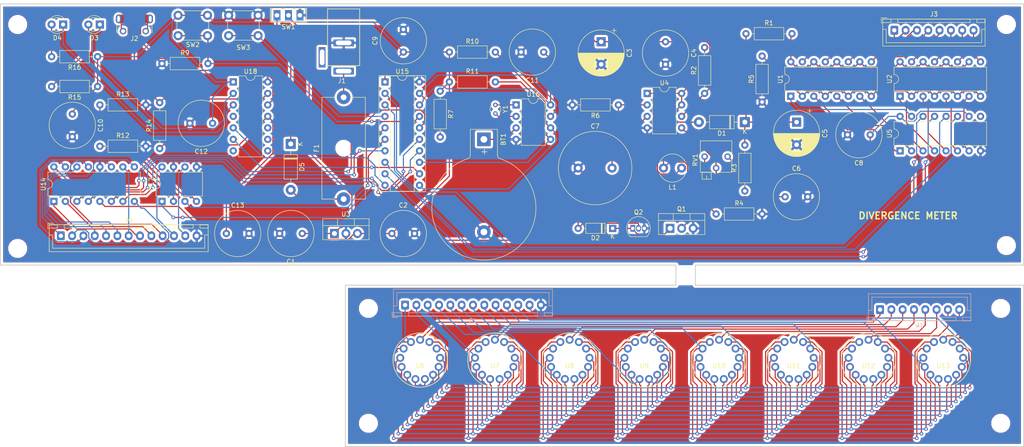
<source format=kicad_pcb>
(kicad_pcb (version 20171130) (host pcbnew 5.0.2-bee76a0~70~ubuntu18.10.1)
  (layers (0 F.Cu signal) (31 B.Cu signal) (34 B.Paste user) (35 F.Paste user) (36 B.SilkS user) (37 F.SilkS user) (38 B.Mask user) (39 F.Mask user) (44 Edge.Cuts user))
  (net 0 "")
  (net 1 GND)
  (net 2 "Net-(BT1-Pad1)")
  (net 3 +12V)
  (net 4 +5V)
  (net 5 170V)
  (net 6 "Net-(C6-Pad1)")
  (net 7 "Net-(C7-Pad2)")
  (net 8 "Net-(C13-Pad1)")
  (net 9 "Net-(D1-Pad2)")
  (net 10 "Net-(D2-Pad1)")
  (net 11 "Net-(D2-Pad2)")
  (net 12 "Net-(D3-Pad2)")
  (net 13 "Net-(D3-Pad1)")
  (net 14 "Net-(D4-Pad1)")
  (net 15 "Net-(D4-Pad2)")
  (net 16 "Net-(D5-Pad2)")
  (net 17 "Net-(D5-Pad1)")
  (net 18 "Net-(F1-Pad2)")
  (net 19 "Net-(J2-Pad6)")
  (net 20 "Net-(J2-Pad2)")
  (net 21 "Net-(J2-Pad1)")
  (net 22 "Net-(J2-Pad4)")
  (net 23 "Net-(J2-Pad3)")
  (net 24 "Net-(L1-Pad1)")
  (net 25 "Net-(R1-Pad2)")
  (net 26 "Net-(R3-Pad1)")
  (net 27 "Net-(R4-Pad1)")
  (net 28 "Net-(R5-Pad2)")
  (net 29 "Net-(R7-Pad2)")
  (net 30 "Net-(R9-Pad2)")
  (net 31 "Net-(R10-Pad2)")
  (net 32 "Net-(R11-Pad2)")
  (net 33 "Net-(R12-Pad1)")
  (net 34 "Net-(R13-Pad1)")
  (net 35 "Net-(SW3-Pad2)")
  (net 36 /S0)
  (net 37 /S3)
  (net 38 /S1)
  (net 39 /S2)
  (net 40 /S4)
  (net 41 /S7)
  (net 42 /S5)
  (net 43 /S6)
  (net 44 "Net-(U15-Pad8)")
  (net 45 "Net-(U15-Pad9)")
  (net 46 SHIFT_LATCH)
  (net 47 SHIFT_CLOCK)
  (net 48 "Net-(U5-Pad9)")
  (net 49 /F9)
  (net 50 /F1)
  (net 51 /F8)
  (net 52 /C1)
  (net 53 /F5)
  (net 54 /F7)
  (net 55 /F0)
  (net 56 /F6)
  (net 57 /F2)
  (net 58 /C0)
  (net 59 /F3)
  (net 60 /F4)
  (net 61 "Net-(U14-Pad3)")
  (net 62 "Net-(U14-Pad4)")
  (net 63 "Net-(U14-Pad6)")
  (net 64 "Net-(U14-Pad7)")
  (net 65 "Net-(U15-Pad12)")
  (net 66 "Net-(U15-Pad5)")
  (net 67 "Net-(U15-Pad6)")
  (net 68 DS1307_5V)
  (net 69 "Net-(U15-Pad10)")
  (net 70 "Net-(U16-Pad1)")
  (net 71 "Net-(U16-Pad2)")
  (net 72 "Net-(U18-Pad8)")
  (net 73 "Net-(U18-Pad9)")
  (net 74 "Net-(U18-Pad10)")
  (net 75 "Net-(U18-Pad4)")
  (net 76 "Net-(U18-Pad7)")
  (net 77 /SC0)
  (net 78 /SC1)
  (net 79 /SC2)
  (net 80 /SC3)
  (net 81 /SC4)
  (net 82 /SC5)
  (net 83 /SC6)
  (net 84 /SC7)
  (net 85 /CP1)
  (net 86 /CP0)
  (net 87 /FP9)
  (net 88 /FP8)
  (net 89 /FP7)
  (net 90 /FP6)
  (net 91 /FP5)
  (net 92 /FP4)
  (net 93 /FP3)
  (net 94 /FP2)
  (net 95 /FP1)
  (net 96 /FP0)
  (net 97 "Net-(J5-Pad13)")
  (net 98 /SP7)
  (net 99 /SP6)
  (net 100 /SP5)
  (net 101 /SP4)
  (net 102 /SP3)
  (net 103 /SP2)
  (net 104 /SP1)
  (net 105 /SP0)
  (module MountingHole:MountingHole_3.2mm_M3_ISO14580 (layer F.Cu) (at 111.65078 110.8075)
    (fp_text reference REF** hide)
    (fp_text value MountingHole_3.2mm_M3_ISO14580 hide)
    (pad 1 np_thru_hole circle (at 0 0) (size 3.2 3.2) (drill 3.2) (layers *.Cu *.Mask))
  )
  (module MountingHole:MountingHole_3.2mm_M3_ISO14580 (layer F.Cu) (at 111.65078 136.2075)
    (fp_text reference REF** hide)
    (fp_text value MountingHole_3.2mm_M3_ISO14580 hide)
    (pad 1 np_thru_hole circle (at 0 0) (size 3.2 3.2) (drill 3.2) (layers *.Cu *.Mask))
  )
  (module MountingHole:MountingHole_3.2mm_M3_ISO14580 (layer F.Cu) (at 251.35078 110.8075)
    (fp_text reference REF** hide)
    (fp_text value MountingHole_3.2mm_M3_ISO14580 hide)
    (pad 1 np_thru_hole circle (at 0 0) (size 3.2 3.2) (drill 3.2) (layers *.Cu *.Mask))
  )
  (module MountingHole:MountingHole_3.2mm_M3_ISO14580 (layer F.Cu) (at 251.35078 136.2075)
    (fp_text reference REF** hide)
    (fp_text value MountingHole_3.2mm_M3_ISO14580 hide)
    (pad 1 np_thru_hole circle (at 0 0) (size 3.2 3.2) (drill 3.2) (layers *.Cu *.Mask))
  )
  (module MountingHole:MountingHole_3.2mm_M3_ISO14580 (layer F.Cu) (at 34.163 97.536)
    (fp_text reference REF** hide)
    (fp_text value MountingHole_3.2mm_M3_ISO14580 hide)
    (pad 1 np_thru_hole circle (at 0 0) (size 3.2 3.2) (drill 3.2) (layers *.Cu *.Mask))
  )
  (module MountingHole:MountingHole_3.2mm_M3_ISO14580 (layer F.Cu) (at 34.163 48.006)
    (fp_text reference REF** hide)
    (fp_text value MountingHole_3.2mm_M3_ISO14580 hide)
    (pad 1 np_thru_hole circle (at 0 0) (size 3.2 3.2) (drill 3.2) (layers *.Cu *.Mask))
  )
  (module MountingHole:MountingHole_3.2mm_M3_ISO14580 (layer F.Cu) (at 252.603 96.901)
    (fp_text reference REF** hide)
    (fp_text value MountingHole_3.2mm_M3_ISO14580 hide)
    (pad 1 np_thru_hole circle (at 0 0) (size 3.2 3.2) (drill 3.2) (layers *.Cu *.Mask))
  )
  (module Capacitor_THT:CP_Radial_D10.0mm_P5.00mm (layer F.Cu) (at 163.068 51.816 270)
    (fp_text reference C3 (at 2.5 -6.25 270) (layer F.SilkS))
    (fp_text value 220uF)
    (pad 1 thru_hole rect (at 0 0 270) (size 2 2) (drill 1) (layers *.Cu *.Mask) (net 3 +12V))
    (pad 2 thru_hole circle (at 5 0 270) (size 2 2) (drill 1) (layers *.Cu *.Mask) (net 1 GND))
  )
  (module Connector_JST:JST_XH_B13B-XH-A_1x13_P2.50mm_Vertical (layer F.Cu) (at 43.688 94.742)
    (fp_text reference J6 (at 15 -3.55) (layer F.SilkS))
    (fp_text value Conn_01x13_Male)
    (pad 1 thru_hole roundrect (at 0 0) (size 1.7 1.95) (drill 0.95) (layers *.Cu *.Mask) (roundrect_rratio 0.147059) (net 96 /FP0))
    (pad 2 thru_hole oval (at 2.5 0) (size 1.7 1.95) (drill 0.95) (layers *.Cu *.Mask) (net 95 /FP1))
    (pad 3 thru_hole oval (at 5 0) (size 1.7 1.95) (drill 0.95) (layers *.Cu *.Mask) (net 94 /FP2))
    (pad 4 thru_hole oval (at 7.5 0) (size 1.7 1.95) (drill 0.95) (layers *.Cu *.Mask) (net 93 /FP3))
    (pad 5 thru_hole oval (at 10 0) (size 1.7 1.95) (drill 0.95) (layers *.Cu *.Mask) (net 92 /FP4))
    (pad 6 thru_hole oval (at 12.5 0) (size 1.7 1.95) (drill 0.95) (layers *.Cu *.Mask) (net 91 /FP5))
    (pad 7 thru_hole oval (at 15 0) (size 1.7 1.95) (drill 0.95) (layers *.Cu *.Mask) (net 90 /FP6))
    (pad 8 thru_hole oval (at 17.5 0) (size 1.7 1.95) (drill 0.95) (layers *.Cu *.Mask) (net 89 /FP7))
    (pad 9 thru_hole oval (at 20 0) (size 1.7 1.95) (drill 0.95) (layers *.Cu *.Mask) (net 88 /FP8))
    (pad 10 thru_hole oval (at 22.5 0) (size 1.7 1.95) (drill 0.95) (layers *.Cu *.Mask) (net 87 /FP9))
    (pad 11 thru_hole oval (at 25 0) (size 1.7 1.95) (drill 0.95) (layers *.Cu *.Mask) (net 86 /CP0))
    (pad 12 thru_hole oval (at 27.5 0) (size 1.7 1.95) (drill 0.95) (layers *.Cu *.Mask) (net 85 /CP1))
    (pad 13 thru_hole oval (at 30 0) (size 1.7 1.95) (drill 0.95) (layers *.Cu *.Mask) (net 1 GND))
  )
  (module Connector_JST:JST_XH_B08B-XH-A_1x08_P2.50mm_Vertical (layer B.Cu) (at 224.68078 111.0615)
    (fp_text reference J4 (at 8.75 3.55) (layer B.SilkS) (effects (justify mirror)))
    (fp_text value Conn_01x08_Male)
    (pad 8 thru_hole oval (at 17.5 0) (size 1.7 1.95) (drill 0.95) (layers *.Cu *.Mask) (net 84 /SC7))
    (pad 7 thru_hole oval (at 15 0) (size 1.7 1.95) (drill 0.95) (layers *.Cu *.Mask) (net 83 /SC6))
    (pad 6 thru_hole oval (at 12.5 0) (size 1.7 1.95) (drill 0.95) (layers *.Cu *.Mask) (net 82 /SC5))
    (pad 5 thru_hole oval (at 10 0) (size 1.7 1.95) (drill 0.95) (layers *.Cu *.Mask) (net 81 /SC4))
    (pad 4 thru_hole oval (at 7.5 0) (size 1.7 1.95) (drill 0.95) (layers *.Cu *.Mask) (net 80 /SC3))
    (pad 3 thru_hole oval (at 5 0) (size 1.7 1.95) (drill 0.95) (layers *.Cu *.Mask) (net 79 /SC2))
    (pad 2 thru_hole oval (at 2.5 0) (size 1.7 1.95) (drill 0.95) (layers *.Cu *.Mask) (net 78 /SC1))
    (pad 1 thru_hole roundrect (at 0 0) (size 1.7 1.95) (drill 0.95) (layers *.Cu *.Mask) (roundrect_rratio 0.147059) (net 77 /SC0))
  )
  (module Battery:BatteryHolder_Keystone_103_1x20mm (layer F.Cu) (at 137.16 73.406 270)
    (fp_text reference BT1 (at 0 -4.3 270) (layer F.SilkS))
    (fp_text value 3V)
    (fp_text user + (at 2.75 0 270) (layer F.SilkS) (effects (font (size 1.5 1.5))))
    (pad 2 thru_hole circle (at 20.49 0 270) (size 3 3) (drill 1.5) (layers *.Cu *.Mask) (net 1 GND))
    (pad 1 thru_hole rect (at 0 0 270) (size 3 3) (drill 1.5) (layers *.Cu *.Mask) (net 2 "Net-(BT1-Pad1)"))
  )
  (module Capacitor_THT:C_Radial_D10.0mm_H12.5mm_P5.00mm (layer F.Cu) (at 97.028 94.234 180)
    (fp_text reference C1 (at 2.5 -6.25 180) (layer F.SilkS))
    (fp_text value 0.33u)
    (pad 2 thru_hole circle (at 5 0 180) (size 1.6 1.6) (drill 0.8) (layers *.Cu *.Mask) (net 1 GND))
    (pad 1 thru_hole circle (at 0 0 180) (size 1.6 1.6) (drill 0.8) (layers *.Cu *.Mask) (net 3 +12V))
  )
  (module Capacitor_THT:C_Radial_D10.0mm_H12.5mm_P5.00mm (layer F.Cu) (at 116.84 94.234)
    (fp_text reference C2 (at 2.5 -6.25) (layer F.SilkS))
    (fp_text value 0.1u)
    (pad 1 thru_hole circle (at 0 0) (size 1.6 1.6) (drill 0.8) (layers *.Cu *.Mask) (net 4 +5V))
    (pad 2 thru_hole circle (at 5 0) (size 1.6 1.6) (drill 0.8) (layers *.Cu *.Mask) (net 1 GND))
  )
  (module Capacitor_THT:C_Radial_D10.0mm_H12.5mm_P5.00mm (layer F.Cu) (at 177.292 51.816 270)
    (fp_text reference C4 (at 2.5 -6.25 270) (layer F.SilkS))
    (fp_text value 104)
    (pad 1 thru_hole circle (at 0 0 270) (size 1.6 1.6) (drill 0.8) (layers *.Cu *.Mask) (net 3 +12V))
    (pad 2 thru_hole circle (at 5 0 270) (size 1.6 1.6) (drill 0.8) (layers *.Cu *.Mask) (net 1 GND))
  )
  (module Capacitor_THT:CP_Radial_D10.0mm_P5.00mm (layer F.Cu) (at 206.248 69.596 270)
    (fp_text reference C5 (at 2.5 -6.25 270) (layer F.SilkS))
    (fp_text value 4.7u/400V)
    (pad 1 thru_hole rect (at 0 0 270) (size 2 2) (drill 1) (layers *.Cu *.Mask) (net 5 170V))
    (pad 2 thru_hole circle (at 5 0 270) (size 2 2) (drill 1) (layers *.Cu *.Mask) (net 1 GND))
  )
  (module Capacitor_THT:C_Radial_D10.0mm_H12.5mm_P5.00mm (layer F.Cu) (at 203.708 86.106)
    (fp_text reference C6 (at 2.5 -6.25) (layer F.SilkS))
    (fp_text value 104)
    (pad 1 thru_hole circle (at 0 0) (size 1.6 1.6) (drill 0.8) (layers *.Cu *.Mask) (net 6 "Net-(C6-Pad1)"))
    (pad 2 thru_hole circle (at 5 0) (size 1.6 1.6) (drill 0.8) (layers *.Cu *.Mask) (net 1 GND))
  )
  (module Capacitor_THT:C_Radial_D16.0mm_H25.0mm_P7.50mm (layer F.Cu) (at 157.988 79.756)
    (fp_text reference C7 (at 3.75 -9.25) (layer F.SilkS))
    (fp_text value 102)
    (pad 1 thru_hole circle (at 0 0) (size 2 2) (drill 1) (layers *.Cu *.Mask) (net 1 GND))
    (pad 2 thru_hole circle (at 7.5 0) (size 2 2) (drill 1) (layers *.Cu *.Mask) (net 7 "Net-(C7-Pad2)"))
  )
  (module Capacitor_THT:C_Radial_D10.0mm_H12.5mm_P5.00mm (layer F.Cu) (at 222.504 72.39 180)
    (fp_text reference C8 (at 2.5 -6.25 180) (layer F.SilkS))
    (fp_text value 104)
    (pad 1 thru_hole circle (at 0 0 180) (size 1.6 1.6) (drill 0.8) (layers *.Cu *.Mask) (net 4 +5V))
    (pad 2 thru_hole circle (at 5 0 180) (size 1.6 1.6) (drill 0.8) (layers *.Cu *.Mask) (net 1 GND))
  )
  (module Capacitor_THT:C_Radial_D10.0mm_H12.5mm_P5.00mm (layer F.Cu) (at 119.38 54.102 90)
    (fp_text reference C9 (at 2.5 -6.25 90) (layer F.SilkS))
    (fp_text value 104)
    (pad 2 thru_hole circle (at 5 0 90) (size 1.6 1.6) (drill 0.8) (layers *.Cu *.Mask) (net 1 GND))
    (pad 1 thru_hole circle (at 0 0 90) (size 1.6 1.6) (drill 0.8) (layers *.Cu *.Mask) (net 4 +5V))
  )
  (module Capacitor_THT:C_Radial_D10.0mm_H12.5mm_P5.00mm (layer F.Cu) (at 46.228 67.818 270)
    (fp_text reference C10 (at 2.5 -6.25 270) (layer F.SilkS))
    (fp_text value 104)
    (pad 2 thru_hole circle (at 5 0 270) (size 1.6 1.6) (drill 0.8) (layers *.Cu *.Mask) (net 1 GND))
    (pad 1 thru_hole circle (at 0 0 270) (size 1.6 1.6) (drill 0.8) (layers *.Cu *.Mask) (net 4 +5V))
  )
  (module Capacitor_THT:C_Radial_D10.0mm_H12.5mm_P5.00mm (layer F.Cu) (at 150.368 54.102 180)
    (fp_text reference C11 (at 2.5 -6.25 180) (layer F.SilkS))
    (fp_text value 104)
    (pad 1 thru_hole circle (at 0 0 180) (size 1.6 1.6) (drill 0.8) (layers *.Cu *.Mask) (net 68 DS1307_5V))
    (pad 2 thru_hole circle (at 5 0 180) (size 1.6 1.6) (drill 0.8) (layers *.Cu *.Mask) (net 1 GND))
  )
  (module Capacitor_THT:C_Radial_D10.0mm_H12.5mm_P5.00mm (layer F.Cu) (at 77.216 69.85 180)
    (fp_text reference C12 (at 2.5 -6.25 180) (layer F.SilkS))
    (fp_text value 104)
    (pad 2 thru_hole circle (at 5 0 180) (size 1.6 1.6) (drill 0.8) (layers *.Cu *.Mask) (net 1 GND))
    (pad 1 thru_hole circle (at 0 0 180) (size 1.6 1.6) (drill 0.8) (layers *.Cu *.Mask) (net 4 +5V))
  )
  (module Capacitor_THT:C_Radial_D10.0mm_H12.5mm_P5.00mm (layer F.Cu) (at 80.264 94.234)
    (fp_text reference C13 (at 2.5 -6.25) (layer F.SilkS))
    (fp_text value 104)
    (pad 1 thru_hole circle (at 0 0) (size 1.6 1.6) (drill 0.8) (layers *.Cu *.Mask) (net 8 "Net-(C13-Pad1)"))
    (pad 2 thru_hole circle (at 5 0) (size 1.6 1.6) (drill 0.8) (layers *.Cu *.Mask) (net 1 GND))
  )
  (module Diode_THT:D_DO-41_SOD81_P10.16mm_Horizontal (layer F.Cu) (at 194.818 69.596 180)
    (fp_text reference D1 (at 5.08 -2.47 180) (layer F.SilkS))
    (fp_text value HEF107)
    (fp_text user K (at 0 -2.1 180) (layer F.SilkS))
    (pad 1 thru_hole rect (at 0 0 180) (size 2.2 2.2) (drill 1.1) (layers *.Cu *.Mask) (net 5 170V))
    (pad 2 thru_hole oval (at 10.16 0 180) (size 2.2 2.2) (drill 1.1) (layers *.Cu *.Mask) (net 9 "Net-(D1-Pad2)"))
  )
  (module Diode_THT:D_DO-35_SOD27_P7.62mm_Horizontal (layer F.Cu) (at 165.608 93.091 180)
    (fp_text reference D2 (at 3.81 -2.12 180) (layer F.SilkS))
    (fp_text value 4148)
    (fp_text user K (at 0 -1.8 180) (layer F.SilkS))
    (pad 1 thru_hole rect (at 0 0 180) (size 1.6 1.6) (drill 0.8) (layers *.Cu *.Mask) (net 10 "Net-(D2-Pad1)"))
    (pad 2 thru_hole oval (at 7.62 0 180) (size 1.6 1.6) (drill 0.8) (layers *.Cu *.Mask) (net 11 "Net-(D2-Pad2)"))
  )
  (module LED_THT:LED_D3.0mm (layer F.Cu) (at 52.324 48.006 180)
    (fp_text reference D3 (at 1.27 -2.96 180) (layer F.SilkS))
    (fp_text value LED_Small)
    (pad 2 thru_hole circle (at 2.54 0 180) (size 1.8 1.8) (drill 0.9) (layers *.Cu *.Mask) (net 12 "Net-(D3-Pad2)"))
    (pad 1 thru_hole rect (at 0 0 180) (size 1.8 1.8) (drill 0.9) (layers *.Cu *.Mask) (net 13 "Net-(D3-Pad1)"))
  )
  (module LED_THT:LED_D3.0mm (layer F.Cu) (at 44.196 48.006 180)
    (fp_text reference D4 (at 1.27 -2.96 180) (layer F.SilkS))
    (fp_text value LED_Small)
    (pad 1 thru_hole rect (at 0 0 180) (size 1.8 1.8) (drill 0.9) (layers *.Cu *.Mask) (net 14 "Net-(D4-Pad1)"))
    (pad 2 thru_hole circle (at 2.54 0 180) (size 1.8 1.8) (drill 0.9) (layers *.Cu *.Mask) (net 15 "Net-(D4-Pad2)"))
  )
  (module Diode_THT:D_DO-41_SOD81_P10.16mm_Horizontal (layer F.Cu) (at 94.488 74.422 270)
    (fp_text reference D5 (at 5.08 -2.47 270) (layer F.SilkS))
    (fp_text value 4007)
    (fp_text user K (at 0 -2.1 270) (layer F.SilkS))
    (pad 2 thru_hole oval (at 10.16 0 270) (size 2.2 2.2) (drill 1.1) (layers *.Cu *.Mask) (net 16 "Net-(D5-Pad2)"))
    (pad 1 thru_hole rect (at 0 0 270) (size 2.2 2.2) (drill 1.1) (layers *.Cu *.Mask) (net 17 "Net-(D5-Pad1)"))
  )
  (module Fuse:Fuseholder_Cylinder-5x20mm_Schurter_0031_8201_Horizontal_Open (layer F.Cu) (at 106.172 86.614 90)
    (fp_text reference F1 (at 11.25 -6 90) (layer F.SilkS))
    (fp_text value 0.25A)
    (pad 1 thru_hole circle (at 0 0 90) (size 3 3) (drill 1.3) (layers *.Cu *.Mask) (net 16 "Net-(D5-Pad2)"))
    (pad 2 thru_hole circle (at 22.5 0 90) (size 3 3) (drill 1.3) (layers *.Cu *.Mask) (net 18 "Net-(F1-Pad2)"))
    (pad "" np_thru_hole circle (at 11.25 0 90) (size 2.7 2.7) (drill 2.7) (layers *.Cu *.Mask))
  )
  (module "Power:DC Jack" (layer F.Cu) (at 106.172 51.562 180)
    (fp_text reference J1 (at 0.4 -8.89 180) (layer F.SilkS))
    (fp_text value Conn_Coaxial_Power)
    (pad 2 thru_hole rect (at 0 -0.5 270) (size 1.5 4.5) (drill oval 1 3.5) (layers *.Cu *.Mask) (net 1 GND))
    (pad 1 thru_hole rect (at 0 -6.75 270) (size 1.5 4.5) (drill oval 1 3.5) (layers *.Cu *.Mask) (net 18 "Net-(F1-Pad2)"))
    (pad 3 thru_hole rect (at 4.75 -3.7) (size 1.5 4.5) (drill oval 1 3.5) (layers *.Cu *.Mask))
  )
  (module Connector_USB:USB_Micro-B_Molex-105017-0001 (layer F.Cu) (at 59.944 48.006 180)
    (fp_text reference J2 (at 0 -3.1125 180) (layer F.SilkS))
    (fp_text value USB_B_Micro)
    (pad 6 smd rect (at 1 1.2375 180) (size 1.5 1.9) (layers F.Cu F.Paste F.Mask) (net 19 "Net-(J2-Pad6)"))
    (pad 6 thru_hole circle (at -2.5 -1.4625 180) (size 1.45 1.45) (drill 0.85) (layers *.Cu *.Mask) (net 19 "Net-(J2-Pad6)"))
    (pad 2 smd rect (at -0.65 -1.4625 180) (size 0.4 1.35) (layers F.Cu F.Paste F.Mask) (net 20 "Net-(J2-Pad2)"))
    (pad 1 smd rect (at -1.3 -1.4625 180) (size 0.4 1.35) (layers F.Cu F.Paste F.Mask) (net 21 "Net-(J2-Pad1)"))
    (pad 5 smd rect (at 1.3 -1.4625 180) (size 0.4 1.35) (layers F.Cu F.Paste F.Mask) (net 1 GND))
    (pad 4 smd rect (at 0.65 -1.4625 180) (size 0.4 1.35) (layers F.Cu F.Paste F.Mask) (net 22 "Net-(J2-Pad4)"))
    (pad 3 smd rect (at 0 -1.4625 180) (size 0.4 1.35) (layers F.Cu F.Paste F.Mask) (net 23 "Net-(J2-Pad3)"))
    (pad 6 thru_hole circle (at 2.5 -1.4625 180) (size 1.45 1.45) (drill 0.85) (layers *.Cu *.Mask) (net 19 "Net-(J2-Pad6)"))
    (pad 6 smd rect (at -1 1.2375 180) (size 1.5 1.9) (layers F.Cu F.Paste F.Mask) (net 19 "Net-(J2-Pad6)"))
    (pad 6 thru_hole oval (at -3.5 1.2375) (size 1.2 1.9) (drill oval 0.6 1.3) (layers *.Cu *.Mask) (net 19 "Net-(J2-Pad6)"))
    (pad 6 thru_hole oval (at 3.5 1.2375 180) (size 1.2 1.9) (drill oval 0.6 1.3) (layers *.Cu *.Mask) (net 19 "Net-(J2-Pad6)"))
    (pad 6 smd rect (at 2.9 1.2375 180) (size 1.2 1.9) (layers F.Cu F.Mask) (net 19 "Net-(J2-Pad6)"))
    (pad 6 smd rect (at -2.9 1.2375 180) (size 1.2 1.9) (layers F.Cu F.Mask) (net 19 "Net-(J2-Pad6)"))
  )
  (module Inductor_THT:L_Radial_D6.0mm_P4.00mm (layer F.Cu) (at 180.848 79.756 180)
    (fp_text reference L1 (at 2 -4.25 180) (layer F.SilkS))
    (fp_text value 220uH)
    (pad 1 thru_hole circle (at 0 0 180) (size 2 2) (drill 1) (layers *.Cu *.Mask) (net 24 "Net-(L1-Pad1)"))
    (pad 2 thru_hole circle (at 4 0 180) (size 2 2) (drill 1) (layers *.Cu *.Mask) (net 9 "Net-(D1-Pad2)"))
  )
  (module Package_TO_SOT_THT:TO-220-3_Vertical (layer F.Cu) (at 178.308 93.091)
    (fp_text reference Q1 (at 2.54 -4.27) (layer F.SilkS))
    (fp_text value IRF740)
    (pad 3 thru_hole oval (at 5.08 0) (size 1.905 2) (drill 1.1) (layers *.Cu *.Mask) (net 1 GND))
    (pad 2 thru_hole oval (at 2.54 0) (size 1.905 2) (drill 1.1) (layers *.Cu *.Mask) (net 9 "Net-(D1-Pad2)"))
    (pad 1 thru_hole rect (at 0 0) (size 1.905 2) (drill 1.1) (layers *.Cu *.Mask) (net 10 "Net-(D2-Pad1)"))
  )
  (module Package_TO_SOT_THT:TO-92_Inline (layer F.Cu) (at 170.053 93.091)
    (fp_text reference Q2 (at 1.27 -3.56) (layer F.SilkS))
    (fp_text value 2N5401)
    (pad 2 thru_hole oval (at 1.27 0) (size 1.05 1.5) (drill 0.75) (layers *.Cu *.Mask) (net 11 "Net-(D2-Pad2)"))
    (pad 3 thru_hole oval (at 2.54 0) (size 1.05 1.5) (drill 0.75) (layers *.Cu *.Mask) (net 1 GND))
    (pad 1 thru_hole rect (at 0 0) (size 1.05 1.5) (drill 0.75) (layers *.Cu *.Mask) (net 10 "Net-(D2-Pad1)"))
  )
  (module Resistor_THT:R_Axial_DIN0207_L6.3mm_D2.5mm_P10.16mm_Horizontal (layer F.Cu) (at 195.072 50.038)
    (fp_text reference R1 (at 5.08 -2.37) (layer F.SilkS))
    (fp_text value 82k)
    (pad 2 thru_hole oval (at 10.16 0) (size 1.6 1.6) (drill 0.8) (layers *.Cu *.Mask) (net 25 "Net-(R1-Pad2)"))
    (pad 1 thru_hole circle (at 0 0) (size 1.6 1.6) (drill 0.8) (layers *.Cu *.Mask) (net 5 170V))
  )
  (module Resistor_THT:R_Axial_DIN0207_L6.3mm_D2.5mm_P10.16mm_Horizontal (layer F.Cu) (at 185.928 63.246 90)
    (fp_text reference R2 (at 5.08 -2.37 90) (layer F.SilkS))
    (fp_text value 0.15/1W)
    (pad 1 thru_hole circle (at 0 0 90) (size 1.6 1.6) (drill 0.8) (layers *.Cu *.Mask) (net 3 +12V))
    (pad 2 thru_hole oval (at 10.16 0 90) (size 1.6 1.6) (drill 0.8) (layers *.Cu *.Mask) (net 24 "Net-(L1-Pad1)"))
  )
  (module Resistor_THT:R_Axial_DIN0207_L6.3mm_D2.5mm_P10.16mm_Horizontal (layer F.Cu) (at 194.818 84.836 90)
    (fp_text reference R3 (at 5.08 -2.37 90) (layer F.SilkS))
    (fp_text value 680k)
    (pad 2 thru_hole oval (at 10.16 0 90) (size 1.6 1.6) (drill 0.8) (layers *.Cu *.Mask) (net 5 170V))
    (pad 1 thru_hole circle (at 0 0 90) (size 1.6 1.6) (drill 0.8) (layers *.Cu *.Mask) (net 26 "Net-(R3-Pad1)"))
  )
  (module Resistor_THT:R_Axial_DIN0207_L6.3mm_D2.5mm_P10.16mm_Horizontal (layer F.Cu) (at 188.468 89.916)
    (fp_text reference R4 (at 5.08 -2.37) (layer F.SilkS))
    (fp_text value 3k)
    (pad 1 thru_hole circle (at 0 0) (size 1.6 1.6) (drill 0.8) (layers *.Cu *.Mask) (net 27 "Net-(R4-Pad1)"))
    (pad 2 thru_hole oval (at 10.16 0) (size 1.6 1.6) (drill 0.8) (layers *.Cu *.Mask) (net 1 GND))
  )
  (module Resistor_THT:R_Axial_DIN0207_L6.3mm_D2.5mm_P10.16mm_Horizontal (layer F.Cu) (at 198.628 65.151 90)
    (fp_text reference R5 (at 5.08 -2.37 90) (layer F.SilkS))
    (fp_text value 240)
    (pad 1 thru_hole circle (at 0 0 90) (size 1.6 1.6) (drill 0.8) (layers *.Cu *.Mask) (net 1 GND))
    (pad 2 thru_hole oval (at 10.16 0 90) (size 1.6 1.6) (drill 0.8) (layers *.Cu *.Mask) (net 28 "Net-(R5-Pad2)"))
  )
  (module Resistor_THT:R_Axial_DIN0207_L6.3mm_D2.5mm_P10.16mm_Horizontal (layer F.Cu) (at 166.878 65.786 180)
    (fp_text reference R6 (at 5.08 -2.37 180) (layer F.SilkS))
    (fp_text value 470)
    (pad 1 thru_hole circle (at 0 0 180) (size 1.6 1.6) (drill 0.8) (layers *.Cu *.Mask) (net 11 "Net-(D2-Pad2)"))
    (pad 2 thru_hole oval (at 10.16 0 180) (size 1.6 1.6) (drill 0.8) (layers *.Cu *.Mask) (net 1 GND))
  )
  (module Resistor_THT:R_Axial_DIN0207_L6.3mm_D2.5mm_P10.16mm_Horizontal (layer F.Cu) (at 127.508 62.738 270)
    (fp_text reference R7 (at 5.08 -2.37 270) (layer F.SilkS))
    (fp_text value 4.7k)
    (pad 2 thru_hole oval (at 10.16 0 270) (size 1.6 1.6) (drill 0.8) (layers *.Cu *.Mask) (net 29 "Net-(R7-Pad2)"))
    (pad 1 thru_hole circle (at 0 0 270) (size 1.6 1.6) (drill 0.8) (layers *.Cu *.Mask) (net 4 +5V))
  )
  (module Resistor_THT:R_Axial_DIN0207_L6.3mm_D2.5mm_P10.16mm_Horizontal (layer F.Cu) (at 66.04 56.642)
    (fp_text reference R9 (at 5.08 -2.37) (layer F.SilkS))
    (fp_text value 4.7k)
    (pad 1 thru_hole circle (at 0 0) (size 1.6 1.6) (drill 0.8) (layers *.Cu *.Mask) (net 1 GND))
    (pad 2 thru_hole oval (at 10.16 0) (size 1.6 1.6) (drill 0.8) (layers *.Cu *.Mask) (net 30 "Net-(R9-Pad2)"))
  )
  (module Resistor_THT:R_Axial_DIN0207_L6.3mm_D2.5mm_P10.16mm_Horizontal (layer F.Cu) (at 129.54 54.102)
    (fp_text reference R10 (at 5.08 -2.37) (layer F.SilkS))
    (fp_text value 2k)
    (pad 1 thru_hole circle (at 0 0) (size 1.6 1.6) (drill 0.8) (layers *.Cu *.Mask) (net 4 +5V))
    (pad 2 thru_hole oval (at 10.16 0) (size 1.6 1.6) (drill 0.8) (layers *.Cu *.Mask) (net 31 "Net-(R10-Pad2)"))
  )
  (module Resistor_THT:R_Axial_DIN0207_L6.3mm_D2.5mm_P10.16mm_Horizontal (layer F.Cu) (at 129.54 60.706)
    (fp_text reference R11 (at 5.08 -2.37) (layer F.SilkS))
    (fp_text value 2k)
    (pad 2 thru_hole oval (at 10.16 0) (size 1.6 1.6) (drill 0.8) (layers *.Cu *.Mask) (net 32 "Net-(R11-Pad2)"))
    (pad 1 thru_hole circle (at 0 0) (size 1.6 1.6) (drill 0.8) (layers *.Cu *.Mask) (net 4 +5V))
  )
  (module Resistor_THT:R_Axial_DIN0207_L6.3mm_D2.5mm_P10.16mm_Horizontal (layer F.Cu) (at 52.324 74.93)
    (fp_text reference R12 (at 5.08 -2.37) (layer F.SilkS))
    (fp_text value 240)
    (pad 1 thru_hole circle (at 0 0) (size 1.6 1.6) (drill 0.8) (layers *.Cu *.Mask) (net 33 "Net-(R12-Pad1)"))
    (pad 2 thru_hole oval (at 10.16 0) (size 1.6 1.6) (drill 0.8) (layers *.Cu *.Mask) (net 1 GND))
  )
  (module Resistor_THT:R_Axial_DIN0207_L6.3mm_D2.5mm_P10.16mm_Horizontal (layer F.Cu) (at 52.324 65.786)
    (fp_text reference R13 (at 5.08 -2.37) (layer F.SilkS))
    (fp_text value 240)
    (pad 2 thru_hole oval (at 10.16 0) (size 1.6 1.6) (drill 0.8) (layers *.Cu *.Mask) (net 1 GND))
    (pad 1 thru_hole circle (at 0 0) (size 1.6 1.6) (drill 0.8) (layers *.Cu *.Mask) (net 34 "Net-(R13-Pad1)"))
  )
  (module Resistor_THT:R_Axial_DIN0207_L6.3mm_D2.5mm_P10.16mm_Horizontal (layer F.Cu) (at 65.532 75.438 90)
    (fp_text reference R14 (at 5.08 -2.37 90) (layer F.SilkS))
    (fp_text value 1.5k)
    (pad 2 thru_hole oval (at 10.16 0 90) (size 1.6 1.6) (drill 0.8) (layers *.Cu *.Mask) (net 23 "Net-(J2-Pad3)"))
    (pad 1 thru_hole circle (at 0 0 90) (size 1.6 1.6) (drill 0.8) (layers *.Cu *.Mask) (net 8 "Net-(C13-Pad1)"))
  )
  (module Resistor_THT:R_Axial_DIN0207_L6.3mm_D2.5mm_P10.16mm_Horizontal (layer F.Cu) (at 51.816 61.722 180)
    (fp_text reference R15 (at 5.08 -2.37 180) (layer F.SilkS))
    (fp_text value 100)
    (pad 1 thru_hole circle (at 0 0 180) (size 1.6 1.6) (drill 0.8) (layers *.Cu *.Mask) (net 4 +5V))
    (pad 2 thru_hole oval (at 10.16 0 180) (size 1.6 1.6) (drill 0.8) (layers *.Cu *.Mask) (net 12 "Net-(D3-Pad2)"))
  )
  (module Resistor_THT:R_Axial_DIN0207_L6.3mm_D2.5mm_P10.16mm_Horizontal (layer F.Cu) (at 51.816 55.118 180)
    (fp_text reference R16 (at 5.08 -2.37 180) (layer F.SilkS))
    (fp_text value 100)
    (pad 2 thru_hole oval (at 10.16 0 180) (size 1.6 1.6) (drill 0.8) (layers *.Cu *.Mask) (net 15 "Net-(D4-Pad2)"))
    (pad 1 thru_hole circle (at 0 0 180) (size 1.6 1.6) (drill 0.8) (layers *.Cu *.Mask) (net 4 +5V))
  )
  (module Potentiometer_THT:Potentiometer_Bourns_3266P_Horizontal (layer F.Cu) (at 185.928 77.216 90)
    (fp_text reference RV1 (at -0.76 -2.065 90) (layer F.SilkS))
    (fp_text value 5k)
    (pad 1 thru_hole circle (at 0 0 90) (size 1.44 1.44) (drill 0.8) (layers *.Cu *.Mask) (net 27 "Net-(R4-Pad1)"))
    (pad 2 thru_hole circle (at -2.54 2.54 90) (size 1.44 1.44) (drill 0.8) (layers *.Cu *.Mask) (net 6 "Net-(C6-Pad1)"))
    (pad 3 thru_hole circle (at 0 5.08 90) (size 1.44 1.44) (drill 0.8) (layers *.Cu *.Mask) (net 26 "Net-(R3-Pad1)"))
  )
  (module "Switch:Slide Switch" (layer F.Cu) (at 93.98 45.974 180)
    (fp_text reference SW1 (at 0 -2.54 180) (layer F.SilkS))
    (fp_text value SW_SPDT)
    (pad 1 thru_hole rect (at -2.54 0 180) (size 1.524 2.286) (drill 1) (layers *.Cu *.Mask) (net 1 GND))
    (pad 2 thru_hole rect (at 0 0 180) (size 1.524 2.286) (drill 1) (layers *.Cu *.Mask) (net 3 +12V))
    (pad 3 thru_hole rect (at 2.54 0 180) (size 1.524 2.286) (drill 1) (layers *.Cu *.Mask) (net 17 "Net-(D5-Pad1)"))
  )
  (module Button_Switch_THT:SW_PUSH_6mm_H5mm (layer F.Cu) (at 69.596 45.974)
    (fp_text reference SW2 (at 3.25 6.477) (layer F.SilkS))
    (fp_text value SW_Push)
    (pad 1 thru_hole circle (at 6.5 0 90) (size 2 2) (drill 1.1) (layers *.Cu *.Mask) (net 4 +5V))
    (pad 2 thru_hole circle (at 6.5 4.5 90) (size 2 2) (drill 1.1) (layers *.Cu *.Mask) (net 30 "Net-(R9-Pad2)"))
    (pad 1 thru_hole circle (at 0 0 90) (size 2 2) (drill 1.1) (layers *.Cu *.Mask) (net 4 +5V))
    (pad 2 thru_hole circle (at 0 4.5 90) (size 2 2) (drill 1.1) (layers *.Cu *.Mask) (net 30 "Net-(R9-Pad2)"))
  )
  (module Button_Switch_THT:SW_PUSH_6mm_H5mm (layer F.Cu) (at 80.772 45.974)
    (fp_text reference SW3 (at 3.25 7.112) (layer F.SilkS))
    (fp_text value SW_Push)
    (pad 2 thru_hole circle (at 0 4.5 90) (size 2 2) (drill 1.1) (layers *.Cu *.Mask) (net 35 "Net-(SW3-Pad2)"))
    (pad 1 thru_hole circle (at 0 0 90) (size 2 2) (drill 1.1) (layers *.Cu *.Mask) (net 1 GND))
    (pad 2 thru_hole circle (at 6.5 4.5 90) (size 2 2) (drill 1.1) (layers *.Cu *.Mask) (net 35 "Net-(SW3-Pad2)"))
    (pad 1 thru_hole circle (at 6.5 0 90) (size 2 2) (drill 1.1) (layers *.Cu *.Mask) (net 1 GND))
  )
  (module Package_DIP:DIP-16_W7.62mm (layer F.Cu) (at 204.978 63.881 90)
    (fp_text reference U1 (at 3.81 -2.33 90) (layer F.SilkS))
    (fp_text value TLP627-4)
    (pad 16 thru_hole oval (at 7.62 0 90) (size 1.6 1.6) (drill 0.8) (layers *.Cu *.Mask) (net 25 "Net-(R1-Pad2)"))
    (pad 8 thru_hole oval (at 0 17.78 90) (size 1.6 1.6) (drill 0.8) (layers *.Cu *.Mask) (net 28 "Net-(R5-Pad2)"))
    (pad 15 thru_hole oval (at 7.62 2.54 90) (size 1.6 1.6) (drill 0.8) (layers *.Cu *.Mask) (net 105 /SP0))
    (pad 7 thru_hole oval (at 0 15.24 90) (size 1.6 1.6) (drill 0.8) (layers *.Cu *.Mask) (net 37 /S3))
    (pad 14 thru_hole oval (at 7.62 5.08 90) (size 1.6 1.6) (drill 0.8) (layers *.Cu *.Mask) (net 25 "Net-(R1-Pad2)"))
    (pad 6 thru_hole oval (at 0 12.7 90) (size 1.6 1.6) (drill 0.8) (layers *.Cu *.Mask) (net 28 "Net-(R5-Pad2)"))
    (pad 13 thru_hole oval (at 7.62 7.62 90) (size 1.6 1.6) (drill 0.8) (layers *.Cu *.Mask) (net 104 /SP1))
    (pad 5 thru_hole oval (at 0 10.16 90) (size 1.6 1.6) (drill 0.8) (layers *.Cu *.Mask) (net 39 /S2))
    (pad 12 thru_hole oval (at 7.62 10.16 90) (size 1.6 1.6) (drill 0.8) (layers *.Cu *.Mask) (net 25 "Net-(R1-Pad2)"))
    (pad 4 thru_hole oval (at 0 7.62 90) (size 1.6 1.6) (drill 0.8) (layers *.Cu *.Mask) (net 28 "Net-(R5-Pad2)"))
    (pad 11 thru_hole oval (at 7.62 12.7 90) (size 1.6 1.6) (drill 0.8) (layers *.Cu *.Mask) (net 103 /SP2))
    (pad 3 thru_hole oval (at 0 5.08 90) (size 1.6 1.6) (drill 0.8) (layers *.Cu *.Mask) (net 38 /S1))
    (pad 10 thru_hole oval (at 7.62 15.24 90) (size 1.6 1.6) (drill 0.8) (layers *.Cu *.Mask) (net 25 "Net-(R1-Pad2)"))
    (pad 2 thru_hole oval (at 0 2.54 90) (size 1.6 1.6) (drill 0.8) (layers *.Cu *.Mask) (net 28 "Net-(R5-Pad2)"))
    (pad 9 thru_hole oval (at 7.62 17.78 90) (size 1.6 1.6) (drill 0.8) (layers *.Cu *.Mask) (net 102 /SP3))
    (pad 1 thru_hole rect (at 0 0 90) (size 1.6 1.6) (drill 0.8) (layers *.Cu *.Mask) (net 36 /S0))
  )
  (module Package_DIP:DIP-16_W7.62mm (layer F.Cu) (at 229.108 63.881 90)
    (fp_text reference U2 (at 3.81 -2.33 90) (layer F.SilkS))
    (fp_text value TLP627-4)
    (pad 1 thru_hole rect (at 0 0 90) (size 1.6 1.6) (drill 0.8) (layers *.Cu *.Mask) (net 40 /S4))
    (pad 9 thru_hole oval (at 7.62 17.78 90) (size 1.6 1.6) (drill 0.8) (layers *.Cu *.Mask) (net 98 /SP7))
    (pad 2 thru_hole oval (at 0 2.54 90) (size 1.6 1.6) (drill 0.8) (layers *.Cu *.Mask) (net 28 "Net-(R5-Pad2)"))
    (pad 10 thru_hole oval (at 7.62 15.24 90) (size 1.6 1.6) (drill 0.8) (layers *.Cu *.Mask) (net 25 "Net-(R1-Pad2)"))
    (pad 3 thru_hole oval (at 0 5.08 90) (size 1.6 1.6) (drill 0.8) (layers *.Cu *.Mask) (net 42 /S5))
    (pad 11 thru_hole oval (at 7.62 12.7 90) (size 1.6 1.6) (drill 0.8) (layers *.Cu *.Mask) (net 99 /SP6))
    (pad 4 thru_hole oval (at 0 7.62 90) (size 1.6 1.6) (drill 0.8) (layers *.Cu *.Mask) (net 28 "Net-(R5-Pad2)"))
    (pad 12 thru_hole oval (at 7.62 10.16 90) (size 1.6 1.6) (drill 0.8) (layers *.Cu *.Mask) (net 25 "Net-(R1-Pad2)"))
    (pad 5 thru_hole oval (at 0 10.16 90) (size 1.6 1.6) (drill 0.8) (layers *.Cu *.Mask) (net 43 /S6))
    (pad 13 thru_hole oval (at 7.62 7.62 90) (size 1.6 1.6) (drill 0.8) (layers *.Cu *.Mask) (net 100 /SP5))
    (pad 6 thru_hole oval (at 0 12.7 90) (size 1.6 1.6) (drill 0.8) (layers *.Cu *.Mask) (net 28 "Net-(R5-Pad2)"))
    (pad 14 thru_hole oval (at 7.62 5.08 90) (size 1.6 1.6) (drill 0.8) (layers *.Cu *.Mask) (net 25 "Net-(R1-Pad2)"))
    (pad 7 thru_hole oval (at 0 15.24 90) (size 1.6 1.6) (drill 0.8) (layers *.Cu *.Mask) (net 41 /S7))
    (pad 15 thru_hole oval (at 7.62 2.54 90) (size 1.6 1.6) (drill 0.8) (layers *.Cu *.Mask) (net 101 /SP4))
    (pad 8 thru_hole oval (at 0 17.78 90) (size 1.6 1.6) (drill 0.8) (layers *.Cu *.Mask) (net 28 "Net-(R5-Pad2)"))
    (pad 16 thru_hole oval (at 7.62 0 90) (size 1.6 1.6) (drill 0.8) (layers *.Cu *.Mask) (net 25 "Net-(R1-Pad2)"))
  )
  (module Package_TO_SOT_THT:TO-220-3_Vertical (layer F.Cu) (at 104.14 94.234)
    (fp_text reference U3 (at 2.54 -4.27) (layer F.SilkS))
    (fp_text value LM7805_TO220)
    (pad 1 thru_hole rect (at 0 0) (size 1.905 2) (drill 1.1) (layers *.Cu *.Mask) (net 3 +12V))
    (pad 2 thru_hole oval (at 2.54 0) (size 1.905 2) (drill 1.1) (layers *.Cu *.Mask) (net 1 GND))
    (pad 3 thru_hole oval (at 5.08 0) (size 1.905 2) (drill 1.1) (layers *.Cu *.Mask) (net 4 +5V))
  )
  (module Package_DIP:DIP-8_W7.62mm (layer F.Cu) (at 173.228 63.246)
    (fp_text reference U4 (at 3.81 -2.33) (layer F.SilkS))
    (fp_text value MC34063AP)
    (pad 1 thru_hole rect (at 0 0) (size 1.6 1.6) (drill 0.8) (layers *.Cu *.Mask) (net 24 "Net-(L1-Pad1)"))
    (pad 5 thru_hole oval (at 7.62 7.62) (size 1.6 1.6) (drill 0.8) (layers *.Cu *.Mask) (net 6 "Net-(C6-Pad1)"))
    (pad 2 thru_hole oval (at 0 2.54) (size 1.6 1.6) (drill 0.8) (layers *.Cu *.Mask) (net 11 "Net-(D2-Pad2)"))
    (pad 6 thru_hole oval (at 7.62 5.08) (size 1.6 1.6) (drill 0.8) (layers *.Cu *.Mask) (net 3 +12V))
    (pad 3 thru_hole oval (at 0 5.08) (size 1.6 1.6) (drill 0.8) (layers *.Cu *.Mask) (net 7 "Net-(C7-Pad2)"))
    (pad 7 thru_hole oval (at 7.62 2.54) (size 1.6 1.6) (drill 0.8) (layers *.Cu *.Mask) (net 24 "Net-(L1-Pad1)"))
    (pad 4 thru_hole oval (at 0 7.62) (size 1.6 1.6) (drill 0.8) (layers *.Cu *.Mask) (net 1 GND))
    (pad 8 thru_hole oval (at 7.62 0) (size 1.6 1.6) (drill 0.8) (layers *.Cu *.Mask) (net 24 "Net-(L1-Pad1)"))
  )
  (module Package_DIP:DIP-16_W7.62mm (layer F.Cu) (at 229.108 75.946 90)
    (fp_text reference U5 (at 3.81 -2.33 90) (layer F.SilkS))
    (fp_text value 74HC595)
    (pad 16 thru_hole oval (at 7.62 0 90) (size 1.6 1.6) (drill 0.8) (layers *.Cu *.Mask) (net 4 +5V))
    (pad 8 thru_hole oval (at 0 17.78 90) (size 1.6 1.6) (drill 0.8) (layers *.Cu *.Mask) (net 1 GND))
    (pad 15 thru_hole oval (at 7.62 2.54 90) (size 1.6 1.6) (drill 0.8) (layers *.Cu *.Mask) (net 36 /S0))
    (pad 7 thru_hole oval (at 0 15.24 90) (size 1.6 1.6) (drill 0.8) (layers *.Cu *.Mask) (net 41 /S7))
    (pad 14 thru_hole oval (at 7.62 5.08 90) (size 1.6 1.6) (drill 0.8) (layers *.Cu *.Mask) (net 44 "Net-(U15-Pad8)"))
    (pad 6 thru_hole oval (at 0 12.7 90) (size 1.6 1.6) (drill 0.8) (layers *.Cu *.Mask) (net 43 /S6))
    (pad 13 thru_hole oval (at 7.62 7.62 90) (size 1.6 1.6) (drill 0.8) (layers *.Cu *.Mask) (net 45 "Net-(U15-Pad9)"))
    (pad 5 thru_hole oval (at 0 10.16 90) (size 1.6 1.6) (drill 0.8) (layers *.Cu *.Mask) (net 42 /S5))
    (pad 12 thru_hole oval (at 7.62 10.16 90) (size 1.6 1.6) (drill 0.8) (layers *.Cu *.Mask) (net 46 SHIFT_LATCH))
    (pad 4 thru_hole oval (at 0 7.62 90) (size 1.6 1.6) (drill 0.8) (layers *.Cu *.Mask) (net 40 /S4))
    (pad 11 thru_hole oval (at 7.62 12.7 90) (size 1.6 1.6) (drill 0.8) (layers *.Cu *.Mask) (net 47 SHIFT_CLOCK))
    (pad 3 thru_hole oval (at 0 5.08 90) (size 1.6 1.6) (drill 0.8) (layers *.Cu *.Mask) (net 37 /S3))
    (pad 10 thru_hole oval (at 7.62 15.24 90) (size 1.6 1.6) (drill 0.8) (layers *.Cu *.Mask) (net 4 +5V))
    (pad 2 thru_hole oval (at 0 2.54 90) (size 1.6 1.6) (drill 0.8) (layers *.Cu *.Mask) (net 39 /S2))
    (pad 9 thru_hole oval (at 7.62 17.78 90) (size 1.6 1.6) (drill 0.8) (layers *.Cu *.Mask) (net 48 "Net-(U5-Pad9)"))
    (pad 1 thru_hole rect (at 0 0 90) (size 1.6 1.6) (drill 0.8) (layers *.Cu *.Mask) (net 38 /S1))
  )
  (module "Nixie tube:IN-16" (layer F.Cu) (at 123.08078 122.2375)
    (fp_text reference U6 (at 0 1.27) (layer F.SilkS))
    (fp_text value IN-16)
    (pad 7 thru_hole circle (at -1.05 4.2) (size 1.75 1.75) (drill 1) (layers *.Cu *.Mask) (net 60 /F4))
    (pad 6 thru_hole circle (at -2.85 3.25) (size 1.75 1.75) (drill 1) (layers *.Cu *.Mask) (net 59 /F3))
    (pad 5 thru_hole circle (at -4.1 1.5) (size 1.75 1.75) (drill 1) (layers *.Cu *.Mask) (net 58 /C0))
    (pad 4 thru_hole circle (at -4.4 -0.5) (size 1.75 1.75) (drill 1) (layers *.Cu *.Mask) (net 57 /F2))
    (pad 3 thru_hole circle (at -3.65 -2.55) (size 1.75 1.75) (drill 1) (layers *.Cu *.Mask) (net 56 /F6))
    (pad 2 thru_hole circle (at -2.05 -4) (size 1.75 1.75) (drill 1) (layers *.Cu *.Mask) (net 55 /F0))
    (pad 1 thru_hole circle (at 0 -4.5) (size 1.75 1.75) (drill 1) (layers *.Cu *.Mask) (net 77 /SC0))
    (pad 11 thru_hole circle (at 4.394566 -0.503883) (size 1.75 1.75) (drill 1) (layers *.Cu *.Mask) (net 54 /F7))
    (pad 8 thru_hole circle (at 1.044566 4.196117) (size 1.75 1.75) (drill 1) (layers *.Cu *.Mask) (net 53 /F5))
    (pad 10 thru_hole circle (at 4.094566 1.496117) (size 1.75 1.75) (drill 1) (layers *.Cu *.Mask) (net 52 /C1))
    (pad 12 thru_hole circle (at 3.644566 -2.553883) (size 1.75 1.75) (drill 1) (layers *.Cu *.Mask) (net 51 /F8))
    (pad 9 thru_hole circle (at 2.844566 3.246117) (size 1.75 1.75) (drill 1) (layers *.Cu *.Mask) (net 50 /F1))
    (pad 13 thru_hole circle (at 2.044566 -4.003883) (size 1.75 1.75) (drill 1) (layers *.Cu *.Mask) (net 49 /F9))
  )
  (module "Nixie tube:IN-16" (layer F.Cu) (at 139.59078 122.2375)
    (fp_text reference U7 (at 0 1.27) (layer F.SilkS))
    (fp_text value IN-16)
    (pad 13 thru_hole circle (at 2.044566 -4.003883) (size 1.75 1.75) (drill 1) (layers *.Cu *.Mask) (net 49 /F9))
    (pad 9 thru_hole circle (at 2.844566 3.246117) (size 1.75 1.75) (drill 1) (layers *.Cu *.Mask) (net 50 /F1))
    (pad 12 thru_hole circle (at 3.644566 -2.553883) (size 1.75 1.75) (drill 1) (layers *.Cu *.Mask) (net 51 /F8))
    (pad 10 thru_hole circle (at 4.094566 1.496117) (size 1.75 1.75) (drill 1) (layers *.Cu *.Mask) (net 52 /C1))
    (pad 8 thru_hole circle (at 1.044566 4.196117) (size 1.75 1.75) (drill 1) (layers *.Cu *.Mask) (net 53 /F5))
    (pad 11 thru_hole circle (at 4.394566 -0.503883) (size 1.75 1.75) (drill 1) (layers *.Cu *.Mask) (net 54 /F7))
    (pad 1 thru_hole circle (at 0 -4.5) (size 1.75 1.75) (drill 1) (layers *.Cu *.Mask) (net 78 /SC1))
    (pad 2 thru_hole circle (at -2.05 -4) (size 1.75 1.75) (drill 1) (layers *.Cu *.Mask) (net 55 /F0))
    (pad 3 thru_hole circle (at -3.65 -2.55) (size 1.75 1.75) (drill 1) (layers *.Cu *.Mask) (net 56 /F6))
    (pad 4 thru_hole circle (at -4.4 -0.5) (size 1.75 1.75) (drill 1) (layers *.Cu *.Mask) (net 57 /F2))
    (pad 5 thru_hole circle (at -4.1 1.5) (size 1.75 1.75) (drill 1) (layers *.Cu *.Mask) (net 58 /C0))
    (pad 6 thru_hole circle (at -2.85 3.25) (size 1.75 1.75) (drill 1) (layers *.Cu *.Mask) (net 59 /F3))
    (pad 7 thru_hole circle (at -1.05 4.2) (size 1.75 1.75) (drill 1) (layers *.Cu *.Mask) (net 60 /F4))
  )
  (module "Nixie tube:IN-16" (layer F.Cu) (at 156.10078 122.2375)
    (fp_text reference U8 (at 0 1.27) (layer F.SilkS))
    (fp_text value IN-16)
    (pad 7 thru_hole circle (at -1.05 4.2) (size 1.75 1.75) (drill 1) (layers *.Cu *.Mask) (net 60 /F4))
    (pad 6 thru_hole circle (at -2.85 3.25) (size 1.75 1.75) (drill 1) (layers *.Cu *.Mask) (net 59 /F3))
    (pad 5 thru_hole circle (at -4.1 1.5) (size 1.75 1.75) (drill 1) (layers *.Cu *.Mask) (net 58 /C0))
    (pad 4 thru_hole circle (at -4.4 -0.5) (size 1.75 1.75) (drill 1) (layers *.Cu *.Mask) (net 57 /F2))
    (pad 3 thru_hole circle (at -3.65 -2.55) (size 1.75 1.75) (drill 1) (layers *.Cu *.Mask) (net 56 /F6))
    (pad 2 thru_hole circle (at -2.05 -4) (size 1.75 1.75) (drill 1) (layers *.Cu *.Mask) (net 55 /F0))
    (pad 1 thru_hole circle (at 0 -4.5) (size 1.75 1.75) (drill 1) (layers *.Cu *.Mask) (net 79 /SC2))
    (pad 11 thru_hole circle (at 4.394566 -0.503883) (size 1.75 1.75) (drill 1) (layers *.Cu *.Mask) (net 54 /F7))
    (pad 8 thru_hole circle (at 1.044566 4.196117) (size 1.75 1.75) (drill 1) (layers *.Cu *.Mask) (net 53 /F5))
    (pad 10 thru_hole circle (at 4.094566 1.496117) (size 1.75 1.75) (drill 1) (layers *.Cu *.Mask) (net 52 /C1))
    (pad 12 thru_hole circle (at 3.644566 -2.553883) (size 1.75 1.75) (drill 1) (layers *.Cu *.Mask) (net 51 /F8))
    (pad 9 thru_hole circle (at 2.844566 3.246117) (size 1.75 1.75) (drill 1) (layers *.Cu *.Mask) (net 50 /F1))
    (pad 13 thru_hole circle (at 2.044566 -4.003883) (size 1.75 1.75) (drill 1) (layers *.Cu *.Mask) (net 49 /F9))
  )
  (module "Nixie tube:IN-16" (layer F.Cu) (at 172.61078 122.2375)
    (fp_text reference U9 (at 0 1.27) (layer F.SilkS))
    (fp_text value IN-16)
    (pad 13 thru_hole circle (at 2.044566 -4.003883) (size 1.75 1.75) (drill 1) (layers *.Cu *.Mask) (net 49 /F9))
    (pad 9 thru_hole circle (at 2.844566 3.246117) (size 1.75 1.75) (drill 1) (layers *.Cu *.Mask) (net 50 /F1))
    (pad 12 thru_hole circle (at 3.644566 -2.553883) (size 1.75 1.75) (drill 1) (layers *.Cu *.Mask) (net 51 /F8))
    (pad 10 thru_hole circle (at 4.094566 1.496117) (size 1.75 1.75) (drill 1) (layers *.Cu *.Mask) (net 52 /C1))
    (pad 8 thru_hole circle (at 1.044566 4.196117) (size 1.75 1.75) (drill 1) (layers *.Cu *.Mask) (net 53 /F5))
    (pad 11 thru_hole circle (at 4.394566 -0.503883) (size 1.75 1.75) (drill 1) (layers *.Cu *.Mask) (net 54 /F7))
    (pad 1 thru_hole circle (at 0 -4.5) (size 1.75 1.75) (drill 1) (layers *.Cu *.Mask) (net 80 /SC3))
    (pad 2 thru_hole circle (at -2.05 -4) (size 1.75 1.75) (drill 1) (layers *.Cu *.Mask) (net 55 /F0))
    (pad 3 thru_hole circle (at -3.65 -2.55) (size 1.75 1.75) (drill 1) (layers *.Cu *.Mask) (net 56 /F6))
    (pad 4 thru_hole circle (at -4.4 -0.5) (size 1.75 1.75) (drill 1) (layers *.Cu *.Mask) (net 57 /F2))
    (pad 5 thru_hole circle (at -4.1 1.5) (size 1.75 1.75) (drill 1) (layers *.Cu *.Mask) (net 58 /C0))
    (pad 6 thru_hole circle (at -2.85 3.25) (size 1.75 1.75) (drill 1) (layers *.Cu *.Mask) (net 59 /F3))
    (pad 7 thru_hole circle (at -1.05 4.2) (size 1.75 1.75) (drill 1) (layers *.Cu *.Mask) (net 60 /F4))
  )
  (module "Nixie tube:IN-16" (layer F.Cu) (at 189.12078 122.2375)
    (fp_text reference U10 (at 0 1.27) (layer F.SilkS))
    (fp_text value IN-16)
    (pad 13 thru_hole circle (at 2.044566 -4.003883) (size 1.75 1.75) (drill 1) (layers *.Cu *.Mask) (net 49 /F9))
    (pad 9 thru_hole circle (at 2.844566 3.246117) (size 1.75 1.75) (drill 1) (layers *.Cu *.Mask) (net 50 /F1))
    (pad 12 thru_hole circle (at 3.644566 -2.553883) (size 1.75 1.75) (drill 1) (layers *.Cu *.Mask) (net 51 /F8))
    (pad 10 thru_hole circle (at 4.094566 1.496117) (size 1.75 1.75) (drill 1) (layers *.Cu *.Mask) (net 52 /C1))
    (pad 8 thru_hole circle (at 1.044566 4.196117) (size 1.75 1.75) (drill 1) (layers *.Cu *.Mask) (net 53 /F5))
    (pad 11 thru_hole circle (at 4.394566 -0.503883) (size 1.75 1.75) (drill 1) (layers *.Cu *.Mask) (net 54 /F7))
    (pad 1 thru_hole circle (at 0 -4.5) (size 1.75 1.75) (drill 1) (layers *.Cu *.Mask) (net 81 /SC4))
    (pad 2 thru_hole circle (at -2.05 -4) (size 1.75 1.75) (drill 1) (layers *.Cu *.Mask) (net 55 /F0))
    (pad 3 thru_hole circle (at -3.65 -2.55) (size 1.75 1.75) (drill 1) (layers *.Cu *.Mask) (net 56 /F6))
    (pad 4 thru_hole circle (at -4.4 -0.5) (size 1.75 1.75) (drill 1) (layers *.Cu *.Mask) (net 57 /F2))
    (pad 5 thru_hole circle (at -4.1 1.5) (size 1.75 1.75) (drill 1) (layers *.Cu *.Mask) (net 58 /C0))
    (pad 6 thru_hole circle (at -2.85 3.25) (size 1.75 1.75) (drill 1) (layers *.Cu *.Mask) (net 59 /F3))
    (pad 7 thru_hole circle (at -1.05 4.2) (size 1.75 1.75) (drill 1) (layers *.Cu *.Mask) (net 60 /F4))
  )
  (module "Nixie tube:IN-16" (layer F.Cu) (at 205.63078 122.2375)
    (fp_text reference U11 (at 0 1.27) (layer F.SilkS))
    (fp_text value IN-16)
    (pad 7 thru_hole circle (at -1.05 4.2) (size 1.75 1.75) (drill 1) (layers *.Cu *.Mask) (net 60 /F4))
    (pad 6 thru_hole circle (at -2.85 3.25) (size 1.75 1.75) (drill 1) (layers *.Cu *.Mask) (net 59 /F3))
    (pad 5 thru_hole circle (at -4.1 1.5) (size 1.75 1.75) (drill 1) (layers *.Cu *.Mask) (net 58 /C0))
    (pad 4 thru_hole circle (at -4.4 -0.5) (size 1.75 1.75) (drill 1) (layers *.Cu *.Mask) (net 57 /F2))
    (pad 3 thru_hole circle (at -3.65 -2.55) (size 1.75 1.75) (drill 1) (layers *.Cu *.Mask) (net 56 /F6))
    (pad 2 thru_hole circle (at -2.05 -4) (size 1.75 1.75) (drill 1) (layers *.Cu *.Mask) (net 55 /F0))
    (pad 1 thru_hole circle (at 0 -4.5) (size 1.75 1.75) (drill 1) (layers *.Cu *.Mask) (net 82 /SC5))
    (pad 11 thru_hole circle (at 4.394566 -0.503883) (size 1.75 1.75) (drill 1) (layers *.Cu *.Mask) (net 54 /F7))
    (pad 8 thru_hole circle (at 1.044566 4.196117) (size 1.75 1.75) (drill 1) (layers *.Cu *.Mask) (net 53 /F5))
    (pad 10 thru_hole circle (at 4.094566 1.496117) (size 1.75 1.75) (drill 1) (layers *.Cu *.Mask) (net 52 /C1))
    (pad 12 thru_hole circle (at 3.644566 -2.553883) (size 1.75 1.75) (drill 1) (layers *.Cu *.Mask) (net 51 /F8))
    (pad 9 thru_hole circle (at 2.844566 3.246117) (size 1.75 1.75) (drill 1) (layers *.Cu *.Mask) (net 50 /F1))
    (pad 13 thru_hole circle (at 2.044566 -4.003883) (size 1.75 1.75) (drill 1) (layers *.Cu *.Mask) (net 49 /F9))
  )
  (module "Nixie tube:IN-16" (layer F.Cu) (at 222.14078 122.2375)
    (fp_text reference U12 (at 0 1.27) (layer F.SilkS))
    (fp_text value IN-16)
    (pad 13 thru_hole circle (at 2.044566 -4.003883) (size 1.75 1.75) (drill 1) (layers *.Cu *.Mask) (net 49 /F9))
    (pad 9 thru_hole circle (at 2.844566 3.246117) (size 1.75 1.75) (drill 1) (layers *.Cu *.Mask) (net 50 /F1))
    (pad 12 thru_hole circle (at 3.644566 -2.553883) (size 1.75 1.75) (drill 1) (layers *.Cu *.Mask) (net 51 /F8))
    (pad 10 thru_hole circle (at 4.094566 1.496117) (size 1.75 1.75) (drill 1) (layers *.Cu *.Mask) (net 52 /C1))
    (pad 8 thru_hole circle (at 1.044566 4.196117) (size 1.75 1.75) (drill 1) (layers *.Cu *.Mask) (net 53 /F5))
    (pad 11 thru_hole circle (at 4.394566 -0.503883) (size 1.75 1.75) (drill 1) (layers *.Cu *.Mask) (net 54 /F7))
    (pad 1 thru_hole circle (at 0 -4.5) (size 1.75 1.75) (drill 1) (layers *.Cu *.Mask) (net 83 /SC6))
    (pad 2 thru_hole circle (at -2.05 -4) (size 1.75 1.75) (drill 1) (layers *.Cu *.Mask) (net 55 /F0))
    (pad 3 thru_hole circle (at -3.65 -2.55) (size 1.75 1.75) (drill 1) (layers *.Cu *.Mask) (net 56 /F6))
    (pad 4 thru_hole circle (at -4.4 -0.5) (size 1.75 1.75) (drill 1) (layers *.Cu *.Mask) (net 57 /F2))
    (pad 5 thru_hole circle (at -4.1 1.5) (size 1.75 1.75) (drill 1) (layers *.Cu *.Mask) (net 58 /C0))
    (pad 6 thru_hole circle (at -2.85 3.25) (size 1.75 1.75) (drill 1) (layers *.Cu *.Mask) (net 59 /F3))
    (pad 7 thru_hole circle (at -1.05 4.2) (size 1.75 1.75) (drill 1) (layers *.Cu *.Mask) (net 60 /F4))
  )
  (module "Nixie tube:IN-16" (layer F.Cu) (at 238.65078 122.2375)
    (fp_text reference U13 (at 0 1.27) (layer F.SilkS))
    (fp_text value IN-16)
    (pad 7 thru_hole circle (at -1.05 4.2) (size 1.75 1.75) (drill 1) (layers *.Cu *.Mask) (net 60 /F4))
    (pad 6 thru_hole circle (at -2.85 3.25) (size 1.75 1.75) (drill 1) (layers *.Cu *.Mask) (net 59 /F3))
    (pad 5 thru_hole circle (at -4.1 1.5) (size 1.75 1.75) (drill 1) (layers *.Cu *.Mask) (net 58 /C0))
    (pad 4 thru_hole circle (at -4.4 -0.5) (size 1.75 1.75) (drill 1) (layers *.Cu *.Mask) (net 57 /F2))
    (pad 3 thru_hole circle (at -3.65 -2.55) (size 1.75 1.75) (drill 1) (layers *.Cu *.Mask) (net 56 /F6))
    (pad 2 thru_hole circle (at -2.05 -4) (size 1.75 1.75) (drill 1) (layers *.Cu *.Mask) (net 55 /F0))
    (pad 1 thru_hole circle (at 0 -4.5) (size 1.75 1.75) (drill 1) (layers *.Cu *.Mask) (net 84 /SC7))
    (pad 11 thru_hole circle (at 4.394566 -0.503883) (size 1.75 1.75) (drill 1) (layers *.Cu *.Mask) (net 54 /F7))
    (pad 8 thru_hole circle (at 1.044566 4.196117) (size 1.75 1.75) (drill 1) (layers *.Cu *.Mask) (net 53 /F5))
    (pad 10 thru_hole circle (at 4.094566 1.496117) (size 1.75 1.75) (drill 1) (layers *.Cu *.Mask) (net 52 /C1))
    (pad 12 thru_hole circle (at 3.644566 -2.553883) (size 1.75 1.75) (drill 1) (layers *.Cu *.Mask) (net 51 /F8))
    (pad 9 thru_hole circle (at 2.844566 3.246117) (size 1.75 1.75) (drill 1) (layers *.Cu *.Mask) (net 50 /F1))
    (pad 13 thru_hole circle (at 2.044566 -4.003883) (size 1.75 1.75) (drill 1) (layers *.Cu *.Mask) (net 49 /F9))
  )
  (module Package_DIP:DIP-16_W7.62mm (layer F.Cu) (at 42.164 87.122 90)
    (fp_text reference U14 (at 3.81 -2.33 90) (layer F.SilkS))
    (fp_text value K155ID1)
    (pad 16 thru_hole oval (at 7.62 0 90) (size 1.6 1.6) (drill 0.8) (layers *.Cu *.Mask) (net 87 /FP9))
    (pad 8 thru_hole oval (at 0 17.78 90) (size 1.6 1.6) (drill 0.8) (layers *.Cu *.Mask) (net 95 /FP1))
    (pad 15 thru_hole oval (at 7.62 2.54 90) (size 1.6 1.6) (drill 0.8) (layers *.Cu *.Mask) (net 96 /FP0))
    (pad 7 thru_hole oval (at 0 15.24 90) (size 1.6 1.6) (drill 0.8) (layers *.Cu *.Mask) (net 64 "Net-(U14-Pad7)"))
    (pad 14 thru_hole oval (at 7.62 5.08 90) (size 1.6 1.6) (drill 0.8) (layers *.Cu *.Mask) (net 92 /FP4))
    (pad 6 thru_hole oval (at 0 12.7 90) (size 1.6 1.6) (drill 0.8) (layers *.Cu *.Mask) (net 63 "Net-(U14-Pad6)"))
    (pad 13 thru_hole oval (at 7.62 7.62 90) (size 1.6 1.6) (drill 0.8) (layers *.Cu *.Mask) (net 93 /FP3))
    (pad 5 thru_hole oval (at 0 10.16 90) (size 1.6 1.6) (drill 0.8) (layers *.Cu *.Mask) (net 4 +5V))
    (pad 12 thru_hole oval (at 7.62 10.16 90) (size 1.6 1.6) (drill 0.8) (layers *.Cu *.Mask) (net 1 GND))
    (pad 4 thru_hole oval (at 0 7.62 90) (size 1.6 1.6) (drill 0.8) (layers *.Cu *.Mask) (net 62 "Net-(U14-Pad4)"))
    (pad 11 thru_hole oval (at 7.62 12.7 90) (size 1.6 1.6) (drill 0.8) (layers *.Cu *.Mask) (net 91 /FP5))
    (pad 3 thru_hole oval (at 0 5.08 90) (size 1.6 1.6) (drill 0.8) (layers *.Cu *.Mask) (net 61 "Net-(U14-Pad3)"))
    (pad 10 thru_hole oval (at 7.62 15.24 90) (size 1.6 1.6) (drill 0.8) (layers *.Cu *.Mask) (net 90 /FP6))
    (pad 2 thru_hole oval (at 0 2.54 90) (size 1.6 1.6) (drill 0.8) (layers *.Cu *.Mask) (net 88 /FP8))
    (pad 9 thru_hole oval (at 7.62 17.78 90) (size 1.6 1.6) (drill 0.8) (layers *.Cu *.Mask) (net 94 /FP2))
    (pad 1 thru_hole rect (at 0 0 90) (size 1.6 1.6) (drill 0.8) (layers *.Cu *.Mask) (net 89 /FP7))
  )
  (module Package_DIP:DIP-20_W7.62mm_Socket (layer F.Cu) (at 115.316 60.706)
    (fp_text reference U15 (at 3.81 -2.33) (layer F.SilkS))
    (fp_text value PIC16F1509-IP)
    (pad 1 thru_hole rect (at 0 0) (size 1.6 1.6) (drill 0.8) (layers *.Cu *.Mask) (net 4 +5V))
    (pad 11 thru_hole oval (at 7.62 22.86) (size 1.6 1.6) (drill 0.8) (layers *.Cu *.Mask) (net 31 "Net-(R10-Pad2)"))
    (pad 2 thru_hole oval (at 0 2.54) (size 1.6 1.6) (drill 0.8) (layers *.Cu *.Mask) (net 46 SHIFT_LATCH))
    (pad 12 thru_hole oval (at 7.62 20.32) (size 1.6 1.6) (drill 0.8) (layers *.Cu *.Mask) (net 65 "Net-(U15-Pad12)"))
    (pad 3 thru_hole oval (at 0 5.08) (size 1.6 1.6) (drill 0.8) (layers *.Cu *.Mask) (net 47 SHIFT_CLOCK))
    (pad 13 thru_hole oval (at 7.62 17.78) (size 1.6 1.6) (drill 0.8) (layers *.Cu *.Mask) (net 32 "Net-(R11-Pad2)"))
    (pad 4 thru_hole oval (at 0 7.62) (size 1.6 1.6) (drill 0.8) (layers *.Cu *.Mask) (net 35 "Net-(SW3-Pad2)"))
    (pad 14 thru_hole oval (at 7.62 15.24) (size 1.6 1.6) (drill 0.8) (layers *.Cu *.Mask) (net 64 "Net-(U14-Pad7)"))
    (pad 5 thru_hole oval (at 0 10.16) (size 1.6 1.6) (drill 0.8) (layers *.Cu *.Mask) (net 66 "Net-(U15-Pad5)"))
    (pad 15 thru_hole oval (at 7.62 12.7) (size 1.6 1.6) (drill 0.8) (layers *.Cu *.Mask) (net 63 "Net-(U14-Pad6)"))
    (pad 6 thru_hole oval (at 0 12.7) (size 1.6 1.6) (drill 0.8) (layers *.Cu *.Mask) (net 67 "Net-(U15-Pad6)"))
    (pad 16 thru_hole oval (at 7.62 10.16) (size 1.6 1.6) (drill 0.8) (layers *.Cu *.Mask) (net 61 "Net-(U14-Pad3)"))
    (pad 7 thru_hole oval (at 0 15.24) (size 1.6 1.6) (drill 0.8) (layers *.Cu *.Mask) (net 62 "Net-(U14-Pad4)"))
    (pad 17 thru_hole oval (at 7.62 7.62) (size 1.6 1.6) (drill 0.8) (layers *.Cu *.Mask) (net 30 "Net-(R9-Pad2)"))
    (pad 8 thru_hole oval (at 0 17.78) (size 1.6 1.6) (drill 0.8) (layers *.Cu *.Mask) (net 44 "Net-(U15-Pad8)"))
    (pad 18 thru_hole oval (at 7.62 5.08) (size 1.6 1.6) (drill 0.8) (layers *.Cu *.Mask) (net 68 DS1307_5V))
    (pad 9 thru_hole oval (at 0 20.32) (size 1.6 1.6) (drill 0.8) (layers *.Cu *.Mask) (net 45 "Net-(U15-Pad9)"))
    (pad 19 thru_hole oval (at 7.62 2.54) (size 1.6 1.6) (drill 0.8) (layers *.Cu *.Mask) (net 29 "Net-(R7-Pad2)"))
    (pad 10 thru_hole oval (at 0 22.86) (size 1.6 1.6) (drill 0.8) (layers *.Cu *.Mask) (net 69 "Net-(U15-Pad10)"))
    (pad 20 thru_hole oval (at 7.62 0) (size 1.6 1.6) (drill 0.8) (layers *.Cu *.Mask) (net 1 GND))
  )
  (module Package_DIP:DIP-8_W7.62mm (layer F.Cu) (at 144.272 65.786)
    (fp_text reference U16 (at 3.81 -2.33) (layer F.SilkS))
    (fp_text value DS1307+)
    (pad 1 thru_hole rect (at 0 0) (size 1.6 1.6) (drill 0.8) (layers *.Cu *.Mask) (net 70 "Net-(U16-Pad1)"))
    (pad 5 thru_hole oval (at 7.62 7.62) (size 1.6 1.6) (drill 0.8) (layers *.Cu *.Mask) (net 32 "Net-(R11-Pad2)"))
    (pad 2 thru_hole oval (at 0 2.54) (size 1.6 1.6) (drill 0.8) (layers *.Cu *.Mask) (net 71 "Net-(U16-Pad2)"))
    (pad 6 thru_hole oval (at 7.62 5.08) (size 1.6 1.6) (drill 0.8) (layers *.Cu *.Mask) (net 31 "Net-(R10-Pad2)"))
    (pad 3 thru_hole oval (at 0 5.08) (size 1.6 1.6) (drill 0.8) (layers *.Cu *.Mask) (net 2 "Net-(BT1-Pad1)"))
    (pad 7 thru_hole oval (at 7.62 2.54) (size 1.6 1.6) (drill 0.8) (layers *.Cu *.Mask) (net 29 "Net-(R7-Pad2)"))
    (pad 4 thru_hole oval (at 0 7.62) (size 1.6 1.6) (drill 0.8) (layers *.Cu *.Mask) (net 1 GND))
    (pad 8 thru_hole oval (at 7.62 0) (size 1.6 1.6) (drill 0.8) (layers *.Cu *.Mask) (net 68 DS1307_5V))
  )
  (module Package_DIP:DIP-8_W7.62mm (layer F.Cu) (at 66.04 87.122 90)
    (fp_text reference U17 (at 3.81 -2.33 90) (layer F.SilkS))
    (fp_text value TLP627-2)
    (pad 1 thru_hole rect (at 0 0 90) (size 1.6 1.6) (drill 0.8) (layers *.Cu *.Mask) (net 67 "Net-(U15-Pad6)"))
    (pad 5 thru_hole oval (at 7.62 7.62 90) (size 1.6 1.6) (drill 0.8) (layers *.Cu *.Mask) (net 1 GND))
    (pad 2 thru_hole oval (at 0 2.54 90) (size 1.6 1.6) (drill 0.8) (layers *.Cu *.Mask) (net 33 "Net-(R12-Pad1)"))
    (pad 6 thru_hole oval (at 7.62 5.08 90) (size 1.6 1.6) (drill 0.8) (layers *.Cu *.Mask) (net 85 /CP1))
    (pad 3 thru_hole oval (at 0 5.08 90) (size 1.6 1.6) (drill 0.8) (layers *.Cu *.Mask) (net 66 "Net-(U15-Pad5)"))
    (pad 7 thru_hole oval (at 7.62 2.54 90) (size 1.6 1.6) (drill 0.8) (layers *.Cu *.Mask) (net 1 GND))
    (pad 4 thru_hole oval (at 0 7.62 90) (size 1.6 1.6) (drill 0.8) (layers *.Cu *.Mask) (net 34 "Net-(R13-Pad1)"))
    (pad 8 thru_hole oval (at 7.62 0 90) (size 1.6 1.6) (drill 0.8) (layers *.Cu *.Mask) (net 86 /CP0))
  )
  (module Package_DIP:DIP-14_W7.62mm (layer F.Cu) (at 81.788 60.706)
    (fp_text reference U18 (at 3.81 -2.33) (layer F.SilkS))
    (fp_text value MCP2221A)
    (pad 1 thru_hole rect (at 0 0) (size 1.6 1.6) (drill 0.8) (layers *.Cu *.Mask) (net 4 +5V))
    (pad 8 thru_hole oval (at 7.62 15.24) (size 1.6 1.6) (drill 0.8) (layers *.Cu *.Mask) (net 72 "Net-(U18-Pad8)"))
    (pad 2 thru_hole oval (at 0 2.54) (size 1.6 1.6) (drill 0.8) (layers *.Cu *.Mask) (net 13 "Net-(D3-Pad1)"))
    (pad 9 thru_hole oval (at 7.62 12.7) (size 1.6 1.6) (drill 0.8) (layers *.Cu *.Mask) (net 73 "Net-(U18-Pad9)"))
    (pad 3 thru_hole oval (at 0 5.08) (size 1.6 1.6) (drill 0.8) (layers *.Cu *.Mask) (net 14 "Net-(D4-Pad1)"))
    (pad 10 thru_hole oval (at 7.62 10.16) (size 1.6 1.6) (drill 0.8) (layers *.Cu *.Mask) (net 74 "Net-(U18-Pad10)"))
    (pad 4 thru_hole oval (at 0 7.62) (size 1.6 1.6) (drill 0.8) (layers *.Cu *.Mask) (net 75 "Net-(U18-Pad4)"))
    (pad 11 thru_hole oval (at 7.62 7.62) (size 1.6 1.6) (drill 0.8) (layers *.Cu *.Mask) (net 8 "Net-(C13-Pad1)"))
    (pad 5 thru_hole oval (at 0 10.16) (size 1.6 1.6) (drill 0.8) (layers *.Cu *.Mask) (net 69 "Net-(U15-Pad10)"))
    (pad 12 thru_hole oval (at 7.62 5.08) (size 1.6 1.6) (drill 0.8) (layers *.Cu *.Mask) (net 20 "Net-(J2-Pad2)"))
    (pad 6 thru_hole oval (at 0 12.7) (size 1.6 1.6) (drill 0.8) (layers *.Cu *.Mask) (net 65 "Net-(U15-Pad12)"))
    (pad 13 thru_hole oval (at 7.62 2.54) (size 1.6 1.6) (drill 0.8) (layers *.Cu *.Mask) (net 23 "Net-(J2-Pad3)"))
    (pad 7 thru_hole oval (at 0 15.24) (size 1.6 1.6) (drill 0.8) (layers *.Cu *.Mask) (net 76 "Net-(U18-Pad7)"))
    (pad 14 thru_hole oval (at 7.62 0) (size 1.6 1.6) (drill 0.8) (layers *.Cu *.Mask) (net 1 GND))
  )
  (module Crystal:Crystal_DS26_D2.0mm_L6.0mm_Vertical (layer F.Cu) (at 139.7 65.786 270)
    (fp_text reference Y1 (at 0.95 -2.2 270) (layer F.SilkS))
    (fp_text value 32.768k)
    (pad 1 thru_hole circle (at 0 0 270) (size 1 1) (drill 0.5) (layers *.Cu *.Mask) (net 70 "Net-(U16-Pad1)"))
    (pad 2 thru_hole circle (at 1.9 0 270) (size 1 1) (drill 0.5) (layers *.Cu *.Mask) (net 71 "Net-(U16-Pad2)"))
  )
  (module Connector_JST:JST_XH_B08B-XH-A_1x08_P2.50mm_Vertical (layer F.Cu) (at 227.838 49.276)
    (fp_text reference J3 (at 8.75 -3.55) (layer F.SilkS))
    (fp_text value Conn_01x08_Male)
    (pad 8 thru_hole oval (at 17.5 0) (size 1.7 1.95) (drill 0.95) (layers *.Cu *.Mask) (net 98 /SP7))
    (pad 7 thru_hole oval (at 15 0) (size 1.7 1.95) (drill 0.95) (layers *.Cu *.Mask) (net 99 /SP6))
    (pad 6 thru_hole oval (at 12.5 0) (size 1.7 1.95) (drill 0.95) (layers *.Cu *.Mask) (net 100 /SP5))
    (pad 5 thru_hole oval (at 10 0) (size 1.7 1.95) (drill 0.95) (layers *.Cu *.Mask) (net 101 /SP4))
    (pad 4 thru_hole oval (at 7.5 0) (size 1.7 1.95) (drill 0.95) (layers *.Cu *.Mask) (net 102 /SP3))
    (pad 3 thru_hole oval (at 5 0) (size 1.7 1.95) (drill 0.95) (layers *.Cu *.Mask) (net 103 /SP2))
    (pad 2 thru_hole oval (at 2.5 0) (size 1.7 1.95) (drill 0.95) (layers *.Cu *.Mask) (net 104 /SP1))
    (pad 1 thru_hole roundrect (at 0 0) (size 1.7 1.95) (drill 0.95) (layers *.Cu *.Mask) (roundrect_rratio 0.147059) (net 105 /SP0))
  )
  (module Connector_JST:JST_XH_B13B-XH-A_1x13_P2.50mm_Vertical (layer B.Cu) (at 119.75078 110.0455)
    (fp_text reference J5 (at 15 3.55) (layer B.SilkS) (effects (justify mirror)))
    (fp_text value Conn_01x13_Male)
    (pad 1 thru_hole roundrect (at 0 0) (size 1.7 1.95) (drill 0.95) (layers *.Cu *.Mask) (roundrect_rratio 0.147059) (net 55 /F0))
    (pad 2 thru_hole oval (at 2.5 0) (size 1.7 1.95) (drill 0.95) (layers *.Cu *.Mask) (net 50 /F1))
    (pad 3 thru_hole oval (at 5 0) (size 1.7 1.95) (drill 0.95) (layers *.Cu *.Mask) (net 57 /F2))
    (pad 4 thru_hole oval (at 7.5 0) (size 1.7 1.95) (drill 0.95) (layers *.Cu *.Mask) (net 59 /F3))
    (pad 5 thru_hole oval (at 10 0) (size 1.7 1.95) (drill 0.95) (layers *.Cu *.Mask) (net 60 /F4))
    (pad 6 thru_hole oval (at 12.5 0) (size 1.7 1.95) (drill 0.95) (layers *.Cu *.Mask) (net 53 /F5))
    (pad 7 thru_hole oval (at 15 0) (size 1.7 1.95) (drill 0.95) (layers *.Cu *.Mask) (net 56 /F6))
    (pad 8 thru_hole oval (at 17.5 0) (size 1.7 1.95) (drill 0.95) (layers *.Cu *.Mask) (net 54 /F7))
    (pad 9 thru_hole oval (at 20 0) (size 1.7 1.95) (drill 0.95) (layers *.Cu *.Mask) (net 51 /F8))
    (pad 10 thru_hole oval (at 22.5 0) (size 1.7 1.95) (drill 0.95) (layers *.Cu *.Mask) (net 49 /F9))
    (pad 11 thru_hole oval (at 25 0) (size 1.7 1.95) (drill 0.95) (layers *.Cu *.Mask) (net 58 /C0))
    (pad 12 thru_hole oval (at 27.5 0) (size 1.7 1.95) (drill 0.95) (layers *.Cu *.Mask) (net 52 /C1))
    (pad 13 thru_hole oval (at 30 0) (size 1.7 1.95) (drill 0.95) (layers *.Cu *.Mask) (net 97 "Net-(J5-Pad13)"))
  )
  (module MountingHole:MountingHole_3.2mm_M3_ISO14580 (layer F.Cu) (at 252.603 48.006)
    (fp_text reference REF** hide)
    (fp_text value MountingHole_3.2mm_M3_ISO14580 hide)
    (pad 1 np_thru_hole circle (at 0 0) (size 3.2 3.2) (drill 3.2) (layers *.Cu *.Mask))
  )
  (gr_line (start 183.896 101.219) (end 256.413 101.219) (layer Edge.Cuts) (width 0.2))
  (gr_line (start 179.578 105.664) (end 106.553 105.664) (layer Edge.Cuts) (width 0.2))
  (gr_line (start 179.578 101.219) (end 179.578 105.664) (layer Edge.Cuts) (width 0.2))
  (gr_line (start 183.896 105.664) (end 183.896 101.219) (layer Edge.Cuts) (width 0.2))
  (gr_line (start 256.413 105.664) (end 256.413 141.351) (layer Edge.Cuts) (width 0.2))
  (gr_line (start 183.896 105.664) (end 256.413 105.664) (layer Edge.Cuts) (width 0.2))
  (gr_line (start 179.578 101.219) (end 30.353 101.219) (layer Edge.Cuts) (width 0.2))
  (gr_line (start 106.553 141.351) (end 106.553 105.664) (layer Edge.Cuts) (width 0.2))
  (gr_text "DIVERGENCE METER" (at 230.886 90.297) (layer F.SilkS) (effects (font (size 1.5 1.5) (thickness 0.3))))
  (gr_line (start 256.413 141.351) (end 106.553 141.351) (layer Edge.Cuts) (width 0.2))
  (gr_line (start 30.353 101.219) (end 30.353 43.434) (layer Edge.Cuts) (width 0.2))
  (gr_line (start 256.413 43.434) (end 256.413 101.219) (layer Edge.Cuts) (width 0.2))
  (gr_line (start 30.353 43.434) (end 256.413 43.434) (layer Edge.Cuts) (width 0.2))
  (segment (start 58.644 50.3935) (end 58.4915 50.546) (width 0.25) (layer F.Cu) (net 1))
  (segment (start 58.644 49.4685) (end 58.644 50.3935) (width 0.25) (layer F.Cu) (net 1))
  (segment (start 141.732 73.406) (end 144.272 70.866) (width 0.25) (layer F.Cu) (net 2))
  (segment (start 137.16 73.406) (end 141.732 73.406) (width 0.25) (layer F.Cu) (net 2))
  (segment (start 163.068 51.816) (end 177.292 51.816) (width 0.25) (layer F.Cu) (net 3))
  (segment (start 186.727999 62.446001) (end 185.928 63.246) (width 0.25) (layer F.Cu) (net 3))
  (segment (start 187.053001 62.120999) (end 186.727999 62.446001) (width 0.25) (layer F.Cu) (net 3))
  (segment (start 187.053001 52.545999) (end 187.053001 62.120999) (width 0.25) (layer F.Cu) (net 3))
  (segment (start 186.323002 51.816) (end 187.053001 52.545999) (width 0.25) (layer F.Cu) (net 3))
  (segment (start 177.292 51.816) (end 186.323002 51.816) (width 0.25) (layer F.Cu) (net 3))
  (segment (start 185.928 63.246) (end 180.848 68.326) (width 0.25) (layer F.Cu) (net 3))
  (segment (start 97.028 94.234) (end 104.14 94.234) (width 0.25) (layer F.Cu) (net 3))
  (segment (start 93.98 46.355) (end 95.123 47.498) (width 0.25) (layer F.Cu) (net 3))
  (segment (start 93.98 45.974) (end 93.98 46.355) (width 0.25) (layer F.Cu) (net 3))
  (segment (start 95.123 47.498) (end 157.5 47.498) (width 0.25) (layer F.Cu) (net 3))
  (segment (start 161.818 51.816) (end 163.068 51.816) (width 0.25) (layer F.Cu) (net 3))
  (segment (start 157.5 47.498) (end 161.818 51.816) (width 0.25) (layer F.Cu) (net 3))
  (segment (start 104.14 94.1865) (end 104.14 94.234) (width 0.25) (layer F.Cu) (net 3))
  (segment (start 107.997001 90.329499) (end 104.14 94.1865) (width 0.25) (layer F.Cu) (net 3))
  (segment (start 107.997001 85.737999) (end 107.997001 90.329499) (width 0.25) (layer F.Cu) (net 3))
  (segment (start 98.552 76.292998) (end 107.997001 85.737999) (width 0.25) (layer F.Cu) (net 3))
  (segment (start 98.552 50.927) (end 98.552 76.292998) (width 0.25) (layer F.Cu) (net 3))
  (segment (start 95.123 47.498) (end 98.552 50.927) (width 0.25) (layer F.Cu) (net 3))
  (segment (start 226.568 68.326) (end 229.108 68.326) (width 0.25) (layer B.Cu) (net 4))
  (segment (start 222.504 72.39) (end 226.568 68.326) (width 0.25) (layer B.Cu) (net 4))
  (segment (start 243.548001 67.526001) (end 244.348 68.326) (width 0.25) (layer B.Cu) (net 4))
  (segment (start 243.222999 67.200999) (end 243.548001 67.526001) (width 0.25) (layer B.Cu) (net 4))
  (segment (start 233.647999 67.200999) (end 243.222999 67.200999) (width 0.25) (layer B.Cu) (net 4))
  (segment (start 232.773001 68.075997) (end 233.647999 67.200999) (width 0.25) (layer B.Cu) (net 4))
  (segment (start 232.773001 68.866001) (end 232.773001 68.075997) (width 0.25) (layer B.Cu) (net 4))
  (segment (start 232.188001 69.451001) (end 232.773001 68.866001) (width 0.25) (layer B.Cu) (net 4))
  (segment (start 230.233001 69.451001) (end 232.188001 69.451001) (width 0.25) (layer B.Cu) (net 4))
  (segment (start 229.108 68.326) (end 230.233001 69.451001) (width 0.25) (layer B.Cu) (net 4))
  (segment (start 117.639999 95.033999) (end 116.84 94.234) (width 0.25) (layer F.Cu) (net 4))
  (segment (start 222.504 73.975002) (end 200.758001 95.721001) (width 0.25) (layer F.Cu) (net 4))
  (segment (start 118.327001 95.721001) (end 117.639999 95.033999) (width 0.25) (layer F.Cu) (net 4))
  (segment (start 200.758001 95.721001) (end 118.327001 95.721001) (width 0.25) (layer F.Cu) (net 4))
  (segment (start 222.504 72.39) (end 222.504 73.975002) (width 0.25) (layer F.Cu) (net 4))
  (segment (start 129.54 55.23337) (end 129.54 60.706) (width 0.25) (layer F.Cu) (net 4))
  (segment (start 129.54 54.102) (end 129.54 55.23337) (width 0.25) (layer F.Cu) (net 4))
  (segment (start 116.84 94.234) (end 110.4225 94.234) (width 0.25) (layer F.Cu) (net 4))
  (segment (start 129.54 81.534) (end 116.84 94.234) (width 0.25) (layer F.Cu) (net 4))
  (segment (start 110.4225 94.234) (end 109.22 94.234) (width 0.25) (layer F.Cu) (net 4))
  (segment (start 129.54 60.706) (end 129.54 81.534) (width 0.25) (layer F.Cu) (net 4))
  (segment (start 129.54 54.102) (end 119.38 54.102) (width 0.25) (layer F.Cu) (net 4))
  (segment (start 115.316 58.166) (end 119.38 54.102) (width 0.25) (layer F.Cu) (net 4))
  (segment (start 115.316 60.706) (end 115.316 58.166) (width 0.25) (layer F.Cu) (net 4))
  (segment (start 127.508 62.738) (end 129.54 60.706) (width 0.25) (layer F.Cu) (net 4))
  (segment (start 76.096 45.974) (end 69.596 45.974) (width 0.25) (layer F.Cu) (net 4))
  (segment (start 118.580001 53.302001) (end 119.38 54.102) (width 0.25) (layer B.Cu) (net 4))
  (segment (start 112.720001 47.442001) (end 118.580001 53.302001) (width 0.25) (layer B.Cu) (net 4))
  (segment (start 77.564001 47.442001) (end 112.720001 47.442001) (width 0.25) (layer B.Cu) (net 4))
  (segment (start 76.096 45.974) (end 77.564001 47.442001) (width 0.25) (layer B.Cu) (net 4))
  (segment (start 68.270999 51.110001) (end 77.866998 60.706) (width 0.25) (layer B.Cu) (net 4))
  (segment (start 68.270999 47.299001) (end 68.270999 51.110001) (width 0.25) (layer B.Cu) (net 4))
  (segment (start 77.866998 60.706) (end 80.738 60.706) (width 0.25) (layer B.Cu) (net 4))
  (segment (start 69.596 45.974) (end 68.270999 47.299001) (width 0.25) (layer B.Cu) (net 4))
  (segment (start 80.738 60.706) (end 81.788 60.706) (width 0.25) (layer B.Cu) (net 4))
  (segment (start 77.216 64.228) (end 80.738 60.706) (width 0.25) (layer B.Cu) (net 4))
  (segment (start 77.216 69.85) (end 77.216 64.228) (width 0.25) (layer B.Cu) (net 4))
  (segment (start 51.816 61.722) (end 51.816 55.118) (width 0.25) (layer F.Cu) (net 4))
  (segment (start 60.452 55.118) (end 51.816 55.118) (width 0.25) (layer B.Cu) (net 4))
  (segment (start 69.596 45.974) (end 60.452 55.118) (width 0.25) (layer B.Cu) (net 4))
  (segment (start 46.228 67.31) (end 46.228 67.818) (width 0.25) (layer F.Cu) (net 4))
  (segment (start 51.816 61.722) (end 46.228 67.31) (width 0.25) (layer F.Cu) (net 4))
  (segment (start 53.123999 87.921999) (end 52.324 87.122) (width 0.25) (layer F.Cu) (net 4))
  (segment (start 108.534171 94.234) (end 107.209161 95.55901) (width 0.25) (layer F.Cu) (net 4))
  (segment (start 53.449001 88.247001) (end 53.123999 87.921999) (width 0.25) (layer F.Cu) (net 4))
  (segment (start 69.705001 88.247001) (end 53.449001 88.247001) (width 0.25) (layer F.Cu) (net 4))
  (segment (start 109.22 94.234) (end 108.534171 94.234) (width 0.25) (layer F.Cu) (net 4))
  (segment (start 77.01701 95.55901) (end 69.705001 88.247001) (width 0.25) (layer F.Cu) (net 4))
  (segment (start 107.209161 95.55901) (end 77.01701 95.55901) (width 0.25) (layer F.Cu) (net 4))
  (segment (start 194.818 74.676) (end 194.818 69.596) (width 0.25) (layer F.Cu) (net 5))
  (segment (start 194.818 69.596) (end 206.248 69.596) (width 0.25) (layer F.Cu) (net 5))
  (segment (start 195.072 69.342) (end 194.818 69.596) (width 0.25) (layer F.Cu) (net 5))
  (segment (start 195.072 50.038) (end 195.072 69.342) (width 0.25) (layer F.Cu) (net 5))
  (segment (start 181.647999 71.665999) (end 180.848 70.866) (width 0.25) (layer F.Cu) (net 6))
  (segment (start 181.924601 71.665999) (end 181.647999 71.665999) (width 0.25) (layer F.Cu) (net 6))
  (segment (start 188.468 78.209398) (end 181.924601 71.665999) (width 0.25) (layer F.Cu) (net 6))
  (segment (start 188.468 79.756) (end 188.468 78.209398) (width 0.25) (layer F.Cu) (net 6))
  (segment (start 188.468 80.774233) (end 193.799767 86.106) (width 0.25) (layer F.Cu) (net 6))
  (segment (start 202.57663 86.106) (end 203.708 86.106) (width 0.25) (layer F.Cu) (net 6))
  (segment (start 193.799767 86.106) (end 202.57663 86.106) (width 0.25) (layer F.Cu) (net 6))
  (segment (start 188.468 79.756) (end 188.468 80.774233) (width 0.25) (layer F.Cu) (net 6))
  (segment (start 165.488 76.066) (end 173.228 68.326) (width 0.25) (layer F.Cu) (net 7))
  (segment (start 165.488 79.756) (end 165.488 76.066) (width 0.25) (layer F.Cu) (net 7))
  (segment (start 83.095999 74.638001) (end 88.608001 69.125999) (width 0.25) (layer F.Cu) (net 8))
  (segment (start 88.608001 69.125999) (end 89.408 68.326) (width 0.25) (layer F.Cu) (net 8))
  (segment (start 66.331999 74.638001) (end 83.095999 74.638001) (width 0.25) (layer F.Cu) (net 8))
  (segment (start 65.532 75.438) (end 66.331999 74.638001) (width 0.25) (layer F.Cu) (net 8))
  (segment (start 90.207999 69.125999) (end 89.408 68.326) (width 0.25) (layer F.Cu) (net 8))
  (segment (start 90.533001 76.486001) (end 90.533001 69.451001) (width 0.25) (layer F.Cu) (net 8))
  (segment (start 80.264 86.755002) (end 90.533001 76.486001) (width 0.25) (layer F.Cu) (net 8))
  (segment (start 90.533001 69.451001) (end 90.207999 69.125999) (width 0.25) (layer F.Cu) (net 8))
  (segment (start 80.264 94.234) (end 80.264 86.755002) (width 0.25) (layer F.Cu) (net 8))
  (segment (start 176.848 79.756) (end 176.848 71.056) (width 0.25) (layer F.Cu) (net 9))
  (segment (start 178.308 69.596) (end 184.658 69.596) (width 0.25) (layer F.Cu) (net 9))
  (segment (start 176.848 71.056) (end 178.308 69.596) (width 0.25) (layer F.Cu) (net 9))
  (segment (start 181.484001 78.430999) (end 182.173001 79.119999) (width 0.25) (layer F.Cu) (net 9))
  (segment (start 178.173001 78.430999) (end 181.484001 78.430999) (width 0.25) (layer F.Cu) (net 9))
  (segment (start 176.848 79.756) (end 178.173001 78.430999) (width 0.25) (layer F.Cu) (net 9))
  (segment (start 182.173001 91.718499) (end 180.848 93.0435) (width 0.25) (layer F.Cu) (net 9))
  (segment (start 180.848 93.0435) (end 180.848 93.091) (width 0.25) (layer F.Cu) (net 9))
  (segment (start 182.173001 79.119999) (end 182.173001 91.718499) (width 0.25) (layer F.Cu) (net 9))
  (segment (start 169.278 93.091) (end 165.608 93.091) (width 0.25) (layer F.Cu) (net 10))
  (segment (start 170.053 93.091) (end 169.278 93.091) (width 0.25) (layer F.Cu) (net 10))
  (segment (start 170.053 93.316) (end 170.053 93.091) (width 0.25) (layer F.Cu) (net 10))
  (segment (start 171.078 94.341) (end 170.053 93.316) (width 0.25) (layer F.Cu) (net 10))
  (segment (start 177.1055 94.341) (end 171.078 94.341) (width 0.25) (layer F.Cu) (net 10))
  (segment (start 178.308 93.1385) (end 177.1055 94.341) (width 0.25) (layer F.Cu) (net 10))
  (segment (start 178.308 93.091) (end 178.308 93.1385) (width 0.25) (layer F.Cu) (net 10))
  (segment (start 166.878 65.786) (end 173.228 65.786) (width 0.25) (layer F.Cu) (net 11))
  (segment (start 157.988 81.717002) (end 157.988 91.95963) (width 0.25) (layer F.Cu) (net 11))
  (segment (start 157.988 91.95963) (end 157.988 93.091) (width 0.25) (layer F.Cu) (net 11))
  (segment (start 166.878 72.827002) (end 157.988 81.717002) (width 0.25) (layer F.Cu) (net 11))
  (segment (start 166.878 65.786) (end 166.878 72.827002) (width 0.25) (layer F.Cu) (net 11))
  (segment (start 158.787999 92.291001) (end 157.988 93.091) (width 0.25) (layer F.Cu) (net 11))
  (segment (start 171.197999 91.965999) (end 159.113001 91.965999) (width 0.25) (layer F.Cu) (net 11))
  (segment (start 159.113001 91.965999) (end 158.787999 92.291001) (width 0.25) (layer F.Cu) (net 11))
  (segment (start 171.323 92.091) (end 171.197999 91.965999) (width 0.25) (layer F.Cu) (net 11))
  (segment (start 171.323 93.091) (end 171.323 92.091) (width 0.25) (layer F.Cu) (net 11))
  (segment (start 49.784 53.594) (end 49.784 48.006) (width 0.25) (layer F.Cu) (net 12))
  (segment (start 41.656 61.722) (end 49.784 53.594) (width 0.25) (layer F.Cu) (net 12))
  (segment (start 80.988001 64.045999) (end 81.788 63.246) (width 0.25) (layer B.Cu) (net 13))
  (segment (start 79.81399 68.917012) (end 79.81399 65.22001) (width 0.25) (layer B.Cu) (net 13))
  (segment (start 77.756001 70.975001) (end 79.81399 68.917012) (width 0.25) (layer B.Cu) (net 13))
  (segment (start 66.007999 70.975001) (end 77.756001 70.975001) (width 0.25) (layer B.Cu) (net 13))
  (segment (start 79.81399 65.22001) (end 80.988001 64.045999) (width 0.25) (layer B.Cu) (net 13))
  (segment (start 50.690999 55.658001) (end 66.007999 70.975001) (width 0.25) (layer B.Cu) (net 13))
  (segment (start 50.690999 50.789001) (end 50.690999 55.658001) (width 0.25) (layer B.Cu) (net 13))
  (segment (start 52.324 49.156) (end 50.690999 50.789001) (width 0.25) (layer B.Cu) (net 13))
  (segment (start 52.324 48.006) (end 52.324 49.156) (width 0.25) (layer B.Cu) (net 13))
  (segment (start 44.196 52.436998) (end 44.196 48.006) (width 0.25) (layer B.Cu) (net 14))
  (segment (start 81.788 65.786) (end 80.264 67.31) (width 0.25) (layer B.Cu) (net 14))
  (segment (start 80.264 67.31) (end 80.264 69.85) (width 0.25) (layer B.Cu) (net 14))
  (segment (start 80.264 69.85) (end 78.232 71.882) (width 0.25) (layer B.Cu) (net 14))
  (segment (start 63.641002 71.882) (end 44.196 52.436998) (width 0.25) (layer B.Cu) (net 14))
  (segment (start 78.232 71.882) (end 63.641002 71.882) (width 0.25) (layer B.Cu) (net 14))
  (segment (start 41.656 55.118) (end 41.656 48.006) (width 0.25) (layer F.Cu) (net 15))
  (segment (start 96.52 86.614) (end 94.488 84.582) (width 0.25) (layer F.Cu) (net 16))
  (segment (start 106.172 86.614) (end 96.52 86.614) (width 0.25) (layer F.Cu) (net 16))
  (segment (start 94.488 74.422) (end 94.488 51.054) (width 0.25) (layer F.Cu) (net 17))
  (segment (start 91.44 48.006) (end 91.44 45.974) (width 0.25) (layer F.Cu) (net 17))
  (segment (start 94.488 51.054) (end 91.44 48.006) (width 0.25) (layer F.Cu) (net 17))
  (segment (start 106.172 59.312) (end 106.172 64.114) (width 0.25) (layer F.Cu) (net 18))
  (segment (start 106.172 58.312) (end 106.172 59.312) (width 0.25) (layer F.Cu) (net 18))
  (segment (start 57.044 46.7685) (end 62.844 46.7685) (width 0.25) (layer F.Cu) (net 19))
  (segment (start 57.044 49.0685) (end 57.444 49.4685) (width 0.25) (layer F.Cu) (net 19))
  (segment (start 57.044 46.7685) (end 57.044 49.0685) (width 0.25) (layer F.Cu) (net 19))
  (segment (start 62.844 49.0685) (end 62.444 49.4685) (width 0.25) (layer F.Cu) (net 19))
  (segment (start 62.844 46.7685) (end 62.844 49.0685) (width 0.25) (layer F.Cu) (net 19))
  (segment (start 89.408 65.786) (end 90.533001 64.660999) (width 0.25) (layer F.Cu) (net 20))
  (segment (start 90.533001 64.660999) (end 90.533001 60.165999) (width 0.25) (layer F.Cu) (net 20))
  (segment (start 66.946999 55.516999) (end 65.133001 55.516999) (width 0.25) (layer F.Cu) (net 20))
  (segment (start 60.594 50.977998) (end 60.594 49.4685) (width 0.25) (layer F.Cu) (net 20))
  (segment (start 65.133001 55.516999) (end 60.594 50.977998) (width 0.25) (layer F.Cu) (net 20))
  (segment (start 66.946999 55.516999) (end 69.596 58.166) (width 0.25) (layer F.Cu) (net 20))
  (segment (start 90.533001 60.165999) (end 88.533002 58.166) (width 0.25) (layer F.Cu) (net 20))
  (segment (start 69.596 58.166) (end 88.533002 58.166) (width 0.25) (layer F.Cu) (net 20))
  (segment (start 59.944 50.3935) (end 59.944 49.4685) (width 0.25) (layer F.Cu) (net 23))
  (segment (start 64.732001 64.478001) (end 65.532 65.278) (width 0.25) (layer F.Cu) (net 23))
  (segment (start 59.944 59.69) (end 64.732001 64.478001) (width 0.25) (layer F.Cu) (net 23))
  (segment (start 59.944 49.4685) (end 59.944 59.69) (width 0.25) (layer F.Cu) (net 23))
  (segment (start 88.608001 64.045999) (end 89.408 63.246) (width 0.25) (layer F.Cu) (net 23))
  (segment (start 88.175999 64.478001) (end 88.608001 64.045999) (width 0.25) (layer F.Cu) (net 23))
  (segment (start 66.331999 64.478001) (end 88.175999 64.478001) (width 0.25) (layer F.Cu) (net 23))
  (segment (start 65.532 65.278) (end 66.331999 64.478001) (width 0.25) (layer F.Cu) (net 23))
  (segment (start 185.928 58.166) (end 180.848 63.246) (width 0.25) (layer F.Cu) (net 24))
  (segment (start 185.928 53.086) (end 185.928 58.166) (width 0.25) (layer F.Cu) (net 24))
  (segment (start 173.228 63.246) (end 180.848 63.246) (width 0.25) (layer F.Cu) (net 24))
  (segment (start 180.848 63.246) (end 180.848 65.786) (width 0.25) (layer F.Cu) (net 24))
  (segment (start 180.048001 66.585999) (end 180.848 65.786) (width 0.25) (layer F.Cu) (net 24))
  (segment (start 175.522999 71.111001) (end 180.048001 66.585999) (width 0.25) (layer F.Cu) (net 24))
  (segment (start 175.522999 80.392001) (end 175.522999 71.111001) (width 0.25) (layer F.Cu) (net 24))
  (segment (start 176.211999 81.081001) (end 175.522999 80.392001) (width 0.25) (layer F.Cu) (net 24))
  (segment (start 179.522999 81.081001) (end 176.211999 81.081001) (width 0.25) (layer F.Cu) (net 24))
  (segment (start 180.848 79.756) (end 179.522999 81.081001) (width 0.25) (layer F.Cu) (net 24))
  (segment (start 240.067999 57.060999) (end 239.268 56.261) (width 0.25) (layer F.Cu) (net 25))
  (segment (start 243.222999 57.386001) (end 240.393001 57.386001) (width 0.25) (layer F.Cu) (net 25))
  (segment (start 240.393001 57.386001) (end 240.067999 57.060999) (width 0.25) (layer F.Cu) (net 25))
  (segment (start 244.348 56.261) (end 243.222999 57.386001) (width 0.25) (layer F.Cu) (net 25))
  (segment (start 234.987999 57.060999) (end 234.188 56.261) (width 0.25) (layer F.Cu) (net 25))
  (segment (start 238.142999 57.386001) (end 235.313001 57.386001) (width 0.25) (layer F.Cu) (net 25))
  (segment (start 235.313001 57.386001) (end 234.987999 57.060999) (width 0.25) (layer F.Cu) (net 25))
  (segment (start 239.268 56.261) (end 238.142999 57.386001) (width 0.25) (layer F.Cu) (net 25))
  (segment (start 229.907999 57.060999) (end 229.108 56.261) (width 0.25) (layer F.Cu) (net 25))
  (segment (start 230.233001 57.386001) (end 229.907999 57.060999) (width 0.25) (layer F.Cu) (net 25))
  (segment (start 233.062999 57.386001) (end 230.233001 57.386001) (width 0.25) (layer F.Cu) (net 25))
  (segment (start 234.188 56.261) (end 233.062999 57.386001) (width 0.25) (layer F.Cu) (net 25))
  (segment (start 221.017999 57.060999) (end 220.218 56.261) (width 0.25) (layer F.Cu) (net 25))
  (segment (start 221.343001 57.386001) (end 221.017999 57.060999) (width 0.25) (layer F.Cu) (net 25))
  (segment (start 227.982999 57.386001) (end 221.343001 57.386001) (width 0.25) (layer F.Cu) (net 25))
  (segment (start 229.108 56.261) (end 227.982999 57.386001) (width 0.25) (layer F.Cu) (net 25))
  (segment (start 215.937999 57.060999) (end 215.138 56.261) (width 0.25) (layer F.Cu) (net 25))
  (segment (start 216.263001 57.386001) (end 215.937999 57.060999) (width 0.25) (layer F.Cu) (net 25))
  (segment (start 219.092999 57.386001) (end 216.263001 57.386001) (width 0.25) (layer F.Cu) (net 25))
  (segment (start 220.218 56.261) (end 219.092999 57.386001) (width 0.25) (layer F.Cu) (net 25))
  (segment (start 211.183001 57.386001) (end 210.857999 57.060999) (width 0.25) (layer F.Cu) (net 25))
  (segment (start 214.012999 57.386001) (end 211.183001 57.386001) (width 0.25) (layer F.Cu) (net 25))
  (segment (start 210.857999 57.060999) (end 210.058 56.261) (width 0.25) (layer F.Cu) (net 25))
  (segment (start 215.138 56.261) (end 214.012999 57.386001) (width 0.25) (layer F.Cu) (net 25))
  (segment (start 205.777999 57.060999) (end 204.978 56.261) (width 0.25) (layer F.Cu) (net 25))
  (segment (start 206.103001 57.386001) (end 205.777999 57.060999) (width 0.25) (layer F.Cu) (net 25))
  (segment (start 208.932999 57.386001) (end 206.103001 57.386001) (width 0.25) (layer F.Cu) (net 25))
  (segment (start 210.058 56.261) (end 208.932999 57.386001) (width 0.25) (layer F.Cu) (net 25))
  (segment (start 204.978 50.292) (end 205.232 50.038) (width 0.25) (layer F.Cu) (net 25))
  (segment (start 204.978 56.261) (end 204.978 50.292) (width 0.25) (layer F.Cu) (net 25))
  (segment (start 194.818 81.026) (end 191.008 77.216) (width 0.25) (layer F.Cu) (net 26))
  (segment (start 194.818 84.836) (end 194.818 81.026) (width 0.25) (layer F.Cu) (net 26))
  (segment (start 185.928 87.376) (end 188.468 89.916) (width 0.25) (layer F.Cu) (net 27))
  (segment (start 185.928 77.216) (end 185.928 87.376) (width 0.25) (layer F.Cu) (net 27))
  (segment (start 199.427999 55.790999) (end 207.518 63.881) (width 0.25) (layer F.Cu) (net 28))
  (segment (start 198.628 54.991) (end 199.427999 55.790999) (width 0.25) (layer F.Cu) (net 28))
  (segment (start 211.472999 62.755999) (end 211.798001 63.081001) (width 0.25) (layer F.Cu) (net 28))
  (segment (start 211.798001 63.081001) (end 212.598 63.881) (width 0.25) (layer F.Cu) (net 28))
  (segment (start 208.643001 62.755999) (end 211.472999 62.755999) (width 0.25) (layer F.Cu) (net 28))
  (segment (start 207.518 63.881) (end 208.643001 62.755999) (width 0.25) (layer F.Cu) (net 28))
  (segment (start 216.878001 63.081001) (end 217.678 63.881) (width 0.25) (layer F.Cu) (net 28))
  (segment (start 216.552999 62.755999) (end 216.878001 63.081001) (width 0.25) (layer F.Cu) (net 28))
  (segment (start 213.723001 62.755999) (end 216.552999 62.755999) (width 0.25) (layer F.Cu) (net 28))
  (segment (start 212.598 63.881) (end 213.723001 62.755999) (width 0.25) (layer F.Cu) (net 28))
  (segment (start 221.958001 63.081001) (end 222.758 63.881) (width 0.25) (layer F.Cu) (net 28))
  (segment (start 221.632999 62.755999) (end 221.958001 63.081001) (width 0.25) (layer F.Cu) (net 28))
  (segment (start 218.803001 62.755999) (end 221.632999 62.755999) (width 0.25) (layer F.Cu) (net 28))
  (segment (start 217.678 63.881) (end 218.803001 62.755999) (width 0.25) (layer F.Cu) (net 28))
  (segment (start 230.848001 63.081001) (end 231.648 63.881) (width 0.25) (layer F.Cu) (net 28))
  (segment (start 223.883001 62.755999) (end 230.522999 62.755999) (width 0.25) (layer F.Cu) (net 28))
  (segment (start 230.522999 62.755999) (end 230.848001 63.081001) (width 0.25) (layer F.Cu) (net 28))
  (segment (start 222.758 63.881) (end 223.883001 62.755999) (width 0.25) (layer F.Cu) (net 28))
  (segment (start 235.928001 63.081001) (end 236.728 63.881) (width 0.25) (layer F.Cu) (net 28))
  (segment (start 235.602999 62.755999) (end 235.928001 63.081001) (width 0.25) (layer F.Cu) (net 28))
  (segment (start 232.773001 62.755999) (end 235.602999 62.755999) (width 0.25) (layer F.Cu) (net 28))
  (segment (start 231.648 63.881) (end 232.773001 62.755999) (width 0.25) (layer F.Cu) (net 28))
  (segment (start 241.008001 63.081001) (end 241.808 63.881) (width 0.25) (layer F.Cu) (net 28))
  (segment (start 240.682999 62.755999) (end 241.008001 63.081001) (width 0.25) (layer F.Cu) (net 28))
  (segment (start 237.853001 62.755999) (end 240.682999 62.755999) (width 0.25) (layer F.Cu) (net 28))
  (segment (start 236.728 63.881) (end 237.853001 62.755999) (width 0.25) (layer F.Cu) (net 28))
  (segment (start 246.088001 63.081001) (end 246.888 63.881) (width 0.25) (layer F.Cu) (net 28))
  (segment (start 245.762999 62.755999) (end 246.088001 63.081001) (width 0.25) (layer F.Cu) (net 28))
  (segment (start 242.933001 62.755999) (end 245.762999 62.755999) (width 0.25) (layer F.Cu) (net 28))
  (segment (start 241.808 63.881) (end 242.933001 62.755999) (width 0.25) (layer F.Cu) (net 28))
  (segment (start 152.691999 67.526001) (end 151.892 68.326) (width 0.25) (layer B.Cu) (net 29))
  (segment (start 153.017001 65.245999) (end 153.017001 67.200999) (width 0.25) (layer B.Cu) (net 29))
  (segment (start 153.017001 67.200999) (end 152.691999 67.526001) (width 0.25) (layer B.Cu) (net 29))
  (segment (start 146.953002 59.182) (end 153.017001 65.245999) (width 0.25) (layer B.Cu) (net 29))
  (segment (start 127 59.182) (end 146.953002 59.182) (width 0.25) (layer B.Cu) (net 29))
  (segment (start 122.936 63.246) (end 127 59.182) (width 0.25) (layer B.Cu) (net 29))
  (segment (start 127.508 67.818) (end 127.508 72.898) (width 0.25) (layer F.Cu) (net 29))
  (segment (start 122.936 63.246) (end 127.508 67.818) (width 0.25) (layer F.Cu) (net 29))
  (segment (start 76.2 50.578) (end 76.096 50.474) (width 0.25) (layer F.Cu) (net 30))
  (segment (start 76.2 56.642) (end 76.2 50.578) (width 0.25) (layer F.Cu) (net 30))
  (segment (start 74.681787 50.474) (end 69.596 50.474) (width 0.25) (layer F.Cu) (net 30))
  (segment (start 76.096 50.474) (end 74.681787 50.474) (width 0.25) (layer F.Cu) (net 30))
  (segment (start 121.810999 69.451001) (end 112.377001 69.451001) (width 0.25) (layer F.Cu) (net 30))
  (segment (start 122.936 68.326) (end 121.810999 69.451001) (width 0.25) (layer F.Cu) (net 30))
  (segment (start 112.377001 69.451001) (end 112.377001 69.451001) (width 0.25) (layer F.Cu) (net 30))
  (via (at 112.377001 69.451001) (size 0.8) (drill 0.4) (layers F.Cu B.Cu) (net 30))
  (segment (start 76.2 56.642) (end 91.948 56.642) (width 0.25) (layer B.Cu) (net 30))
  (segment (start 104.757001 69.451001) (end 112.377001 69.451001) (width 0.25) (layer B.Cu) (net 30))
  (segment (start 91.948 56.642) (end 104.757001 69.451001) (width 0.25) (layer B.Cu) (net 30))
  (segment (start 150.766999 65.168999) (end 139.7 54.102) (width 0.25) (layer F.Cu) (net 31))
  (segment (start 151.892 70.866) (end 150.766999 69.740999) (width 0.25) (layer F.Cu) (net 31))
  (segment (start 150.766999 69.740999) (end 150.766999 65.168999) (width 0.25) (layer F.Cu) (net 31))
  (segment (start 152.691999 71.665999) (end 151.892 70.866) (width 0.25) (layer B.Cu) (net 31))
  (segment (start 153.017001 71.991001) (end 152.691999 71.665999) (width 0.25) (layer B.Cu) (net 31))
  (segment (start 142.597003 84.365999) (end 153.017001 73.946001) (width 0.25) (layer B.Cu) (net 31))
  (segment (start 123.735999 84.365999) (end 142.597003 84.365999) (width 0.25) (layer B.Cu) (net 31))
  (segment (start 153.017001 73.946001) (end 153.017001 71.991001) (width 0.25) (layer B.Cu) (net 31))
  (segment (start 122.936 83.566) (end 123.735999 84.365999) (width 0.25) (layer B.Cu) (net 31))
  (segment (start 139.7 60.706) (end 145.288 60.706) (width 0.25) (layer F.Cu) (net 32))
  (segment (start 145.288 60.706) (end 149.86 65.278) (width 0.25) (layer F.Cu) (net 32))
  (segment (start 149.86 71.374) (end 151.892 73.406) (width 0.25) (layer F.Cu) (net 32))
  (segment (start 149.86 65.278) (end 149.86 71.374) (width 0.25) (layer F.Cu) (net 32))
  (segment (start 146.812 78.486) (end 122.936 78.486) (width 0.25) (layer B.Cu) (net 32))
  (segment (start 151.892 73.406) (end 146.812 78.486) (width 0.25) (layer B.Cu) (net 32))
  (segment (start 68.58 85.99063) (end 68.58 87.122) (width 0.25) (layer F.Cu) (net 33))
  (segment (start 57.51937 74.93) (end 68.58 85.99063) (width 0.25) (layer F.Cu) (net 33))
  (segment (start 52.324 74.93) (end 57.51937 74.93) (width 0.25) (layer F.Cu) (net 33))
  (segment (start 72.860001 86.322001) (end 73.66 87.122) (width 0.25) (layer F.Cu) (net 34))
  (segment (start 72.534999 85.996999) (end 72.860001 86.322001) (width 0.25) (layer F.Cu) (net 34))
  (segment (start 70.869997 85.996999) (end 72.534999 85.996999) (width 0.25) (layer F.Cu) (net 34))
  (segment (start 52.324 67.451002) (end 70.869997 85.996999) (width 0.25) (layer F.Cu) (net 34))
  (segment (start 52.324 65.786) (end 52.324 67.451002) (width 0.25) (layer F.Cu) (net 34))
  (segment (start 80.772 50.474) (end 87.272 50.474) (width 0.25) (layer F.Cu) (net 35))
  (segment (start 105.124 68.326) (end 115.316 68.326) (width 0.25) (layer B.Cu) (net 35))
  (segment (start 87.272 50.474) (end 105.124 68.326) (width 0.25) (layer B.Cu) (net 35))
  (segment (start 230.124 66.802) (end 206.849 66.802) (width 0.25) (layer B.Cu) (net 36))
  (segment (start 204.978 64.931) (end 204.978 63.881) (width 0.25) (layer B.Cu) (net 36))
  (segment (start 206.849 66.802) (end 204.978 64.931) (width 0.25) (layer B.Cu) (net 36))
  (segment (start 231.648 68.326) (end 230.124 66.802) (width 0.25) (layer B.Cu) (net 36))
  (segment (start 234.188 75.946) (end 228.092 69.85) (width 0.25) (layer F.Cu) (net 37))
  (segment (start 226.187 69.85) (end 220.218 63.881) (width 0.25) (layer F.Cu) (net 37))
  (segment (start 228.092 69.85) (end 226.187 69.85) (width 0.25) (layer F.Cu) (net 37))
  (segment (start 223.376999 71.264999) (end 228.058 75.946) (width 0.25) (layer F.Cu) (net 38))
  (segment (start 217.441999 71.264999) (end 223.376999 71.264999) (width 0.25) (layer F.Cu) (net 38))
  (segment (start 228.058 75.946) (end 229.108 75.946) (width 0.25) (layer F.Cu) (net 38))
  (segment (start 210.058 63.881) (end 217.441999 71.264999) (width 0.25) (layer F.Cu) (net 38))
  (segment (start 230.848001 75.146001) (end 231.648 75.946) (width 0.25) (layer F.Cu) (net 39))
  (segment (start 226.06 70.358) (end 230.848001 75.146001) (width 0.25) (layer F.Cu) (net 39))
  (segment (start 221.615 70.358) (end 226.06 70.358) (width 0.25) (layer F.Cu) (net 39))
  (segment (start 215.138 63.881) (end 221.615 70.358) (width 0.25) (layer F.Cu) (net 39))
  (segment (start 235.928001 75.146001) (end 236.728 75.946) (width 0.25) (layer F.Cu) (net 40))
  (segment (start 230.522999 69.740999) (end 235.928001 75.146001) (width 0.25) (layer F.Cu) (net 40))
  (segment (start 230.522999 66.345999) (end 230.522999 69.740999) (width 0.25) (layer F.Cu) (net 40))
  (segment (start 229.108 64.931) (end 230.522999 66.345999) (width 0.25) (layer F.Cu) (net 40))
  (segment (start 229.108 63.881) (end 229.108 64.931) (width 0.25) (layer F.Cu) (net 40))
  (segment (start 243.222999 74.820999) (end 243.548001 75.146001) (width 0.25) (layer F.Cu) (net 41))
  (segment (start 243.222999 65.006001) (end 243.222999 74.820999) (width 0.25) (layer F.Cu) (net 41))
  (segment (start 243.548001 75.146001) (end 244.348 75.946) (width 0.25) (layer F.Cu) (net 41))
  (segment (start 244.348 63.881) (end 243.222999 65.006001) (width 0.25) (layer F.Cu) (net 41))
  (segment (start 238.468001 75.146001) (end 239.268 75.946) (width 0.25) (layer F.Cu) (net 42))
  (segment (start 235.313001 71.991001) (end 238.468001 75.146001) (width 0.25) (layer F.Cu) (net 42))
  (segment (start 235.313001 66.137371) (end 235.313001 71.991001) (width 0.25) (layer F.Cu) (net 42))
  (segment (start 234.188 65.01237) (end 235.313001 66.137371) (width 0.25) (layer F.Cu) (net 42))
  (segment (start 234.188 63.881) (end 234.188 65.01237) (width 0.25) (layer F.Cu) (net 42))
  (segment (start 240.393001 74.531001) (end 241.008001 75.146001) (width 0.25) (layer F.Cu) (net 43))
  (segment (start 240.393001 66.137371) (end 240.393001 74.531001) (width 0.25) (layer F.Cu) (net 43))
  (segment (start 241.008001 75.146001) (end 241.808 75.946) (width 0.25) (layer F.Cu) (net 43))
  (segment (start 239.268 65.01237) (end 240.393001 66.137371) (width 0.25) (layer F.Cu) (net 43))
  (segment (start 239.268 63.881) (end 239.268 65.01237) (width 0.25) (layer F.Cu) (net 43))
  (segment (start 232.773001 69.740999) (end 232.773001 77.868999) (width 0.25) (layer B.Cu) (net 44))
  (segment (start 234.188 68.326) (end 232.773001 69.740999) (width 0.25) (layer B.Cu) (net 44))
  (segment (start 232.773001 77.868999) (end 232.156 78.486) (width 0.25) (layer B.Cu) (net 44))
  (segment (start 232.156 78.486) (end 232.156 78.486) (width 0.25) (layer B.Cu) (net 44))
  (via (at 232.156 78.486) (size 0.8) (drill 0.4) (layers F.Cu B.Cu) (net 44))
  (segment (start 115.316 78.486) (end 116.115999 79.285999) (width 0.25) (layer B.Cu) (net 44))
  (segment (start 116.115999 79.683821) (end 134.730178 98.298) (width 0.25) (layer B.Cu) (net 44))
  (segment (start 232.156 78.486) (end 232.156 87.122) (width 0.25) (layer F.Cu) (net 44))
  (via (at 220.98 98.298) (size 0.8) (drill 0.4) (layers F.Cu B.Cu) (net 44))
  (segment (start 232.156 87.122) (end 221.379999 97.898001) (width 0.25) (layer F.Cu) (net 44))
  (segment (start 221.379999 97.898001) (end 220.98 98.298) (width 0.25) (layer F.Cu) (net 44))
  (segment (start 116.115999 79.285999) (end 116.115999 79.683821) (width 0.25) (layer B.Cu) (net 44))
  (segment (start 220.98 98.298) (end 134.730178 98.298) (width 0.25) (layer B.Cu) (net 44))
  (segment (start 235.313001 69.740999) (end 235.313001 77.868999) (width 0.25) (layer B.Cu) (net 45))
  (segment (start 236.728 68.326) (end 235.313001 69.740999) (width 0.25) (layer B.Cu) (net 45))
  (segment (start 235.313001 77.868999) (end 234.696 78.486) (width 0.25) (layer B.Cu) (net 45))
  (segment (start 234.696 78.486) (end 234.696 78.486) (width 0.25) (layer B.Cu) (net 45))
  (via (at 234.696 78.486) (size 0.8) (drill 0.4) (layers F.Cu B.Cu) (net 45))
  (via (at 220.98 99.314) (size 0.8) (drill 0.4) (layers F.Cu B.Cu) (net 45))
  (segment (start 115.316 81.026) (end 133.604 99.314) (width 0.25) (layer B.Cu) (net 45))
  (segment (start 234.696 86.163685) (end 221.545685 99.314) (width 0.25) (layer F.Cu) (net 45))
  (segment (start 221.545685 99.314) (end 220.98 99.314) (width 0.25) (layer F.Cu) (net 45))
  (segment (start 234.696 78.486) (end 234.696 86.163685) (width 0.25) (layer F.Cu) (net 45))
  (segment (start 133.604 99.314) (end 220.98 99.314) (width 0.25) (layer B.Cu) (net 45))
  (segment (start 122.794998 85.09) (end 117.856 80.151002) (width 0.25) (layer B.Cu) (net 46))
  (segment (start 131.055002 85.09) (end 122.794998 85.09) (width 0.25) (layer B.Cu) (net 46))
  (segment (start 117.856 65.786) (end 115.316 63.246) (width 0.25) (layer B.Cu) (net 46))
  (segment (start 239.268 68.326) (end 237.853001 69.740999) (width 0.25) (layer B.Cu) (net 46))
  (segment (start 237.853001 76.486001) (end 217.057002 97.282) (width 0.25) (layer B.Cu) (net 46))
  (segment (start 217.057002 97.282) (end 143.247002 97.282) (width 0.25) (layer B.Cu) (net 46))
  (segment (start 117.856 80.151002) (end 117.856 65.786) (width 0.25) (layer B.Cu) (net 46))
  (segment (start 237.853001 69.740999) (end 237.853001 76.486001) (width 0.25) (layer B.Cu) (net 46))
  (segment (start 143.247002 97.282) (end 131.055002 85.09) (width 0.25) (layer B.Cu) (net 46))
  (segment (start 240.393001 69.740999) (end 241.808 68.326) (width 0.25) (layer B.Cu) (net 47))
  (segment (start 240.393001 76.486001) (end 240.393001 69.740999) (width 0.25) (layer B.Cu) (net 47))
  (segment (start 117.40599 67.87599) (end 117.40599 80.337402) (width 0.25) (layer B.Cu) (net 47))
  (segment (start 115.316 65.786) (end 117.40599 67.87599) (width 0.25) (layer B.Cu) (net 47))
  (segment (start 117.40599 80.337402) (end 134.800598 97.73201) (width 0.25) (layer B.Cu) (net 47))
  (segment (start 134.800598 97.73201) (end 219.146992 97.73201) (width 0.25) (layer B.Cu) (net 47))
  (segment (start 219.146992 97.73201) (end 240.393001 76.486001) (width 0.25) (layer B.Cu) (net 47))
  (segment (start 224.185346 116.996181) (end 224.185346 118.233617) (width 0.25) (layer B.Cu) (net 49))
  (segment (start 221.026604 113.837439) (end 224.185346 116.996181) (width 0.25) (layer B.Cu) (net 49))
  (segment (start 145.183719 113.837439) (end 221.026604 113.837439) (width 0.25) (layer B.Cu) (net 49))
  (segment (start 142.27878 110.9325) (end 145.183719 113.837439) (width 0.25) (layer B.Cu) (net 49))
  (segment (start 142.27878 110.8075) (end 142.27878 110.9325) (width 0.25) (layer B.Cu) (net 49))
  (segment (start 129.3148 120.399225) (end 129.3148 127.43348) (width 0.25) (layer F.Cu) (net 49))
  (segment (start 125.125346 118.233617) (end 127.149192 118.233617) (width 0.25) (layer F.Cu) (net 49))
  (segment (start 127.149192 118.233617) (end 129.3148 120.399225) (width 0.25) (layer F.Cu) (net 49))
  (segment (start 129.3148 127.43348) (end 128.92278 127.8255) (width 0.25) (layer F.Cu) (net 49))
  (segment (start 128.92278 127.8255) (end 128.92278 128.3335) (width 0.25) (layer F.Cu) (net 49))
  (via (at 128.92278 128.3335) (size 0.8) (drill 0.4) (layers F.Cu B.Cu) (net 49))
  (segment (start 145.8248 127.43348) (end 145.43278 127.8255) (width 0.25) (layer F.Cu) (net 49))
  (segment (start 141.635346 118.233617) (end 143.659192 118.233617) (width 0.25) (layer F.Cu) (net 49))
  (segment (start 145.43278 127.8255) (end 145.43278 128.3335) (width 0.25) (layer F.Cu) (net 49))
  (segment (start 145.8248 120.399225) (end 145.8248 127.43348) (width 0.25) (layer F.Cu) (net 49))
  (via (at 145.43278 128.3335) (size 0.8) (drill 0.4) (layers F.Cu B.Cu) (net 49))
  (segment (start 143.659192 118.233617) (end 145.8248 120.399225) (width 0.25) (layer F.Cu) (net 49))
  (segment (start 162.3348 120.399225) (end 162.3348 127.43348) (width 0.25) (layer F.Cu) (net 49))
  (segment (start 158.145346 118.233617) (end 160.169192 118.233617) (width 0.25) (layer F.Cu) (net 49))
  (segment (start 161.94278 127.8255) (end 161.94278 128.3335) (width 0.25) (layer F.Cu) (net 49))
  (segment (start 162.3348 127.43348) (end 161.94278 127.8255) (width 0.25) (layer F.Cu) (net 49))
  (via (at 161.94278 128.3335) (size 0.8) (drill 0.4) (layers F.Cu B.Cu) (net 49))
  (segment (start 160.169192 118.233617) (end 162.3348 120.399225) (width 0.25) (layer F.Cu) (net 49))
  (segment (start 178.8448 120.399225) (end 178.8448 127.43348) (width 0.25) (layer F.Cu) (net 49))
  (segment (start 178.45278 127.8255) (end 178.45278 128.3335) (width 0.25) (layer F.Cu) (net 49))
  (segment (start 176.679192 118.233617) (end 178.8448 120.399225) (width 0.25) (layer F.Cu) (net 49))
  (segment (start 174.655346 118.233617) (end 176.679192 118.233617) (width 0.25) (layer F.Cu) (net 49))
  (segment (start 178.8448 127.43348) (end 178.45278 127.8255) (width 0.25) (layer F.Cu) (net 49))
  (via (at 178.45278 128.3335) (size 0.8) (drill 0.4) (layers F.Cu B.Cu) (net 49))
  (segment (start 195.3548 120.399225) (end 195.3548 127.43348) (width 0.25) (layer F.Cu) (net 49))
  (segment (start 195.3548 127.43348) (end 194.96278 127.8255) (width 0.25) (layer F.Cu) (net 49))
  (segment (start 191.165346 118.233617) (end 193.189192 118.233617) (width 0.25) (layer F.Cu) (net 49))
  (segment (start 194.96278 127.8255) (end 194.96278 128.3335) (width 0.25) (layer F.Cu) (net 49))
  (segment (start 193.189192 118.233617) (end 195.3548 120.399225) (width 0.25) (layer F.Cu) (net 49))
  (via (at 194.96278 128.3335) (size 0.8) (drill 0.4) (layers F.Cu B.Cu) (net 49))
  (segment (start 211.47278 127.8255) (end 211.47278 128.3335) (width 0.25) (layer F.Cu) (net 49))
  (segment (start 209.699192 118.233617) (end 211.8648 120.399225) (width 0.25) (layer F.Cu) (net 49))
  (segment (start 211.8648 120.399225) (end 211.8648 127.43348) (width 0.25) (layer F.Cu) (net 49))
  (via (at 211.47278 128.3335) (size 0.8) (drill 0.4) (layers F.Cu B.Cu) (net 49))
  (segment (start 211.8648 127.43348) (end 211.47278 127.8255) (width 0.25) (layer F.Cu) (net 49))
  (segment (start 207.675346 118.233617) (end 209.699192 118.233617) (width 0.25) (layer F.Cu) (net 49))
  (segment (start 224.185346 118.233617) (end 226.209192 118.233617) (width 0.25) (layer F.Cu) (net 49))
  (via (at 227.98278 128.3335) (size 0.8) (drill 0.4) (layers F.Cu B.Cu) (net 49))
  (segment (start 228.3748 120.399225) (end 228.3748 127.43348) (width 0.25) (layer F.Cu) (net 49))
  (segment (start 227.98278 127.8255) (end 227.98278 128.3335) (width 0.25) (layer F.Cu) (net 49))
  (segment (start 228.3748 127.43348) (end 227.98278 127.8255) (width 0.25) (layer F.Cu) (net 49))
  (segment (start 226.209192 118.233617) (end 228.3748 120.399225) (width 0.25) (layer F.Cu) (net 49))
  (segment (start 240.695346 118.233617) (end 242.719192 118.233617) (width 0.25) (layer F.Cu) (net 49))
  (segment (start 244.8848 120.399225) (end 244.8848 127.43348) (width 0.25) (layer F.Cu) (net 49))
  (segment (start 244.8848 127.43348) (end 244.49278 127.8255) (width 0.25) (layer F.Cu) (net 49))
  (segment (start 242.719192 118.233617) (end 244.8848 120.399225) (width 0.25) (layer F.Cu) (net 49))
  (segment (start 244.49278 127.8255) (end 244.49278 128.3335) (width 0.25) (layer F.Cu) (net 49))
  (via (at 244.49278 128.3335) (size 0.8) (drill 0.4) (layers F.Cu B.Cu) (net 49))
  (segment (start 227.023782 128.3335) (end 244.49278 128.3335) (width 0.25) (layer B.Cu) (net 49))
  (segment (start 128.92278 128.3335) (end 227.023782 128.3335) (width 0.25) (layer B.Cu) (net 49))
  (segment (start 127.162782 125.483617) (end 125.925346 125.483617) (width 0.25) (layer B.Cu) (net 50))
  (segment (start 122.27878 112.0325) (end 128.675347 118.429067) (width 0.25) (layer B.Cu) (net 50))
  (segment (start 127.201348 125.483617) (end 127.162782 125.483617) (width 0.25) (layer B.Cu) (net 50))
  (segment (start 128.675347 124.009618) (end 127.201348 125.483617) (width 0.25) (layer B.Cu) (net 50))
  (segment (start 128.675347 118.429067) (end 128.675347 124.009618) (width 0.25) (layer B.Cu) (net 50))
  (segment (start 122.27878 110.8075) (end 122.27878 112.0325) (width 0.25) (layer B.Cu) (net 50))
  (segment (start 125.925346 125.483617) (end 125.925346 126.758934) (width 0.25) (layer F.Cu) (net 50))
  (segment (start 125.925346 126.758934) (end 124.85878 127.8255) (width 0.25) (layer F.Cu) (net 50))
  (segment (start 124.85878 127.8255) (end 124.85878 128.3335) (width 0.25) (layer F.Cu) (net 50))
  (segment (start 124.85878 128.3335) (end 124.85878 132.3975) (width 0.25) (layer F.Cu) (net 50))
  (segment (start 124.85878 132.3975) (end 124.85878 132.3975) (width 0.25) (layer F.Cu) (net 50))
  (via (at 124.85878 132.3975) (size 0.8) (drill 0.4) (layers F.Cu B.Cu) (net 50))
  (segment (start 142.435346 125.483617) (end 142.435346 126.758934) (width 0.25) (layer F.Cu) (net 50))
  (segment (start 141.36878 132.3975) (end 141.36878 132.3975) (width 0.25) (layer F.Cu) (net 50))
  (segment (start 141.36878 128.3335) (end 141.36878 132.3975) (width 0.25) (layer F.Cu) (net 50))
  (via (at 141.36878 132.3975) (size 0.8) (drill 0.4) (layers F.Cu B.Cu) (net 50))
  (segment (start 141.36878 127.8255) (end 141.36878 128.3335) (width 0.25) (layer F.Cu) (net 50))
  (segment (start 142.435346 126.758934) (end 141.36878 127.8255) (width 0.25) (layer F.Cu) (net 50))
  (segment (start 158.945346 126.758934) (end 157.87878 127.8255) (width 0.25) (layer F.Cu) (net 50))
  (segment (start 158.945346 125.483617) (end 158.945346 126.758934) (width 0.25) (layer F.Cu) (net 50))
  (segment (start 157.87878 127.8255) (end 157.87878 128.3335) (width 0.25) (layer F.Cu) (net 50))
  (segment (start 157.87878 132.3975) (end 157.87878 132.3975) (width 0.25) (layer F.Cu) (net 50))
  (via (at 157.87878 132.3975) (size 0.8) (drill 0.4) (layers F.Cu B.Cu) (net 50))
  (segment (start 157.87878 128.3335) (end 157.87878 132.3975) (width 0.25) (layer F.Cu) (net 50))
  (segment (start 174.38878 132.3975) (end 174.38878 132.3975) (width 0.25) (layer F.Cu) (net 50))
  (segment (start 174.38878 128.3335) (end 174.38878 132.3975) (width 0.25) (layer F.Cu) (net 50))
  (segment (start 175.455346 125.483617) (end 175.455346 126.758934) (width 0.25) (layer F.Cu) (net 50))
  (segment (start 174.38878 127.8255) (end 174.38878 128.3335) (width 0.25) (layer F.Cu) (net 50))
  (segment (start 175.455346 126.758934) (end 174.38878 127.8255) (width 0.25) (layer F.Cu) (net 50))
  (via (at 174.38878 132.3975) (size 0.8) (drill 0.4) (layers F.Cu B.Cu) (net 50))
  (segment (start 190.89878 127.8255) (end 190.89878 128.3335) (width 0.25) (layer F.Cu) (net 50))
  (via (at 190.89878 132.3975) (size 0.8) (drill 0.4) (layers F.Cu B.Cu) (net 50))
  (segment (start 190.89878 128.3335) (end 190.89878 132.3975) (width 0.25) (layer F.Cu) (net 50))
  (segment (start 191.965346 126.758934) (end 190.89878 127.8255) (width 0.25) (layer F.Cu) (net 50))
  (segment (start 191.965346 125.483617) (end 191.965346 126.758934) (width 0.25) (layer F.Cu) (net 50))
  (segment (start 190.89878 132.3975) (end 190.89878 132.3975) (width 0.25) (layer F.Cu) (net 50))
  (via (at 207.40878 132.3975) (size 0.8) (drill 0.4) (layers F.Cu B.Cu) (net 50))
  (segment (start 208.475346 125.483617) (end 208.475346 126.758934) (width 0.25) (layer F.Cu) (net 50))
  (segment (start 207.40878 128.3335) (end 207.40878 132.3975) (width 0.25) (layer F.Cu) (net 50))
  (segment (start 207.40878 132.3975) (end 207.40878 132.3975) (width 0.25) (layer F.Cu) (net 50))
  (segment (start 208.475346 126.758934) (end 207.40878 127.8255) (width 0.25) (layer F.Cu) (net 50))
  (segment (start 207.40878 127.8255) (end 207.40878 128.3335) (width 0.25) (layer F.Cu) (net 50))
  (segment (start 223.91878 132.3975) (end 223.91878 132.3975) (width 0.25) (layer F.Cu) (net 50))
  (via (at 223.91878 132.3975) (size 0.8) (drill 0.4) (layers F.Cu B.Cu) (net 50))
  (segment (start 223.91878 127.8255) (end 223.91878 128.3335) (width 0.25) (layer F.Cu) (net 50))
  (segment (start 224.985346 126.758934) (end 223.91878 127.8255) (width 0.25) (layer F.Cu) (net 50))
  (segment (start 224.985346 125.483617) (end 224.985346 126.758934) (width 0.25) (layer F.Cu) (net 50))
  (segment (start 223.91878 128.3335) (end 223.91878 132.3975) (width 0.25) (layer F.Cu) (net 50))
  (segment (start 240.42878 128.3335) (end 240.42878 132.3975) (width 0.25) (layer F.Cu) (net 50))
  (via (at 240.42878 132.3975) (size 0.8) (drill 0.4) (layers F.Cu B.Cu) (net 50))
  (segment (start 240.42878 127.8255) (end 240.42878 128.3335) (width 0.25) (layer F.Cu) (net 50))
  (segment (start 240.42878 132.3975) (end 240.42878 132.3975) (width 0.25) (layer F.Cu) (net 50))
  (segment (start 241.495346 126.758934) (end 240.42878 127.8255) (width 0.25) (layer F.Cu) (net 50))
  (segment (start 241.495346 125.483617) (end 241.495346 126.758934) (width 0.25) (layer F.Cu) (net 50))
  (segment (start 125.424465 132.3975) (end 240.42878 132.3975) (width 0.25) (layer B.Cu) (net 50))
  (segment (start 124.85878 132.3975) (end 125.424465 132.3975) (width 0.25) (layer B.Cu) (net 50))
  (segment (start 209.275346 118.446181) (end 209.275346 119.683617) (width 0.25) (layer B.Cu) (net 51))
  (segment (start 139.77878 110.9325) (end 143.133729 114.287449) (width 0.25) (layer B.Cu) (net 51))
  (segment (start 209.275346 118.057615) (end 209.275346 118.446181) (width 0.25) (layer B.Cu) (net 51))
  (segment (start 205.50518 114.287449) (end 209.275346 118.057615) (width 0.25) (layer B.Cu) (net 51))
  (segment (start 143.133729 114.287449) (end 205.50518 114.287449) (width 0.25) (layer B.Cu) (net 51))
  (segment (start 139.77878 110.8075) (end 139.77878 110.9325) (width 0.25) (layer B.Cu) (net 51))
  (segment (start 128.86479 120.585625) (end 128.86479 126.86749) (width 0.25) (layer F.Cu) (net 51))
  (segment (start 126.725346 119.683617) (end 127.962782 119.683617) (width 0.25) (layer F.Cu) (net 51))
  (segment (start 127.962782 119.683617) (end 128.86479 120.585625) (width 0.25) (layer F.Cu) (net 51))
  (segment (start 128.86479 126.86749) (end 127.90678 127.8255) (width 0.25) (layer F.Cu) (net 51))
  (segment (start 127.90678 127.8255) (end 127.90678 128.3335) (width 0.25) (layer F.Cu) (net 51))
  (segment (start 127.90678 128.3335) (end 127.90678 129.3495) (width 0.25) (layer F.Cu) (net 51))
  (segment (start 127.90678 129.3495) (end 127.90678 129.3495) (width 0.25) (layer F.Cu) (net 51))
  (via (at 127.90678 129.3495) (size 0.8) (drill 0.4) (layers F.Cu B.Cu) (net 51))
  (segment (start 145.37479 120.585625) (end 145.37479 126.86749) (width 0.25) (layer F.Cu) (net 51))
  (segment (start 143.235346 119.683617) (end 144.472782 119.683617) (width 0.25) (layer F.Cu) (net 51))
  (segment (start 145.37479 126.86749) (end 144.41678 127.8255) (width 0.25) (layer F.Cu) (net 51))
  (via (at 144.41678 129.3495) (size 0.8) (drill 0.4) (layers F.Cu B.Cu) (net 51))
  (segment (start 144.41678 129.3495) (end 144.41678 129.3495) (width 0.25) (layer F.Cu) (net 51))
  (segment (start 144.41678 128.3335) (end 144.41678 129.3495) (width 0.25) (layer F.Cu) (net 51))
  (segment (start 144.472782 119.683617) (end 145.37479 120.585625) (width 0.25) (layer F.Cu) (net 51))
  (segment (start 144.41678 127.8255) (end 144.41678 128.3335) (width 0.25) (layer F.Cu) (net 51))
  (segment (start 160.92678 129.3495) (end 160.92678 129.3495) (width 0.25) (layer F.Cu) (net 51))
  (segment (start 160.92678 127.8255) (end 160.92678 128.3335) (width 0.25) (layer F.Cu) (net 51))
  (via (at 160.92678 129.3495) (size 0.8) (drill 0.4) (layers F.Cu B.Cu) (net 51))
  (segment (start 159.745346 119.683617) (end 160.982782 119.683617) (width 0.25) (layer F.Cu) (net 51))
  (segment (start 160.92678 128.3335) (end 160.92678 129.3495) (width 0.25) (layer F.Cu) (net 51))
  (segment (start 161.88479 126.86749) (end 160.92678 127.8255) (width 0.25) (layer F.Cu) (net 51))
  (segment (start 160.982782 119.683617) (end 161.88479 120.585625) (width 0.25) (layer F.Cu) (net 51))
  (segment (start 161.88479 120.585625) (end 161.88479 126.86749) (width 0.25) (layer F.Cu) (net 51))
  (segment (start 177.43678 127.8255) (end 177.43678 128.3335) (width 0.25) (layer F.Cu) (net 51))
  (segment (start 176.255346 119.683617) (end 177.492782 119.683617) (width 0.25) (layer F.Cu) (net 51))
  (segment (start 178.39479 126.86749) (end 177.43678 127.8255) (width 0.25) (layer F.Cu) (net 51))
  (segment (start 177.492782 119.683617) (end 178.39479 120.585625) (width 0.25) (layer F.Cu) (net 51))
  (segment (start 178.39479 120.585625) (end 178.39479 126.86749) (width 0.25) (layer F.Cu) (net 51))
  (segment (start 177.43678 128.3335) (end 177.43678 129.3495) (width 0.25) (layer F.Cu) (net 51))
  (segment (start 177.43678 129.3495) (end 177.43678 129.3495) (width 0.25) (layer F.Cu) (net 51))
  (via (at 177.43678 129.3495) (size 0.8) (drill 0.4) (layers F.Cu B.Cu) (net 51))
  (segment (start 192.765346 119.683617) (end 194.002782 119.683617) (width 0.25) (layer F.Cu) (net 51))
  (segment (start 194.002782 119.683617) (end 194.90479 120.585625) (width 0.25) (layer F.Cu) (net 51))
  (via (at 193.94678 129.3495) (size 0.8) (drill 0.4) (layers F.Cu B.Cu) (net 51))
  (segment (start 193.94678 127.8255) (end 193.94678 128.3335) (width 0.25) (layer F.Cu) (net 51))
  (segment (start 194.90479 120.585625) (end 194.90479 126.86749) (width 0.25) (layer F.Cu) (net 51))
  (segment (start 193.94678 129.3495) (end 193.94678 129.3495) (width 0.25) (layer F.Cu) (net 51))
  (segment (start 193.94678 128.3335) (end 193.94678 129.3495) (width 0.25) (layer F.Cu) (net 51))
  (segment (start 194.90479 126.86749) (end 193.94678 127.8255) (width 0.25) (layer F.Cu) (net 51))
  (segment (start 211.41479 120.585625) (end 211.41479 126.86749) (width 0.25) (layer F.Cu) (net 51))
  (segment (start 210.45678 129.3495) (end 210.45678 129.3495) (width 0.25) (layer F.Cu) (net 51))
  (segment (start 210.45678 128.3335) (end 210.45678 129.3495) (width 0.25) (layer F.Cu) (net 51))
  (segment (start 210.512782 119.683617) (end 211.41479 120.585625) (width 0.25) (layer F.Cu) (net 51))
  (segment (start 209.275346 119.683617) (end 210.512782 119.683617) (width 0.25) (layer F.Cu) (net 51))
  (segment (start 211.41479 126.86749) (end 210.45678 127.8255) (width 0.25) (layer F.Cu) (net 51))
  (via (at 210.45678 129.3495) (size 0.8) (drill 0.4) (layers F.Cu B.Cu) (net 51))
  (segment (start 210.45678 127.8255) (end 210.45678 128.3335) (width 0.25) (layer F.Cu) (net 51))
  (segment (start 226.96678 129.3495) (end 226.96678 129.3495) (width 0.25) (layer F.Cu) (net 51))
  (via (at 226.96678 129.3495) (size 0.8) (drill 0.4) (layers F.Cu B.Cu) (net 51))
  (segment (start 226.96678 127.8255) (end 226.96678 128.3335) (width 0.25) (layer F.Cu) (net 51))
  (segment (start 226.96678 128.3335) (end 226.96678 129.3495) (width 0.25) (layer F.Cu) (net 51))
  (segment (start 227.022782 119.683617) (end 227.92479 120.585625) (width 0.25) (layer F.Cu) (net 51))
  (segment (start 227.92479 120.585625) (end 227.92479 126.86749) (width 0.25) (layer F.Cu) (net 51))
  (segment (start 227.92479 126.86749) (end 226.96678 127.8255) (width 0.25) (layer F.Cu) (net 51))
  (segment (start 225.785346 119.683617) (end 227.022782 119.683617) (width 0.25) (layer F.Cu) (net 51))
  (via (at 243.47678 129.3495) (size 0.8) (drill 0.4) (layers F.Cu B.Cu) (net 51))
  (segment (start 243.532782 119.683617) (end 244.43479 120.585625) (width 0.25) (layer F.Cu) (net 51))
  (segment (start 242.295346 119.683617) (end 243.532782 119.683617) (width 0.25) (layer F.Cu) (net 51))
  (segment (start 244.43479 120.585625) (end 244.43479 126.86749) (width 0.25) (layer F.Cu) (net 51))
  (segment (start 243.47678 127.8255) (end 243.47678 128.3335) (width 0.25) (layer F.Cu) (net 51))
  (segment (start 243.47678 128.3335) (end 243.47678 129.3495) (width 0.25) (layer F.Cu) (net 51))
  (segment (start 244.43479 126.86749) (end 243.47678 127.8255) (width 0.25) (layer F.Cu) (net 51))
  (segment (start 243.47678 129.3495) (end 243.47678 129.3495) (width 0.25) (layer F.Cu) (net 51))
  (segment (start 243.47678 129.3495) (end 127.90678 129.3495) (width 0.25) (layer B.Cu) (net 51))
  (via (at 125.87478 131.3815) (size 0.8) (drill 0.4) (layers F.Cu B.Cu) (net 52))
  (segment (start 243.620345 122.858618) (end 242.745346 123.733617) (width 0.25) (layer B.Cu) (net 52))
  (segment (start 244.245347 122.233616) (end 243.620345 122.858618) (width 0.25) (layer B.Cu) (net 52))
  (segment (start 244.245347 119.857616) (end 244.245347 122.233616) (width 0.25) (layer B.Cu) (net 52))
  (segment (start 237.32515 112.937419) (end 244.245347 119.857616) (width 0.25) (layer B.Cu) (net 52))
  (segment (start 149.283699 112.937419) (end 237.32515 112.937419) (width 0.25) (layer B.Cu) (net 52))
  (segment (start 147.27878 110.9325) (end 149.283699 112.937419) (width 0.25) (layer B.Cu) (net 52))
  (segment (start 147.27878 110.8075) (end 147.27878 110.9325) (width 0.25) (layer B.Cu) (net 52))
  (segment (start 127.175346 126.145344) (end 125.87478 127.44591) (width 0.25) (layer F.Cu) (net 52))
  (segment (start 127.175346 123.733617) (end 127.175346 126.145344) (width 0.25) (layer F.Cu) (net 52))
  (segment (start 125.87478 127.44591) (end 125.87478 128.3335) (width 0.25) (layer F.Cu) (net 52))
  (segment (start 125.87478 128.3335) (end 125.87478 131.3815) (width 0.25) (layer F.Cu) (net 52))
  (segment (start 143.685346 126.145344) (end 142.38478 127.44591) (width 0.25) (layer F.Cu) (net 52))
  (via (at 142.38478 131.3815) (size 0.8) (drill 0.4) (layers F.Cu B.Cu) (net 52))
  (segment (start 143.685346 123.733617) (end 143.685346 126.145344) (width 0.25) (layer F.Cu) (net 52))
  (segment (start 142.38478 127.44591) (end 142.38478 128.3335) (width 0.25) (layer F.Cu) (net 52))
  (segment (start 142.38478 128.3335) (end 142.38478 131.3815) (width 0.25) (layer F.Cu) (net 52))
  (segment (start 158.89478 127.44591) (end 158.89478 128.3335) (width 0.25) (layer F.Cu) (net 52))
  (segment (start 160.195346 126.145344) (end 158.89478 127.44591) (width 0.25) (layer F.Cu) (net 52))
  (segment (start 158.89478 128.3335) (end 158.89478 131.3815) (width 0.25) (layer F.Cu) (net 52))
  (segment (start 160.195346 123.733617) (end 160.195346 126.145344) (width 0.25) (layer F.Cu) (net 52))
  (via (at 158.89478 131.3815) (size 0.8) (drill 0.4) (layers F.Cu B.Cu) (net 52))
  (segment (start 176.705346 123.733617) (end 176.705346 126.145344) (width 0.25) (layer F.Cu) (net 52))
  (via (at 175.40478 131.3815) (size 0.8) (drill 0.4) (layers F.Cu B.Cu) (net 52))
  (segment (start 175.40478 128.3335) (end 175.40478 131.3815) (width 0.25) (layer F.Cu) (net 52))
  (segment (start 176.705346 126.145344) (end 175.40478 127.44591) (width 0.25) (layer F.Cu) (net 52))
  (segment (start 175.40478 127.44591) (end 175.40478 128.3335) (width 0.25) (layer F.Cu) (net 52))
  (segment (start 193.215346 123.733617) (end 193.215346 126.145344) (width 0.25) (layer F.Cu) (net 52))
  (via (at 191.91478 131.3815) (size 0.8) (drill 0.4) (layers F.Cu B.Cu) (net 52))
  (segment (start 191.91478 127.44591) (end 191.91478 128.3335) (width 0.25) (layer F.Cu) (net 52))
  (segment (start 193.215346 126.145344) (end 191.91478 127.44591) (width 0.25) (layer F.Cu) (net 52))
  (segment (start 191.91478 128.3335) (end 191.91478 131.3815) (width 0.25) (layer F.Cu) (net 52))
  (segment (start 209.725346 126.145344) (end 208.42478 127.44591) (width 0.25) (layer F.Cu) (net 52))
  (segment (start 208.42478 128.3335) (end 208.42478 131.3815) (width 0.25) (layer F.Cu) (net 52))
  (segment (start 208.42478 127.44591) (end 208.42478 128.3335) (width 0.25) (layer F.Cu) (net 52))
  (via (at 208.42478 131.3815) (size 0.8) (drill 0.4) (layers F.Cu B.Cu) (net 52))
  (segment (start 209.725346 123.733617) (end 209.725346 126.145344) (width 0.25) (layer F.Cu) (net 52))
  (segment (start 226.235346 126.145344) (end 224.93478 127.44591) (width 0.25) (layer F.Cu) (net 52))
  (via (at 224.93478 131.3815) (size 0.8) (drill 0.4) (layers F.Cu B.Cu) (net 52))
  (segment (start 226.235346 123.733617) (end 226.235346 126.145344) (width 0.25) (layer F.Cu) (net 52))
  (segment (start 224.93478 128.3335) (end 224.93478 131.3815) (width 0.25) (layer F.Cu) (net 52))
  (segment (start 224.93478 127.44591) (end 224.93478 128.3335) (width 0.25) (layer F.Cu) (net 52))
  (segment (start 241.44478 127.44591) (end 241.44478 128.3335) (width 0.25) (layer F.Cu) (net 52))
  (segment (start 241.44478 128.3335) (end 241.44478 131.3815) (width 0.25) (layer F.Cu) (net 52))
  (segment (start 242.745346 123.733617) (end 242.745346 126.145344) (width 0.25) (layer F.Cu) (net 52))
  (via (at 241.44478 131.3815) (size 0.8) (drill 0.4) (layers F.Cu B.Cu) (net 52))
  (segment (start 242.745346 126.145344) (end 241.44478 127.44591) (width 0.25) (layer F.Cu) (net 52))
  (segment (start 241.44478 131.3815) (end 125.87478 131.3815) (width 0.25) (layer B.Cu) (net 52))
  (segment (start 124.125346 126.433617) (end 124.125346 127.034934) (width 0.25) (layer B.Cu) (net 53))
  (segment (start 140.635346 126.433617) (end 140.635346 127.034934) (width 0.25) (layer B.Cu) (net 53))
  (segment (start 157.145346 126.433617) (end 157.145346 127.034934) (width 0.25) (layer B.Cu) (net 53))
  (segment (start 173.655346 126.433617) (end 173.655346 127.034934) (width 0.25) (layer B.Cu) (net 53))
  (segment (start 190.165346 126.433617) (end 190.165346 127.034934) (width 0.25) (layer B.Cu) (net 53))
  (segment (start 206.675346 126.433617) (end 206.675346 127.034934) (width 0.25) (layer B.Cu) (net 53))
  (segment (start 223.185346 126.433617) (end 223.185346 127.034934) (width 0.25) (layer B.Cu) (net 53))
  (segment (start 239.695346 126.433617) (end 239.695346 127.034934) (width 0.25) (layer B.Cu) (net 53))
  (segment (start 174.530345 127.308616) (end 173.655346 126.433617) (width 0.25) (layer B.Cu) (net 53))
  (segment (start 175.406349 127.308616) (end 174.530345 127.308616) (width 0.25) (layer B.Cu) (net 53))
  (segment (start 178.205347 124.509618) (end 175.406349 127.308616) (width 0.25) (layer B.Cu) (net 53))
  (segment (start 178.205347 119.857616) (end 178.205347 124.509618) (width 0.25) (layer B.Cu) (net 53))
  (segment (start 173.98521 115.637479) (end 178.205347 119.857616) (width 0.25) (layer B.Cu) (net 53))
  (segment (start 136.983759 115.637479) (end 173.98521 115.637479) (width 0.25) (layer B.Cu) (net 53))
  (segment (start 132.27878 110.9325) (end 136.983759 115.637479) (width 0.25) (layer B.Cu) (net 53))
  (segment (start 132.27878 110.8075) (end 132.27878 110.9325) (width 0.25) (layer B.Cu) (net 53))
  (segment (start 124.125346 127.671053) (end 123.84278 127.953619) (width 0.25) (layer F.Cu) (net 53))
  (segment (start 124.125346 126.433617) (end 124.125346 127.671053) (width 0.25) (layer F.Cu) (net 53))
  (segment (start 123.84278 127.953619) (end 123.84278 128.3335) (width 0.25) (layer F.Cu) (net 53))
  (segment (start 123.84278 128.3335) (end 123.84278 133.4135) (width 0.25) (layer F.Cu) (net 53))
  (segment (start 123.84278 133.4135) (end 123.84278 133.4135) (width 0.25) (layer F.Cu) (net 53))
  (via (at 123.84278 133.4135) (size 0.8) (drill 0.4) (layers F.Cu B.Cu) (net 53))
  (segment (start 140.35278 128.3335) (end 140.35278 133.4135) (width 0.25) (layer F.Cu) (net 53))
  (segment (start 140.635346 127.671053) (end 140.35278 127.953619) (width 0.25) (layer F.Cu) (net 53))
  (segment (start 140.635346 126.433617) (end 140.635346 127.671053) (width 0.25) (layer F.Cu) (net 53))
  (segment (start 140.35278 127.953619) (end 140.35278 128.3335) (width 0.25) (layer F.Cu) (net 53))
  (segment (start 140.35278 133.4135) (end 140.35278 133.4135) (width 0.25) (layer F.Cu) (net 53))
  (via (at 140.35278 133.4135) (size 0.8) (drill 0.4) (layers F.Cu B.Cu) (net 53))
  (segment (start 157.145346 127.671053) (end 156.86278 127.953619) (width 0.25) (layer F.Cu) (net 53))
  (segment (start 157.145346 126.433617) (end 157.145346 127.671053) (width 0.25) (layer F.Cu) (net 53))
  (segment (start 156.86278 128.3335) (end 156.86278 133.4135) (width 0.25) (layer F.Cu) (net 53))
  (segment (start 156.86278 127.953619) (end 156.86278 128.3335) (width 0.25) (layer F.Cu) (net 53))
  (via (at 156.86278 133.4135) (size 0.8) (drill 0.4) (layers F.Cu B.Cu) (net 53))
  (segment (start 156.86278 133.4135) (end 156.86278 133.4135) (width 0.25) (layer F.Cu) (net 53))
  (segment (start 173.655346 127.671053) (end 173.37278 127.953619) (width 0.25) (layer F.Cu) (net 53))
  (segment (start 173.655346 126.433617) (end 173.655346 127.671053) (width 0.25) (layer F.Cu) (net 53))
  (segment (start 173.37278 133.4135) (end 173.37278 133.4135) (width 0.25) (layer F.Cu) (net 53))
  (via (at 173.37278 133.4135) (size 0.8) (drill 0.4) (layers F.Cu B.Cu) (net 53))
  (segment (start 173.37278 127.953619) (end 173.37278 128.3335) (width 0.25) (layer F.Cu) (net 53))
  (segment (start 173.37278 128.3335) (end 173.37278 133.4135) (width 0.25) (layer F.Cu) (net 53))
  (segment (start 189.88278 133.4135) (end 189.88278 133.4135) (width 0.25) (layer F.Cu) (net 53))
  (via (at 189.88278 133.4135) (size 0.8) (drill 0.4) (layers F.Cu B.Cu) (net 53))
  (segment (start 190.165346 127.671053) (end 189.88278 127.953619) (width 0.25) (layer F.Cu) (net 53))
  (segment (start 190.165346 126.433617) (end 190.165346 127.671053) (width 0.25) (layer F.Cu) (net 53))
  (segment (start 189.88278 127.953619) (end 189.88278 128.3335) (width 0.25) (layer F.Cu) (net 53))
  (segment (start 189.88278 128.3335) (end 189.88278 133.4135) (width 0.25) (layer F.Cu) (net 53))
  (via (at 206.39278 133.4135) (size 0.8) (drill 0.4) (layers F.Cu B.Cu) (net 53))
  (segment (start 206.39278 133.4135) (end 206.39278 133.4135) (width 0.25) (layer F.Cu) (net 53))
  (segment (start 206.39278 127.953619) (end 206.39278 128.3335) (width 0.25) (layer F.Cu) (net 53))
  (segment (start 206.39278 128.3335) (end 206.39278 133.4135) (width 0.25) (layer F.Cu) (net 53))
  (segment (start 206.675346 126.433617) (end 206.675346 127.671053) (width 0.25) (layer F.Cu) (net 53))
  (segment (start 206.675346 127.671053) (end 206.39278 127.953619) (width 0.25) (layer F.Cu) (net 53))
  (segment (start 222.90278 133.4135) (end 222.90278 133.4135) (width 0.25) (layer F.Cu) (net 53))
  (via (at 222.90278 133.4135) (size 0.8) (drill 0.4) (layers F.Cu B.Cu) (net 53))
  (segment (start 222.90278 128.3335) (end 222.90278 133.4135) (width 0.25) (layer F.Cu) (net 53))
  (segment (start 223.185346 127.671053) (end 222.90278 127.953619) (width 0.25) (layer F.Cu) (net 53))
  (segment (start 223.185346 126.433617) (end 223.185346 127.671053) (width 0.25) (layer F.Cu) (net 53))
  (segment (start 222.90278 127.953619) (end 222.90278 128.3335) (width 0.25) (layer F.Cu) (net 53))
  (segment (start 239.41278 133.4135) (end 239.41278 133.4135) (width 0.25) (layer F.Cu) (net 53))
  (segment (start 239.41278 127.953619) (end 239.41278 128.3335) (width 0.25) (layer F.Cu) (net 53))
  (segment (start 239.695346 126.433617) (end 239.695346 127.671053) (width 0.25) (layer F.Cu) (net 53))
  (segment (start 239.41278 128.3335) (end 239.41278 133.4135) (width 0.25) (layer F.Cu) (net 53))
  (segment (start 239.695346 127.671053) (end 239.41278 127.953619) (width 0.25) (layer F.Cu) (net 53))
  (via (at 239.41278 133.4135) (size 0.8) (drill 0.4) (layers F.Cu B.Cu) (net 53))
  (segment (start 239.41278 133.4135) (end 123.84278 133.4135) (width 0.25) (layer B.Cu) (net 53))
  (via (at 126.89078 130.3655) (size 0.8) (drill 0.4) (layers F.Cu B.Cu) (net 54))
  (segment (start 194.390345 120.858618) (end 193.515346 121.733617) (width 0.25) (layer B.Cu) (net 54))
  (segment (start 194.390345 119.532614) (end 194.390345 120.858618) (width 0.25) (layer B.Cu) (net 54))
  (segment (start 189.59519 114.737459) (end 194.390345 119.532614) (width 0.25) (layer B.Cu) (net 54))
  (segment (start 141.083739 114.737459) (end 189.59519 114.737459) (width 0.25) (layer B.Cu) (net 54))
  (segment (start 137.27878 110.9325) (end 141.083739 114.737459) (width 0.25) (layer B.Cu) (net 54))
  (segment (start 137.27878 110.8075) (end 137.27878 110.9325) (width 0.25) (layer B.Cu) (net 54))
  (segment (start 128.41478 122.673051) (end 128.41478 125.7935) (width 0.25) (layer F.Cu) (net 54))
  (segment (start 127.475346 121.733617) (end 128.41478 122.673051) (width 0.25) (layer F.Cu) (net 54))
  (segment (start 128.41478 125.7935) (end 126.89078 127.3175) (width 0.25) (layer F.Cu) (net 54))
  (segment (start 126.89078 127.3175) (end 126.89078 128.3335) (width 0.25) (layer F.Cu) (net 54))
  (segment (start 126.89078 128.3335) (end 126.89078 130.3655) (width 0.25) (layer F.Cu) (net 54))
  (segment (start 143.40078 128.3335) (end 143.40078 130.3655) (width 0.25) (layer F.Cu) (net 54))
  (segment (start 143.40078 127.3175) (end 143.40078 128.3335) (width 0.25) (layer F.Cu) (net 54))
  (segment (start 143.985346 121.733617) (end 144.92478 122.673051) (width 0.25) (layer F.Cu) (net 54))
  (via (at 143.40078 130.3655) (size 0.8) (drill 0.4) (layers F.Cu B.Cu) (net 54))
  (segment (start 144.92478 125.7935) (end 143.40078 127.3175) (width 0.25) (layer F.Cu) (net 54))
  (segment (start 144.92478 122.673051) (end 144.92478 125.7935) (width 0.25) (layer F.Cu) (net 54))
  (via (at 159.91078 130.3655) (size 0.8) (drill 0.4) (layers F.Cu B.Cu) (net 54))
  (segment (start 161.43478 125.7935) (end 159.91078 127.3175) (width 0.25) (layer F.Cu) (net 54))
  (segment (start 160.495346 121.733617) (end 161.43478 122.673051) (width 0.25) (layer F.Cu) (net 54))
  (segment (start 161.43478 122.673051) (end 161.43478 125.7935) (width 0.25) (layer F.Cu) (net 54))
  (segment (start 159.91078 127.3175) (end 159.91078 128.3335) (width 0.25) (layer F.Cu) (net 54))
  (segment (start 159.91078 128.3335) (end 159.91078 130.3655) (width 0.25) (layer F.Cu) (net 54))
  (segment (start 177.005346 121.733617) (end 177.94478 122.673051) (width 0.25) (layer F.Cu) (net 54))
  (segment (start 177.94478 122.673051) (end 177.94478 125.7935) (width 0.25) (layer F.Cu) (net 54))
  (segment (start 176.42078 127.3175) (end 176.42078 128.3335) (width 0.25) (layer F.Cu) (net 54))
  (segment (start 177.94478 125.7935) (end 176.42078 127.3175) (width 0.25) (layer F.Cu) (net 54))
  (segment (start 176.42078 128.3335) (end 176.42078 130.3655) (width 0.25) (layer F.Cu) (net 54))
  (via (at 176.42078 130.3655) (size 0.8) (drill 0.4) (layers F.Cu B.Cu) (net 54))
  (segment (start 194.45478 125.7935) (end 192.93078 127.3175) (width 0.25) (layer F.Cu) (net 54))
  (segment (start 192.93078 128.3335) (end 192.93078 130.3655) (width 0.25) (layer F.Cu) (net 54))
  (via (at 192.93078 130.3655) (size 0.8) (drill 0.4) (layers F.Cu B.Cu) (net 54))
  (segment (start 192.93078 127.3175) (end 192.93078 128.3335) (width 0.25) (layer F.Cu) (net 54))
  (segment (start 193.515346 121.733617) (end 194.45478 122.673051) (width 0.25) (layer F.Cu) (net 54))
  (segment (start 194.45478 122.673051) (end 194.45478 125.7935) (width 0.25) (layer F.Cu) (net 54))
  (via (at 209.44078 130.3655) (size 0.8) (drill 0.4) (layers F.Cu B.Cu) (net 54))
  (segment (start 209.44078 128.3335) (end 209.44078 130.3655) (width 0.25) (layer F.Cu) (net 54))
  (segment (start 209.44078 127.3175) (end 209.44078 128.3335) (width 0.25) (layer F.Cu) (net 54))
  (segment (start 210.025346 121.733617) (end 210.96478 122.673051) (width 0.25) (layer F.Cu) (net 54))
  (segment (start 210.96478 122.673051) (end 210.96478 125.7935) (width 0.25) (layer F.Cu) (net 54))
  (segment (start 210.96478 125.7935) (end 209.44078 127.3175) (width 0.25) (layer F.Cu) (net 54))
  (segment (start 225.95078 127.3175) (end 225.95078 128.3335) (width 0.25) (layer F.Cu) (net 54))
  (segment (start 225.95078 128.3335) (end 225.95078 130.3655) (width 0.25) (layer F.Cu) (net 54))
  (via (at 225.95078 130.3655) (size 0.8) (drill 0.4) (layers F.Cu B.Cu) (net 54))
  (segment (start 226.535346 121.733617) (end 227.47478 122.673051) (width 0.25) (layer F.Cu) (net 54))
  (segment (start 227.47478 122.673051) (end 227.47478 125.7935) (width 0.25) (layer F.Cu) (net 54))
  (segment (start 227.47478 125.7935) (end 225.95078 127.3175) (width 0.25) (layer F.Cu) (net 54))
  (segment (start 243.045346 121.733617) (end 243.98478 122.673051) (width 0.25) (layer F.Cu) (net 54))
  (segment (start 243.98478 122.673051) (end 243.98478 125.7935) (width 0.25) (layer F.Cu) (net 54))
  (segment (start 243.98478 125.7935) (end 242.46078 127.3175) (width 0.25) (layer F.Cu) (net 54))
  (segment (start 242.46078 127.3175) (end 242.46078 128.3335) (width 0.25) (layer F.Cu) (net 54))
  (via (at 242.46078 130.3655) (size 0.8) (drill 0.4) (layers F.Cu B.Cu) (net 54))
  (segment (start 242.46078 128.3335) (end 242.46078 130.3655) (width 0.25) (layer F.Cu) (net 54))
  (segment (start 210.513782 130.3655) (end 242.46078 130.3655) (width 0.25) (layer B.Cu) (net 54))
  (segment (start 126.89078 130.3655) (end 210.513782 130.3655) (width 0.25) (layer B.Cu) (net 54))
  (segment (start 119.77878 116.9855) (end 121.03078 118.2375) (width 0.25) (layer B.Cu) (net 55))
  (segment (start 119.77878 110.8075) (end 119.77878 116.9855) (width 0.25) (layer B.Cu) (net 55))
  (segment (start 116.846761 120.397673) (end 116.846761 127.433481) (width 0.25) (layer F.Cu) (net 55))
  (segment (start 121.03078 118.2375) (end 119.006934 118.2375) (width 0.25) (layer F.Cu) (net 55))
  (segment (start 119.006934 118.2375) (end 116.846761 120.397673) (width 0.25) (layer F.Cu) (net 55))
  (segment (start 116.846761 127.433481) (end 117.23878 127.8255) (width 0.25) (layer F.Cu) (net 55))
  (segment (start 117.23878 127.8255) (end 117.23878 128.3335) (width 0.25) (layer F.Cu) (net 55))
  (segment (start 117.23878 128.3335) (end 117.23878 139.5095) (width 0.25) (layer F.Cu) (net 55))
  (segment (start 117.23878 139.5095) (end 117.23878 139.5095) (width 0.25) (layer F.Cu) (net 55))
  (via (at 117.23878 139.5095) (size 0.8) (drill 0.4) (layers F.Cu B.Cu) (net 55))
  (segment (start 137.54078 118.2375) (end 135.516934 118.2375) (width 0.25) (layer F.Cu) (net 55))
  (segment (start 133.356761 120.397673) (end 133.356761 127.433481) (width 0.25) (layer F.Cu) (net 55))
  (via (at 133.74878 139.5095) (size 0.8) (drill 0.4) (layers F.Cu B.Cu) (net 55))
  (segment (start 133.74878 127.8255) (end 133.74878 128.3335) (width 0.25) (layer F.Cu) (net 55))
  (segment (start 135.516934 118.2375) (end 133.356761 120.397673) (width 0.25) (layer F.Cu) (net 55))
  (segment (start 133.74878 139.5095) (end 133.74878 139.5095) (width 0.25) (layer F.Cu) (net 55))
  (segment (start 133.74878 128.3335) (end 133.74878 139.5095) (width 0.25) (layer F.Cu) (net 55))
  (segment (start 133.356761 127.433481) (end 133.74878 127.8255) (width 0.25) (layer F.Cu) (net 55))
  (segment (start 154.05078 118.2375) (end 152.026934 118.2375) (width 0.25) (layer F.Cu) (net 55))
  (segment (start 150.25878 127.8255) (end 150.25878 128.3335) (width 0.25) (layer F.Cu) (net 55))
  (via (at 150.25878 139.5095) (size 0.8) (drill 0.4) (layers F.Cu B.Cu) (net 55))
  (segment (start 149.866761 120.397673) (end 149.866761 127.433481) (width 0.25) (layer F.Cu) (net 55))
  (segment (start 150.25878 139.5095) (end 150.25878 139.5095) (width 0.25) (layer F.Cu) (net 55))
  (segment (start 149.866761 127.433481) (end 150.25878 127.8255) (width 0.25) (layer F.Cu) (net 55))
  (segment (start 150.25878 128.3335) (end 150.25878 139.5095) (width 0.25) (layer F.Cu) (net 55))
  (segment (start 152.026934 118.2375) (end 149.866761 120.397673) (width 0.25) (layer F.Cu) (net 55))
  (segment (start 166.376761 127.433481) (end 166.76878 127.8255) (width 0.25) (layer F.Cu) (net 55))
  (via (at 166.76878 139.5095) (size 0.8) (drill 0.4) (layers F.Cu B.Cu) (net 55))
  (segment (start 166.76878 128.3335) (end 166.76878 139.5095) (width 0.25) (layer F.Cu) (net 55))
  (segment (start 166.376761 120.397673) (end 166.376761 127.433481) (width 0.25) (layer F.Cu) (net 55))
  (segment (start 166.76878 139.5095) (end 166.76878 139.5095) (width 0.25) (layer F.Cu) (net 55))
  (segment (start 166.76878 127.8255) (end 166.76878 128.3335) (width 0.25) (layer F.Cu) (net 55))
  (segment (start 170.56078 118.2375) (end 168.536934 118.2375) (width 0.25) (layer F.Cu) (net 55))
  (segment (start 168.536934 118.2375) (end 166.376761 120.397673) (width 0.25) (layer F.Cu) (net 55))
  (segment (start 182.886761 127.433481) (end 183.27878 127.8255) (width 0.25) (layer F.Cu) (net 55))
  (segment (start 185.046934 118.2375) (end 182.886761 120.397673) (width 0.25) (layer F.Cu) (net 55))
  (segment (start 182.886761 120.397673) (end 182.886761 127.433481) (width 0.25) (layer F.Cu) (net 55))
  (segment (start 183.27878 128.3335) (end 183.27878 139.5095) (width 0.25) (layer F.Cu) (net 55))
  (segment (start 187.07078 118.2375) (end 185.046934 118.2375) (width 0.25) (layer F.Cu) (net 55))
  (segment (start 183.27878 127.8255) (end 183.27878 128.3335) (width 0.25) (layer F.Cu) (net 55))
  (via (at 183.27878 139.5095) (size 0.8) (drill 0.4) (layers F.Cu B.Cu) (net 55))
  (segment (start 183.27878 139.5095) (end 183.27878 139.5095) (width 0.25) (layer F.Cu) (net 55))
  (via (at 199.78878 139.5095) (size 0.8) (drill 0.4) (layers F.Cu B.Cu) (net 55))
  (segment (start 201.556934 118.2375) (end 199.396761 120.397673) (width 0.25) (layer F.Cu) (net 55))
  (segment (start 199.78878 139.5095) (end 199.78878 139.5095) (width 0.25) (layer F.Cu) (net 55))
  (segment (start 203.58078 118.2375) (end 201.556934 118.2375) (width 0.25) (layer F.Cu) (net 55))
  (segment (start 199.396761 120.397673) (end 199.396761 127.433481) (width 0.25) (layer F.Cu) (net 55))
  (segment (start 199.78878 128.3335) (end 199.78878 139.5095) (width 0.25) (layer F.Cu) (net 55))
  (segment (start 199.78878 127.8255) (end 199.78878 128.3335) (width 0.25) (layer F.Cu) (net 55))
  (segment (start 199.396761 127.433481) (end 199.78878 127.8255) (width 0.25) (layer F.Cu) (net 55))
  (segment (start 216.29878 139.5095) (end 216.29878 139.5095) (width 0.25) (layer F.Cu) (net 55))
  (segment (start 216.29878 128.3335) (end 216.29878 139.5095) (width 0.25) (layer F.Cu) (net 55))
  (via (at 216.29878 139.5095) (size 0.8) (drill 0.4) (layers F.Cu B.Cu) (net 55))
  (segment (start 216.29878 127.8255) (end 216.29878 128.3335) (width 0.25) (layer F.Cu) (net 55))
  (segment (start 215.906761 120.397673) (end 215.906761 127.433481) (width 0.25) (layer F.Cu) (net 55))
  (segment (start 218.066934 118.2375) (end 215.906761 120.397673) (width 0.25) (layer F.Cu) (net 55))
  (segment (start 215.906761 127.433481) (end 216.29878 127.8255) (width 0.25) (layer F.Cu) (net 55))
  (segment (start 220.09078 118.2375) (end 218.066934 118.2375) (width 0.25) (layer F.Cu) (net 55))
  (segment (start 234.576934 118.2375) (end 232.416761 120.397673) (width 0.25) (layer F.Cu) (net 55))
  (segment (start 232.416761 127.433481) (end 232.80878 127.8255) (width 0.25) (layer F.Cu) (net 55))
  (segment (start 232.416761 120.397673) (end 232.416761 127.433481) (width 0.25) (layer F.Cu) (net 55))
  (segment (start 236.60078 118.2375) (end 234.576934 118.2375) (width 0.25) (layer F.Cu) (net 55))
  (via (at 232.80878 139.5095) (size 0.8) (drill 0.4) (layers F.Cu B.Cu) (net 55))
  (segment (start 232.80878 139.5095) (end 232.80878 139.5095) (width 0.25) (layer F.Cu) (net 55))
  (segment (start 232.80878 127.8255) (end 232.80878 128.3335) (width 0.25) (layer F.Cu) (net 55))
  (segment (start 232.80878 128.3335) (end 232.80878 139.5095) (width 0.25) (layer F.Cu) (net 55))
  (segment (start 117.23878 139.5095) (end 232.80878 139.5095) (width 0.25) (layer B.Cu) (net 55))
  (segment (start 184.595781 118.812501) (end 185.47078 119.6875) (width 0.25) (layer B.Cu) (net 56))
  (segment (start 180.970749 115.187469) (end 184.595781 118.812501) (width 0.25) (layer B.Cu) (net 56))
  (segment (start 139.033749 115.187469) (end 180.970749 115.187469) (width 0.25) (layer B.Cu) (net 56))
  (segment (start 134.77878 110.9325) (end 139.033749 115.187469) (width 0.25) (layer B.Cu) (net 56))
  (segment (start 134.77878 110.8075) (end 134.77878 110.9325) (width 0.25) (layer B.Cu) (net 56))
  (segment (start 117.296771 120.584073) (end 117.296771 126.867491) (width 0.25) (layer F.Cu) (net 56))
  (segment (start 119.43078 119.6875) (end 118.193344 119.6875) (width 0.25) (layer F.Cu) (net 56))
  (segment (start 118.193344 119.6875) (end 117.296771 120.584073) (width 0.25) (layer F.Cu) (net 56))
  (segment (start 117.296771 126.867491) (end 118.25478 127.8255) (width 0.25) (layer F.Cu) (net 56))
  (segment (start 118.25478 127.8255) (end 118.25478 128.3335) (width 0.25) (layer F.Cu) (net 56))
  (segment (start 118.25478 128.3335) (end 118.25478 138.4935) (width 0.25) (layer F.Cu) (net 56))
  (segment (start 118.25478 138.4935) (end 118.25478 138.4935) (width 0.25) (layer F.Cu) (net 56))
  (via (at 118.25478 138.4935) (size 0.8) (drill 0.4) (layers F.Cu B.Cu) (net 56))
  (segment (start 133.806771 120.584073) (end 133.806771 126.867491) (width 0.25) (layer F.Cu) (net 56))
  (segment (start 134.703344 119.6875) (end 133.806771 120.584073) (width 0.25) (layer F.Cu) (net 56))
  (segment (start 133.806771 126.867491) (end 134.76478 127.8255) (width 0.25) (layer F.Cu) (net 56))
  (segment (start 135.94078 119.6875) (end 134.703344 119.6875) (width 0.25) (layer F.Cu) (net 56))
  (segment (start 134.76478 138.4935) (end 134.76478 138.4935) (width 0.25) (layer F.Cu) (net 56))
  (via (at 134.76478 138.4935) (size 0.8) (drill 0.4) (layers F.Cu B.Cu) (net 56))
  (segment (start 134.76478 128.3335) (end 134.76478 138.4935) (width 0.25) (layer F.Cu) (net 56))
  (segment (start 134.76478 127.8255) (end 134.76478 128.3335) (width 0.25) (layer F.Cu) (net 56))
  (segment (start 150.316771 120.584073) (end 150.316771 126.867491) (width 0.25) (layer F.Cu) (net 56))
  (segment (start 152.45078 119.6875) (end 151.213344 119.6875) (width 0.25) (layer F.Cu) (net 56))
  (via (at 151.27478 138.4935) (size 0.8) (drill 0.4) (layers F.Cu B.Cu) (net 56))
  (segment (start 150.316771 126.867491) (end 151.27478 127.8255) (width 0.25) (layer F.Cu) (net 56))
  (segment (start 151.213344 119.6875) (end 150.316771 120.584073) (width 0.25) (layer F.Cu) (net 56))
  (segment (start 151.27478 128.3335) (end 151.27478 138.4935) (width 0.25) (layer F.Cu) (net 56))
  (segment (start 151.27478 127.8255) (end 151.27478 128.3335) (width 0.25) (layer F.Cu) (net 56))
  (segment (start 151.27478 138.4935) (end 151.27478 138.4935) (width 0.25) (layer F.Cu) (net 56))
  (segment (start 167.78478 138.4935) (end 167.78478 138.4935) (width 0.25) (layer F.Cu) (net 56))
  (segment (start 168.96078 119.6875) (end 167.723344 119.6875) (width 0.25) (layer F.Cu) (net 56))
  (segment (start 167.78478 127.8255) (end 167.78478 128.3335) (width 0.25) (layer F.Cu) (net 56))
  (via (at 167.78478 138.4935) (size 0.8) (drill 0.4) (layers F.Cu B.Cu) (net 56))
  (segment (start 166.826771 126.867491) (end 167.78478 127.8255) (width 0.25) (layer F.Cu) (net 56))
  (segment (start 167.723344 119.6875) (end 166.826771 120.584073) (width 0.25) (layer F.Cu) (net 56))
  (segment (start 166.826771 120.584073) (end 166.826771 126.867491) (width 0.25) (layer F.Cu) (net 56))
  (segment (start 167.78478 128.3335) (end 167.78478 138.4935) (width 0.25) (layer F.Cu) (net 56))
  (segment (start 183.336771 120.584073) (end 183.336771 126.867491) (width 0.25) (layer F.Cu) (net 56))
  (segment (start 184.29478 128.3335) (end 184.29478 138.4935) (width 0.25) (layer F.Cu) (net 56))
  (segment (start 184.29478 138.4935) (end 184.29478 138.4935) (width 0.25) (layer F.Cu) (net 56))
  (segment (start 185.47078 119.6875) (end 184.233344 119.6875) (width 0.25) (layer F.Cu) (net 56))
  (segment (start 184.29478 127.8255) (end 184.29478 128.3335) (width 0.25) (layer F.Cu) (net 56))
  (segment (start 184.233344 119.6875) (end 183.336771 120.584073) (width 0.25) (layer F.Cu) (net 56))
  (segment (start 183.336771 126.867491) (end 184.29478 127.8255) (width 0.25) (layer F.Cu) (net 56))
  (via (at 184.29478 138.4935) (size 0.8) (drill 0.4) (layers F.Cu B.Cu) (net 56))
  (via (at 200.80478 138.4935) (size 0.8) (drill 0.4) (layers F.Cu B.Cu) (net 56))
  (segment (start 200.743344 119.6875) (end 199.846771 120.584073) (width 0.25) (layer F.Cu) (net 56))
  (segment (start 199.846771 126.867491) (end 200.80478 127.8255) (width 0.25) (layer F.Cu) (net 56))
  (segment (start 199.846771 120.584073) (end 199.846771 126.867491) (width 0.25) (layer F.Cu) (net 56))
  (segment (start 200.80478 128.3335) (end 200.80478 138.4935) (width 0.25) (layer F.Cu) (net 56))
  (segment (start 200.80478 138.4935) (end 200.80478 138.4935) (width 0.25) (layer F.Cu) (net 56))
  (segment (start 201.98078 119.6875) (end 200.743344 119.6875) (width 0.25) (layer F.Cu) (net 56))
  (segment (start 200.80478 127.8255) (end 200.80478 128.3335) (width 0.25) (layer F.Cu) (net 56))
  (segment (start 217.31478 128.3335) (end 217.31478 138.4935) (width 0.25) (layer F.Cu) (net 56))
  (segment (start 217.253344 119.6875) (end 216.356771 120.584073) (width 0.25) (layer F.Cu) (net 56))
  (via (at 217.31478 138.4935) (size 0.8) (drill 0.4) (layers F.Cu B.Cu) (net 56))
  (segment (start 216.356771 120.584073) (end 216.356771 126.867491) (width 0.25) (layer F.Cu) (net 56))
  (segment (start 217.31478 138.4935) (end 217.31478 138.4935) (width 0.25) (layer F.Cu) (net 56))
  (segment (start 218.49078 119.6875) (end 217.253344 119.6875) (width 0.25) (layer F.Cu) (net 56))
  (segment (start 216.356771 126.867491) (end 217.31478 127.8255) (width 0.25) (layer F.Cu) (net 56))
  (segment (start 217.31478 127.8255) (end 217.31478 128.3335) (width 0.25) (layer F.Cu) (net 56))
  (segment (start 233.763344 119.6875) (end 232.866771 120.584073) (width 0.25) (layer F.Cu) (net 56))
  (segment (start 232.866771 126.867491) (end 233.82478 127.8255) (width 0.25) (layer F.Cu) (net 56))
  (segment (start 233.82478 128.3335) (end 233.82478 138.4935) (width 0.25) (layer F.Cu) (net 56))
  (via (at 233.82478 138.4935) (size 0.8) (drill 0.4) (layers F.Cu B.Cu) (net 56))
  (segment (start 232.866771 120.584073) (end 232.866771 126.867491) (width 0.25) (layer F.Cu) (net 56))
  (segment (start 233.82478 138.4935) (end 233.82478 138.4935) (width 0.25) (layer F.Cu) (net 56))
  (segment (start 235.00078 119.6875) (end 233.763344 119.6875) (width 0.25) (layer F.Cu) (net 56))
  (segment (start 233.82478 127.8255) (end 233.82478 128.3335) (width 0.25) (layer F.Cu) (net 56))
  (segment (start 233.82478 138.4935) (end 118.25478 138.4935) (width 0.25) (layer B.Cu) (net 56))
  (segment (start 135.19078 121.3445) (end 135.19078 121.7375) (width 0.25) (layer B.Cu) (net 57))
  (segment (start 124.77878 110.9325) (end 135.19078 121.3445) (width 0.25) (layer B.Cu) (net 57))
  (segment (start 124.77878 110.8075) (end 124.77878 110.9325) (width 0.25) (layer B.Cu) (net 57))
  (segment (start 117.74678 122.6715) (end 117.74678 125.7935) (width 0.25) (layer F.Cu) (net 57))
  (segment (start 118.68078 121.7375) (end 117.74678 122.6715) (width 0.25) (layer F.Cu) (net 57))
  (segment (start 117.74678 125.7935) (end 119.27078 127.3175) (width 0.25) (layer F.Cu) (net 57))
  (segment (start 119.27078 127.3175) (end 119.27078 128.3335) (width 0.25) (layer F.Cu) (net 57))
  (segment (start 119.27078 128.3335) (end 119.27078 137.4775) (width 0.25) (layer F.Cu) (net 57))
  (segment (start 119.27078 137.4775) (end 119.27078 137.4775) (width 0.25) (layer F.Cu) (net 57))
  (via (at 119.27078 137.4775) (size 0.8) (drill 0.4) (layers F.Cu B.Cu) (net 57))
  (segment (start 135.78078 128.3335) (end 135.78078 137.4775) (width 0.25) (layer F.Cu) (net 57))
  (segment (start 135.78078 137.4775) (end 135.78078 137.4775) (width 0.25) (layer F.Cu) (net 57))
  (via (at 135.78078 137.4775) (size 0.8) (drill 0.4) (layers F.Cu B.Cu) (net 57))
  (segment (start 135.78078 127.3175) (end 135.78078 128.3335) (width 0.25) (layer F.Cu) (net 57))
  (segment (start 134.25678 125.7935) (end 135.78078 127.3175) (width 0.25) (layer F.Cu) (net 57))
  (segment (start 135.19078 121.7375) (end 134.25678 122.6715) (width 0.25) (layer F.Cu) (net 57))
  (segment (start 134.25678 122.6715) (end 134.25678 125.7935) (width 0.25) (layer F.Cu) (net 57))
  (via (at 152.29078 137.4775) (size 0.8) (drill 0.4) (layers F.Cu B.Cu) (net 57))
  (segment (start 151.70078 121.7375) (end 150.76678 122.6715) (width 0.25) (layer F.Cu) (net 57))
  (segment (start 150.76678 125.7935) (end 152.29078 127.3175) (width 0.25) (layer F.Cu) (net 57))
  (segment (start 152.29078 128.3335) (end 152.29078 137.4775) (width 0.25) (layer F.Cu) (net 57))
  (segment (start 152.29078 127.3175) (end 152.29078 128.3335) (width 0.25) (layer F.Cu) (net 57))
  (segment (start 152.29078 137.4775) (end 152.29078 137.4775) (width 0.25) (layer F.Cu) (net 57))
  (segment (start 150.76678 122.6715) (end 150.76678 125.7935) (width 0.25) (layer F.Cu) (net 57))
  (segment (start 168.80078 127.3175) (end 168.80078 128.3335) (width 0.25) (layer F.Cu) (net 57))
  (segment (start 168.80078 128.3335) (end 168.80078 137.4775) (width 0.25) (layer F.Cu) (net 57))
  (segment (start 167.27678 125.7935) (end 168.80078 127.3175) (width 0.25) (layer F.Cu) (net 57))
  (segment (start 167.27678 122.6715) (end 167.27678 125.7935) (width 0.25) (layer F.Cu) (net 57))
  (segment (start 168.21078 121.7375) (end 167.27678 122.6715) (width 0.25) (layer F.Cu) (net 57))
  (segment (start 168.80078 137.4775) (end 168.80078 137.4775) (width 0.25) (layer F.Cu) (net 57))
  (via (at 168.80078 137.4775) (size 0.8) (drill 0.4) (layers F.Cu B.Cu) (net 57))
  (segment (start 184.72078 121.7375) (end 183.78678 122.6715) (width 0.25) (layer F.Cu) (net 57))
  (segment (start 185.31078 127.3175) (end 185.31078 128.3335) (width 0.25) (layer F.Cu) (net 57))
  (via (at 185.31078 137.4775) (size 0.8) (drill 0.4) (layers F.Cu B.Cu) (net 57))
  (segment (start 185.31078 128.3335) (end 185.31078 137.4775) (width 0.25) (layer F.Cu) (net 57))
  (segment (start 183.78678 122.6715) (end 183.78678 125.7935) (width 0.25) (layer F.Cu) (net 57))
  (segment (start 185.31078 137.4775) (end 185.31078 137.4775) (width 0.25) (layer F.Cu) (net 57))
  (segment (start 183.78678 125.7935) (end 185.31078 127.3175) (width 0.25) (layer F.Cu) (net 57))
  (segment (start 201.82078 127.3175) (end 201.82078 128.3335) (width 0.25) (layer F.Cu) (net 57))
  (segment (start 200.29678 122.6715) (end 200.29678 125.7935) (width 0.25) (layer F.Cu) (net 57))
  (segment (start 201.23078 121.7375) (end 200.29678 122.6715) (width 0.25) (layer F.Cu) (net 57))
  (segment (start 200.29678 125.7935) (end 201.82078 127.3175) (width 0.25) (layer F.Cu) (net 57))
  (segment (start 201.82078 128.3335) (end 201.82078 137.4775) (width 0.25) (layer F.Cu) (net 57))
  (via (at 201.82078 137.4775) (size 0.8) (drill 0.4) (layers F.Cu B.Cu) (net 57))
  (segment (start 201.82078 137.4775) (end 201.82078 137.4775) (width 0.25) (layer F.Cu) (net 57))
  (segment (start 218.33078 137.4775) (end 218.33078 137.4775) (width 0.25) (layer F.Cu) (net 57))
  (segment (start 216.80678 125.7935) (end 218.33078 127.3175) (width 0.25) (layer F.Cu) (net 57))
  (via (at 218.33078 137.4775) (size 0.8) (drill 0.4) (layers F.Cu B.Cu) (net 57))
  (segment (start 217.74078 121.7375) (end 216.80678 122.6715) (width 0.25) (layer F.Cu) (net 57))
  (segment (start 218.33078 128.3335) (end 218.33078 137.4775) (width 0.25) (layer F.Cu) (net 57))
  (segment (start 216.80678 122.6715) (end 216.80678 125.7935) (width 0.25) (layer F.Cu) (net 57))
  (segment (start 218.33078 127.3175) (end 218.33078 128.3335) (width 0.25) (layer F.Cu) (net 57))
  (segment (start 233.31678 122.6715) (end 233.31678 125.7935) (width 0.25) (layer F.Cu) (net 57))
  (segment (start 234.84078 137.4775) (end 234.84078 137.4775) (width 0.25) (layer F.Cu) (net 57))
  (segment (start 234.84078 127.3175) (end 234.84078 128.3335) (width 0.25) (layer F.Cu) (net 57))
  (via (at 234.84078 137.4775) (size 0.8) (drill 0.4) (layers F.Cu B.Cu) (net 57))
  (segment (start 234.84078 128.3335) (end 234.84078 137.4775) (width 0.25) (layer F.Cu) (net 57))
  (segment (start 234.25078 121.7375) (end 233.31678 122.6715) (width 0.25) (layer F.Cu) (net 57))
  (segment (start 233.31678 125.7935) (end 234.84078 127.3175) (width 0.25) (layer F.Cu) (net 57))
  (segment (start 234.84078 137.4775) (end 119.27078 137.4775) (width 0.25) (layer B.Cu) (net 57))
  (via (at 120.28678 136.4615) (size 0.8) (drill 0.4) (layers F.Cu B.Cu) (net 58))
  (segment (start 233.675781 122.862501) (end 234.55078 123.7375) (width 0.25) (layer B.Cu) (net 58))
  (segment (start 224.200709 113.387429) (end 233.675781 122.862501) (width 0.25) (layer B.Cu) (net 58))
  (segment (start 147.233709 113.387429) (end 224.200709 113.387429) (width 0.25) (layer B.Cu) (net 58))
  (segment (start 144.77878 110.9325) (end 147.233709 113.387429) (width 0.25) (layer B.Cu) (net 58))
  (segment (start 144.77878 110.8075) (end 144.77878 110.9325) (width 0.25) (layer B.Cu) (net 58))
  (segment (start 118.98078 126.111346) (end 120.28678 127.417346) (width 0.25) (layer F.Cu) (net 58))
  (segment (start 118.98078 123.7375) (end 118.98078 126.111346) (width 0.25) (layer F.Cu) (net 58))
  (segment (start 120.28678 127.417346) (end 120.28678 128.3335) (width 0.25) (layer F.Cu) (net 58))
  (segment (start 120.28678 128.3335) (end 120.28678 136.4615) (width 0.25) (layer F.Cu) (net 58))
  (via (at 136.79678 136.4615) (size 0.8) (drill 0.4) (layers F.Cu B.Cu) (net 58))
  (segment (start 135.49078 123.7375) (end 135.49078 126.111346) (width 0.25) (layer F.Cu) (net 58))
  (segment (start 136.79678 127.417346) (end 136.79678 128.3335) (width 0.25) (layer F.Cu) (net 58))
  (segment (start 136.79678 128.3335) (end 136.79678 136.4615) (width 0.25) (layer F.Cu) (net 58))
  (segment (start 135.49078 126.111346) (end 136.79678 127.417346) (width 0.25) (layer F.Cu) (net 58))
  (segment (start 153.30678 127.417346) (end 153.30678 128.3335) (width 0.25) (layer F.Cu) (net 58))
  (via (at 153.30678 136.4615) (size 0.8) (drill 0.4) (layers F.Cu B.Cu) (net 58))
  (segment (start 152.00078 123.7375) (end 152.00078 126.111346) (width 0.25) (layer F.Cu) (net 58))
  (segment (start 153.30678 128.3335) (end 153.30678 136.4615) (width 0.25) (layer F.Cu) (net 58))
  (segment (start 152.00078 126.111346) (end 153.30678 127.417346) (width 0.25) (layer F.Cu) (net 58))
  (segment (start 169.81678 128.3335) (end 169.81678 136.4615) (width 0.25) (layer F.Cu) (net 58))
  (segment (start 168.51078 126.111346) (end 169.81678 127.417346) (width 0.25) (layer F.Cu) (net 58))
  (segment (start 169.81678 127.417346) (end 169.81678 128.3335) (width 0.25) (layer F.Cu) (net 58))
  (via (at 169.81678 136.4615) (size 0.8) (drill 0.4) (layers F.Cu B.Cu) (net 58))
  (segment (start 168.51078 123.7375) (end 168.51078 126.111346) (width 0.25) (layer F.Cu) (net 58))
  (segment (start 186.32678 128.3335) (end 186.32678 136.4615) (width 0.25) (layer F.Cu) (net 58))
  (segment (start 185.02078 123.7375) (end 185.02078 126.111346) (width 0.25) (layer F.Cu) (net 58))
  (via (at 186.32678 136.4615) (size 0.8) (drill 0.4) (layers F.Cu B.Cu) (net 58))
  (segment (start 186.32678 127.417346) (end 186.32678 128.3335) (width 0.25) (layer F.Cu) (net 58))
  (segment (start 185.02078 126.111346) (end 186.32678 127.417346) (width 0.25) (layer F.Cu) (net 58))
  (segment (start 201.53078 126.111346) (end 202.83678 127.417346) (width 0.25) (layer F.Cu) (net 58))
  (segment (start 202.83678 127.417346) (end 202.83678 128.3335) (width 0.25) (layer F.Cu) (net 58))
  (segment (start 201.53078 123.7375) (end 201.53078 126.111346) (width 0.25) (layer F.Cu) (net 58))
  (via (at 202.83678 136.4615) (size 0.8) (drill 0.4) (layers F.Cu B.Cu) (net 58))
  (segment (start 202.83678 128.3335) (end 202.83678 136.4615) (width 0.25) (layer F.Cu) (net 58))
  (via (at 219.34678 136.4615) (size 0.8) (drill 0.4) (layers F.Cu B.Cu) (net 58))
  (segment (start 219.34678 128.3335) (end 219.34678 136.4615) (width 0.25) (layer F.Cu) (net 58))
  (segment (start 218.04078 126.111346) (end 219.34678 127.417346) (width 0.25) (layer F.Cu) (net 58))
  (segment (start 219.34678 127.417346) (end 219.34678 128.3335) (width 0.25) (layer F.Cu) (net 58))
  (segment (start 218.04078 123.7375) (end 218.04078 126.111346) (width 0.25) (layer F.Cu) (net 58))
  (via (at 235.85678 136.4615) (size 0.8) (drill 0.4) (layers F.Cu B.Cu) (net 58))
  (segment (start 235.85678 128.3335) (end 235.85678 136.4615) (width 0.25) (layer F.Cu) (net 58))
  (segment (start 234.55078 126.111346) (end 235.85678 127.417346) (width 0.25) (layer F.Cu) (net 58))
  (segment (start 234.55078 123.7375) (end 234.55078 126.111346) (width 0.25) (layer F.Cu) (net 58))
  (segment (start 235.85678 127.417346) (end 235.85678 128.3335) (width 0.25) (layer F.Cu) (net 58))
  (segment (start 120.28678 136.4615) (end 235.85678 136.4615) (width 0.25) (layer B.Cu) (net 58))
  (via (at 121.30278 135.4455) (size 0.8) (drill 0.4) (layers F.Cu B.Cu) (net 59))
  (segment (start 152.013344 125.4875) (end 153.25078 125.4875) (width 0.25) (layer B.Cu) (net 59))
  (segment (start 151.974778 125.4875) (end 152.013344 125.4875) (width 0.25) (layer B.Cu) (net 59))
  (segment (start 143.024777 116.537499) (end 151.974778 125.4875) (width 0.25) (layer B.Cu) (net 59))
  (segment (start 132.883779 116.537499) (end 143.024777 116.537499) (width 0.25) (layer B.Cu) (net 59))
  (segment (start 127.27878 110.9325) (end 132.883779 116.537499) (width 0.25) (layer B.Cu) (net 59))
  (segment (start 127.27878 110.8075) (end 127.27878 110.9325) (width 0.25) (layer B.Cu) (net 59))
  (segment (start 120.23078 126.724936) (end 121.30278 127.796936) (width 0.25) (layer F.Cu) (net 59))
  (segment (start 120.23078 125.4875) (end 120.23078 126.724936) (width 0.25) (layer F.Cu) (net 59))
  (segment (start 121.30278 127.796936) (end 121.30278 128.3335) (width 0.25) (layer F.Cu) (net 59))
  (segment (start 121.30278 128.3335) (end 121.30278 135.4455) (width 0.25) (layer F.Cu) (net 59))
  (segment (start 137.81278 128.3335) (end 137.81278 135.4455) (width 0.25) (layer F.Cu) (net 59))
  (segment (start 137.81278 127.796936) (end 137.81278 128.3335) (width 0.25) (layer F.Cu) (net 59))
  (via (at 137.81278 135.4455) (size 0.8) (drill 0.4) (layers F.Cu B.Cu) (net 59))
  (segment (start 136.74078 126.724936) (end 137.81278 127.796936) (width 0.25) (layer F.Cu) (net 59))
  (segment (start 136.74078 125.4875) (end 136.74078 126.724936) (width 0.25) (layer F.Cu) (net 59))
  (via (at 154.32278 135.4455) (size 0.8) (drill 0.4) (layers F.Cu B.Cu) (net 59))
  (segment (start 154.32278 128.3335) (end 154.32278 135.4455) (width 0.25) (layer F.Cu) (net 59))
  (segment (start 153.25078 125.4875) (end 153.25078 126.724936) (width 0.25) (layer F.Cu) (net 59))
  (segment (start 153.25078 126.724936) (end 154.32278 127.796936) (width 0.25) (layer F.Cu) (net 59))
  (segment (start 154.32278 127.796936) (end 154.32278 128.3335) (width 0.25) (layer F.Cu) (net 59))
  (via (at 170.83278 135.4455) (size 0.8) (drill 0.4) (layers F.Cu B.Cu) (net 59))
  (segment (start 169.76078 125.4875) (end 169.76078 126.724936) (width 0.25) (layer F.Cu) (net 59))
  (segment (start 170.83278 127.796936) (end 170.83278 128.3335) (width 0.25) (layer F.Cu) (net 59))
  (segment (start 169.76078 126.724936) (end 170.83278 127.796936) (width 0.25) (layer F.Cu) (net 59))
  (segment (start 170.83278 128.3335) (end 170.83278 135.4455) (width 0.25) (layer F.Cu) (net 59))
  (segment (start 186.27078 125.4875) (end 186.27078 126.724936) (width 0.25) (layer F.Cu) (net 59))
  (via (at 187.34278 135.4455) (size 0.8) (drill 0.4) (layers F.Cu B.Cu) (net 59))
  (segment (start 187.34278 127.796936) (end 187.34278 128.3335) (width 0.25) (layer F.Cu) (net 59))
  (segment (start 187.34278 128.3335) (end 187.34278 135.4455) (width 0.25) (layer F.Cu) (net 59))
  (segment (start 186.27078 126.724936) (end 187.34278 127.796936) (width 0.25) (layer F.Cu) (net 59))
  (segment (start 202.78078 126.724936) (end 203.85278 127.796936) (width 0.25) (layer F.Cu) (net 59))
  (via (at 203.85278 135.4455) (size 0.8) (drill 0.4) (layers F.Cu B.Cu) (net 59))
  (segment (start 203.85278 128.3335) (end 203.85278 135.4455) (width 0.25) (layer F.Cu) (net 59))
  (segment (start 203.85278 127.796936) (end 203.85278 128.3335) (width 0.25) (layer F.Cu) (net 59))
  (segment (start 202.78078 125.4875) (end 202.78078 126.724936) (width 0.25) (layer F.Cu) (net 59))
  (segment (start 219.29078 126.724936) (end 220.36278 127.796936) (width 0.25) (layer F.Cu) (net 59))
  (segment (start 220.36278 128.3335) (end 220.36278 135.4455) (width 0.25) (layer F.Cu) (net 59))
  (via (at 220.36278 135.4455) (size 0.8) (drill 0.4) (layers F.Cu B.Cu) (net 59))
  (segment (start 220.36278 127.796936) (end 220.36278 128.3335) (width 0.25) (layer F.Cu) (net 59))
  (segment (start 219.29078 125.4875) (end 219.29078 126.724936) (width 0.25) (layer F.Cu) (net 59))
  (segment (start 235.80078 125.4875) (end 235.80078 126.724936) (width 0.25) (layer F.Cu) (net 59))
  (segment (start 236.87278 127.796936) (end 236.87278 128.3335) (width 0.25) (layer F.Cu) (net 59))
  (via (at 236.87278 135.4455) (size 0.8) (drill 0.4) (layers F.Cu B.Cu) (net 59))
  (segment (start 235.80078 126.724936) (end 236.87278 127.796936) (width 0.25) (layer F.Cu) (net 59))
  (segment (start 236.87278 128.3335) (end 236.87278 135.4455) (width 0.25) (layer F.Cu) (net 59))
  (segment (start 236.87278 135.4455) (end 121.30278 135.4455) (width 0.25) (layer B.Cu) (net 59))
  (via (at 122.31878 134.4295) (size 0.8) (drill 0.4) (layers F.Cu B.Cu) (net 60))
  (segment (start 170.685781 127.312499) (end 171.56078 126.4375) (width 0.25) (layer B.Cu) (net 60))
  (segment (start 169.809777 127.312499) (end 170.685781 127.312499) (width 0.25) (layer B.Cu) (net 60))
  (segment (start 158.584767 116.087489) (end 169.809777 127.312499) (width 0.25) (layer B.Cu) (net 60))
  (segment (start 134.933769 116.087489) (end 158.584767 116.087489) (width 0.25) (layer B.Cu) (net 60))
  (segment (start 129.77878 110.9325) (end 134.933769 116.087489) (width 0.25) (layer B.Cu) (net 60))
  (segment (start 129.77878 110.8075) (end 129.77878 110.9325) (width 0.25) (layer B.Cu) (net 60))
  (segment (start 122.03078 127.674936) (end 122.31878 127.962936) (width 0.25) (layer F.Cu) (net 60))
  (segment (start 122.03078 126.4375) (end 122.03078 127.674936) (width 0.25) (layer F.Cu) (net 60))
  (segment (start 122.31878 127.962936) (end 122.31878 128.3335) (width 0.25) (layer F.Cu) (net 60))
  (segment (start 122.31878 128.3335) (end 122.31878 134.4295) (width 0.25) (layer F.Cu) (net 60))
  (via (at 138.82878 134.4295) (size 0.8) (drill 0.4) (layers F.Cu B.Cu) (net 60))
  (segment (start 138.82878 127.962936) (end 138.82878 128.3335) (width 0.25) (layer F.Cu) (net 60))
  (segment (start 138.54078 127.674936) (end 138.82878 127.962936) (width 0.25) (layer F.Cu) (net 60))
  (segment (start 138.54078 126.4375) (end 138.54078 127.674936) (width 0.25) (layer F.Cu) (net 60))
  (segment (start 138.82878 128.3335) (end 138.82878 134.4295) (width 0.25) (layer F.Cu) (net 60))
  (via (at 155.33878 134.4295) (size 0.8) (drill 0.4) (layers F.Cu B.Cu) (net 60))
  (segment (start 155.33878 127.962936) (end 155.33878 128.3335) (width 0.25) (layer F.Cu) (net 60))
  (segment (start 155.05078 126.4375) (end 155.05078 127.674936) (width 0.25) (layer F.Cu) (net 60))
  (segment (start 155.05078 127.674936) (end 155.33878 127.962936) (width 0.25) (layer F.Cu) (net 60))
  (segment (start 155.33878 128.3335) (end 155.33878 134.4295) (width 0.25) (layer F.Cu) (net 60))
  (segment (start 171.56078 126.4375) (end 171.56078 127.674936) (width 0.25) (layer F.Cu) (net 60))
  (segment (start 171.56078 127.674936) (end 171.84878 127.962936) (width 0.25) (layer F.Cu) (net 60))
  (via (at 171.84878 134.4295) (size 0.8) (drill 0.4) (layers F.Cu B.Cu) (net 60))
  (segment (start 171.84878 128.3335) (end 171.84878 134.4295) (width 0.25) (layer F.Cu) (net 60))
  (segment (start 171.84878 127.962936) (end 171.84878 128.3335) (width 0.25) (layer F.Cu) (net 60))
  (segment (start 188.35878 128.3335) (end 188.35878 134.4295) (width 0.25) (layer F.Cu) (net 60))
  (segment (start 188.35878 127.962936) (end 188.35878 128.3335) (width 0.25) (layer F.Cu) (net 60))
  (segment (start 188.07078 127.674936) (end 188.35878 127.962936) (width 0.25) (layer F.Cu) (net 60))
  (via (at 188.35878 134.4295) (size 0.8) (drill 0.4) (layers F.Cu B.Cu) (net 60))
  (segment (start 188.07078 126.4375) (end 188.07078 127.674936) (width 0.25) (layer F.Cu) (net 60))
  (via (at 204.86878 134.4295) (size 0.8) (drill 0.4) (layers F.Cu B.Cu) (net 60))
  (segment (start 204.58078 127.674936) (end 204.86878 127.962936) (width 0.25) (layer F.Cu) (net 60))
  (segment (start 204.58078 126.4375) (end 204.58078 127.674936) (width 0.25) (layer F.Cu) (net 60))
  (segment (start 204.86878 127.962936) (end 204.86878 128.3335) (width 0.25) (layer F.Cu) (net 60))
  (segment (start 204.86878 128.3335) (end 204.86878 134.4295) (width 0.25) (layer F.Cu) (net 60))
  (segment (start 221.37878 127.962936) (end 221.37878 128.3335) (width 0.25) (layer F.Cu) (net 60))
  (segment (start 221.09078 126.4375) (end 221.09078 127.674936) (width 0.25) (layer F.Cu) (net 60))
  (via (at 221.37878 134.4295) (size 0.8) (drill 0.4) (layers F.Cu B.Cu) (net 60))
  (segment (start 221.37878 128.3335) (end 221.37878 134.4295) (width 0.25) (layer F.Cu) (net 60))
  (segment (start 221.09078 127.674936) (end 221.37878 127.962936) (width 0.25) (layer F.Cu) (net 60))
  (segment (start 237.88878 128.3335) (end 237.88878 134.4295) (width 0.25) (layer F.Cu) (net 60))
  (segment (start 237.88878 127.962936) (end 237.88878 128.3335) (width 0.25) (layer F.Cu) (net 60))
  (via (at 237.88878 134.4295) (size 0.8) (drill 0.4) (layers F.Cu B.Cu) (net 60))
  (segment (start 237.60078 126.4375) (end 237.60078 127.674936) (width 0.25) (layer F.Cu) (net 60))
  (segment (start 237.60078 127.674936) (end 237.88878 127.962936) (width 0.25) (layer F.Cu) (net 60))
  (segment (start 122.31878 134.4295) (end 237.88878 134.4295) (width 0.25) (layer B.Cu) (net 60))
  (segment (start 47.244 87.122) (end 50.292 84.074) (width 0.25) (layer F.Cu) (net 61))
  (segment (start 50.292 84.074) (end 60.452 84.074) (width 0.25) (layer F.Cu) (net 61))
  (segment (start 60.452 84.074) (end 60.96 83.566) (width 0.25) (layer F.Cu) (net 61))
  (segment (start 60.96 83.566) (end 60.96 82.55) (width 0.25) (layer F.Cu) (net 61))
  (segment (start 60.96 82.55) (end 60.96 82.55) (width 0.25) (layer F.Cu) (net 61))
  (via (at 60.96 82.55) (size 0.8) (drill 0.4) (layers F.Cu B.Cu) (net 61))
  (segment (start 60.96 82.55) (end 60.96 81.026) (width 0.25) (layer B.Cu) (net 61))
  (segment (start 60.96 81.026) (end 60.96 80.518) (width 0.25) (layer B.Cu) (net 61))
  (segment (start 60.96 80.518) (end 64.516 76.962) (width 0.25) (layer B.Cu) (net 61))
  (segment (start 81.138998 76.962) (end 84.694998 80.518) (width 0.25) (layer B.Cu) (net 61))
  (segment (start 64.516 76.962) (end 81.138998 76.962) (width 0.25) (layer B.Cu) (net 61))
  (segment (start 84.694998 80.518) (end 107.188 80.518) (width 0.25) (layer B.Cu) (net 61))
  (segment (start 107.188 80.518) (end 107.188 80.518) (width 0.25) (layer B.Cu) (net 61))
  (via (at 107.188 80.518) (size 0.8) (drill 0.4) (layers F.Cu B.Cu) (net 61))
  (segment (start 123.735999 70.066001) (end 122.936 70.866) (width 0.25) (layer F.Cu) (net 61))
  (segment (start 124.061001 69.740999) (end 123.735999 70.066001) (width 0.25) (layer F.Cu) (net 61))
  (segment (start 124.061001 67.785999) (end 124.061001 69.740999) (width 0.25) (layer F.Cu) (net 61))
  (segment (start 123.186003 66.911001) (end 124.061001 67.785999) (width 0.25) (layer F.Cu) (net 61))
  (segment (start 113.843999 66.911001) (end 123.186003 66.911001) (width 0.25) (layer F.Cu) (net 61))
  (segment (start 107.847001 72.907999) (end 113.843999 66.911001) (width 0.25) (layer F.Cu) (net 61))
  (segment (start 107.847001 79.858999) (end 107.847001 72.907999) (width 0.25) (layer F.Cu) (net 61))
  (segment (start 107.188 80.518) (end 107.847001 79.858999) (width 0.25) (layer F.Cu) (net 61))
  (segment (start 49.784 87.122) (end 52.324 84.582) (width 0.25) (layer F.Cu) (net 62))
  (segment (start 52.324 84.582) (end 61.468 84.582) (width 0.25) (layer F.Cu) (net 62))
  (segment (start 61.468 84.582) (end 61.976 84.074) (width 0.25) (layer F.Cu) (net 62))
  (segment (start 61.976 84.074) (end 61.976 82.55) (width 0.25) (layer F.Cu) (net 62))
  (segment (start 61.976 83.058) (end 61.976 82.55) (width 0.25) (layer F.Cu) (net 62))
  (segment (start 61.976 82.55) (end 61.976 83.058) (width 0.25) (layer F.Cu) (net 62))
  (via (at 61.976 82.55) (size 0.8) (drill 0.4) (layers F.Cu B.Cu) (net 62))
  (segment (start 61.976 82.55) (end 61.976 80.518) (width 0.25) (layer B.Cu) (net 62))
  (segment (start 84.545001 81.243001) (end 108.494999 81.243001) (width 0.25) (layer B.Cu) (net 62))
  (segment (start 108.494999 81.243001) (end 108.494999 81.243001) (width 0.25) (layer B.Cu) (net 62))
  (via (at 108.494999 81.243001) (size 0.8) (drill 0.4) (layers F.Cu B.Cu) (net 62))
  (segment (start 61.976 80.518) (end 61.976 80.13841) (width 0.25) (layer B.Cu) (net 62))
  (segment (start 61.976 80.13841) (end 64.64441 77.47) (width 0.25) (layer B.Cu) (net 62))
  (segment (start 84.545001 81.243001) (end 80.772 77.47) (width 0.25) (layer B.Cu) (net 62))
  (segment (start 80.772 77.47) (end 64.64441 77.47) (width 0.25) (layer B.Cu) (net 62))
  (segment (start 115.316 75.946) (end 114.18463 75.946) (width 0.25) (layer B.Cu) (net 62))
  (segment (start 114.18463 75.946) (end 109.728 75.946) (width 0.25) (layer B.Cu) (net 62))
  (segment (start 109.728 75.946) (end 109.728 75.946) (width 0.25) (layer B.Cu) (net 62))
  (via (at 109.728 75.946) (size 0.8) (drill 0.4) (layers F.Cu B.Cu) (net 62))
  (segment (start 108.494999 77.179001) (end 108.494999 81.243001) (width 0.25) (layer F.Cu) (net 62))
  (segment (start 109.728 75.946) (end 108.494999 77.179001) (width 0.25) (layer F.Cu) (net 62))
  (segment (start 119.38 80.518) (end 119.38 80.518) (width 0.25) (layer F.Cu) (net 63))
  (via (at 119.38 80.518) (size 0.8) (drill 0.4) (layers F.Cu B.Cu) (net 63))
  (segment (start 119.38 76.962) (end 122.936 73.406) (width 0.25) (layer B.Cu) (net 63))
  (segment (start 119.38 80.518) (end 119.38 76.962) (width 0.25) (layer B.Cu) (net 63))
  (segment (start 112.141 82.042) (end 112.395 82.042) (width 0.25) (layer B.Cu) (net 63))
  (segment (start 112.395 82.042) (end 112.141 82.042) (width 0.25) (layer B.Cu) (net 63))
  (via (at 112.395 82.042) (size 0.8) (drill 0.4) (layers F.Cu B.Cu) (net 63))
  (segment (start 112.794999 82.441999) (end 112.395 82.042) (width 0.25) (layer F.Cu) (net 63))
  (segment (start 119.38 80.518) (end 119.38 81.167002) (width 0.25) (layer F.Cu) (net 63))
  (segment (start 119.38 81.167002) (end 115.856001 84.691001) (width 0.25) (layer F.Cu) (net 63))
  (segment (start 115.856001 84.691001) (end 114.536001 84.691001) (width 0.25) (layer F.Cu) (net 63))
  (segment (start 114.536001 84.691001) (end 113.501001 83.656001) (width 0.25) (layer F.Cu) (net 63))
  (segment (start 113.501001 83.148001) (end 112.794999 82.441999) (width 0.25) (layer F.Cu) (net 63))
  (segment (start 113.501001 83.656001) (end 113.501001 83.148001) (width 0.25) (layer F.Cu) (net 63))
  (segment (start 56.95399 85.03201) (end 61.90699 85.03201) (width 0.25) (layer F.Cu) (net 63))
  (segment (start 54.864 87.122) (end 56.95399 85.03201) (width 0.25) (layer F.Cu) (net 63))
  (segment (start 61.90699 85.03201) (end 62.865 84.074) (width 0.25) (layer F.Cu) (net 63))
  (segment (start 62.865 84.074) (end 62.865 84.074) (width 0.25) (layer F.Cu) (net 63))
  (via (at 62.865 84.074) (size 0.8) (drill 0.4) (layers F.Cu B.Cu) (net 63))
  (segment (start 62.865 79.88582) (end 64.83081 77.92001) (width 0.25) (layer B.Cu) (net 63))
  (segment (start 64.83081 77.92001) (end 80.20601 77.92001) (width 0.25) (layer B.Cu) (net 63))
  (segment (start 62.865 84.074) (end 62.865 79.88582) (width 0.25) (layer B.Cu) (net 63))
  (segment (start 80.20601 77.92001) (end 84.328 82.042) (width 0.25) (layer B.Cu) (net 63))
  (segment (start 109.728 82.042) (end 112.395 82.042) (width 0.25) (layer B.Cu) (net 63))
  (segment (start 84.328 82.042) (end 109.728 82.042) (width 0.25) (layer B.Cu) (net 63))
  (segment (start 57.404 87.122) (end 58.928 85.598) (width 0.25) (layer F.Cu) (net 64))
  (segment (start 58.928 85.598) (end 62.484 85.598) (width 0.25) (layer F.Cu) (net 64))
  (segment (start 62.484 85.598) (end 64.008 84.074) (width 0.25) (layer F.Cu) (net 64))
  (segment (start 64.008 84.074) (end 64.008 84.074) (width 0.25) (layer F.Cu) (net 64))
  (via (at 64.008 84.074) (size 0.8) (drill 0.4) (layers F.Cu B.Cu) (net 64))
  (segment (start 65.499999 78.376999) (end 79.646999 78.376999) (width 0.25) (layer B.Cu) (net 64))
  (segment (start 64.008 84.074) (end 64.008 79.868998) (width 0.25) (layer B.Cu) (net 64))
  (segment (start 64.008 79.868998) (end 65.499999 78.376999) (width 0.25) (layer B.Cu) (net 64))
  (segment (start 79.646999 78.376999) (end 84.328 83.058) (width 0.25) (layer B.Cu) (net 64))
  (segment (start 113.124001 82.840999) (end 113.792 83.508998) (width 0.25) (layer B.Cu) (net 64))
  (segment (start 84.328 83.058) (end 84.545001 82.840999) (width 0.25) (layer B.Cu) (net 64))
  (segment (start 84.545001 82.840999) (end 113.124001 82.840999) (width 0.25) (layer B.Cu) (net 64))
  (segment (start 113.792 83.508998) (end 113.792 85.09) (width 0.25) (layer B.Cu) (net 64))
  (segment (start 113.792 85.09) (end 113.792 85.09) (width 0.25) (layer B.Cu) (net 64))
  (via (at 113.792 85.09) (size 0.8) (drill 0.4) (layers F.Cu B.Cu) (net 64))
  (segment (start 113.792 85.09) (end 114.3 85.598) (width 0.25) (layer F.Cu) (net 64))
  (segment (start 114.3 85.598) (end 115.824 85.598) (width 0.25) (layer F.Cu) (net 64))
  (segment (start 115.824 85.598) (end 120.904 80.518) (width 0.25) (layer F.Cu) (net 64))
  (segment (start 120.904 80.518) (end 120.904 80.518) (width 0.25) (layer F.Cu) (net 64))
  (via (at 120.904 80.518) (size 0.8) (drill 0.4) (layers F.Cu B.Cu) (net 64))
  (segment (start 120.904 77.978) (end 122.936 75.946) (width 0.25) (layer B.Cu) (net 64))
  (segment (start 120.904 80.518) (end 120.904 77.978) (width 0.25) (layer B.Cu) (net 64))
  (segment (start 121.521001 79.611001) (end 112.377001 79.611001) (width 0.25) (layer F.Cu) (net 65))
  (segment (start 122.936 81.026) (end 121.521001 79.611001) (width 0.25) (layer F.Cu) (net 65))
  (segment (start 112.377001 79.611001) (end 112.377001 79.611001) (width 0.25) (layer F.Cu) (net 65))
  (via (at 112.377001 79.611001) (size 0.8) (drill 0.4) (layers F.Cu B.Cu) (net 65))
  (segment (start 87.993001 79.611001) (end 81.788 73.406) (width 0.25) (layer B.Cu) (net 65))
  (segment (start 112.377001 79.611001) (end 87.993001 79.611001) (width 0.25) (layer B.Cu) (net 65))
  (segment (start 71.12 87.122) (end 72.437001 88.439001) (width 0.25) (layer B.Cu) (net 66))
  (segment (start 72.437001 88.439001) (end 107.048001 88.439001) (width 0.25) (layer B.Cu) (net 66))
  (segment (start 114.516001 71.665999) (end 115.316 70.866) (width 0.25) (layer F.Cu) (net 66))
  (segment (start 111.20199 74.98001) (end 114.516001 71.665999) (width 0.25) (layer F.Cu) (net 66))
  (segment (start 107.997001 87.490001) (end 107.997001 87.074999) (width 0.25) (layer B.Cu) (net 66))
  (segment (start 107.048001 88.439001) (end 107.997001 87.490001) (width 0.25) (layer B.Cu) (net 66))
  (segment (start 107.997001 87.074999) (end 111.506 83.566) (width 0.25) (layer B.Cu) (net 66))
  (segment (start 111.506 83.566) (end 111.506 83.566) (width 0.25) (layer B.Cu) (net 66))
  (via (at 111.506 83.566) (size 0.8) (drill 0.4) (layers F.Cu B.Cu) (net 66))
  (segment (start 111.20199 82.696305) (end 111.20199 74.98001) (width 0.25) (layer F.Cu) (net 66))
  (segment (start 111.506 83.000315) (end 111.20199 82.696305) (width 0.25) (layer F.Cu) (net 66))
  (segment (start 111.506 83.566) (end 111.506 83.000315) (width 0.25) (layer F.Cu) (net 66))
  (segment (start 66.04 88.172) (end 68.546 90.678) (width 0.25) (layer B.Cu) (net 67))
  (segment (start 66.04 87.122) (end 66.04 88.172) (width 0.25) (layer B.Cu) (net 67))
  (segment (start 68.546 90.678) (end 68.546 90.678) (width 0.25) (layer B.Cu) (net 67))
  (via (at 68.546 90.678) (size 0.8) (drill 0.4) (layers F.Cu B.Cu) (net 67))
  (segment (start 68.546 90.678) (end 70.612 90.678) (width 0.25) (layer F.Cu) (net 67))
  (segment (start 70.612 90.678) (end 70.612 90.678) (width 0.25) (layer F.Cu) (net 67))
  (via (at 70.612 90.678) (size 0.8) (drill 0.4) (layers F.Cu B.Cu) (net 67))
  (segment (start 70.612 90.678) (end 105.664 90.678) (width 0.25) (layer B.Cu) (net 67))
  (segment (start 105.664 90.678) (end 112.776 83.566) (width 0.25) (layer B.Cu) (net 67))
  (segment (start 112.776 83.566) (end 112.776 83.566) (width 0.25) (layer B.Cu) (net 67))
  (via (at 112.776 83.566) (size 0.8) (drill 0.4) (layers F.Cu B.Cu) (net 67))
  (segment (start 114.516001 74.205999) (end 115.316 73.406) (width 0.25) (layer F.Cu) (net 67))
  (segment (start 111.652 77.07) (end 114.516001 74.205999) (width 0.25) (layer F.Cu) (net 67))
  (segment (start 111.652 82.442) (end 111.652 77.07) (width 0.25) (layer F.Cu) (net 67))
  (segment (start 112.776 83.566) (end 111.652 82.442) (width 0.25) (layer F.Cu) (net 67))
  (segment (start 151.892 55.626) (end 151.892 65.786) (width 0.25) (layer F.Cu) (net 68))
  (segment (start 150.368 54.102) (end 151.892 55.626) (width 0.25) (layer F.Cu) (net 68))
  (segment (start 148.336 62.23) (end 151.892 65.786) (width 0.25) (layer B.Cu) (net 68))
  (segment (start 123.735999 64.986001) (end 123.735999 64.478001) (width 0.25) (layer B.Cu) (net 68))
  (segment (start 122.936 65.786) (end 123.735999 64.986001) (width 0.25) (layer B.Cu) (net 68))
  (segment (start 123.735999 64.478001) (end 126.619 61.595) (width 0.25) (layer B.Cu) (net 68))
  (segment (start 126.619 61.595) (end 128.27 61.595) (width 0.25) (layer B.Cu) (net 68))
  (segment (start 128.905 62.23) (end 148.336 62.23) (width 0.25) (layer B.Cu) (net 68))
  (segment (start 128.27 61.595) (end 128.905 62.23) (width 0.25) (layer B.Cu) (net 68))
  (segment (start 111.309002 77.47) (end 88.392 77.47) (width 0.25) (layer B.Cu) (net 69))
  (segment (start 113.102002 79.263) (end 111.309002 77.47) (width 0.25) (layer B.Cu) (net 69))
  (segment (start 82.587999 71.665999) (end 81.788 70.866) (width 0.25) (layer B.Cu) (net 69))
  (segment (start 88.392 77.47) (end 82.587999 71.665999) (width 0.25) (layer B.Cu) (net 69))
  (segment (start 113.102002 81.352002) (end 113.102002 79.263) (width 0.25) (layer B.Cu) (net 69))
  (segment (start 115.316 83.566) (end 113.102002 81.352002) (width 0.25) (layer B.Cu) (net 69))
  (segment (start 139.7 65.786) (end 144.272 65.786) (width 0.25) (layer F.Cu) (net 70))
  (segment (start 140.34 68.326) (end 139.7 67.686) (width 0.25) (layer F.Cu) (net 71))
  (segment (start 144.272 68.326) (end 140.34 68.326) (width 0.25) (layer F.Cu) (net 71))
  (segment (start 123.08078 117.7375) (end 126.96278 113.8555) (width 0.25) (layer F.Cu) (net 77))
  (segment (start 126.96278 113.8555) (end 223.15678 113.8555) (width 0.25) (layer F.Cu) (net 77))
  (segment (start 223.15678 113.8555) (end 224.68078 112.3315) (width 0.25) (layer F.Cu) (net 77))
  (segment (start 224.68078 111.0615) (end 224.68078 112.3315) (width 0.25) (layer F.Cu) (net 77))
  (segment (start 225.69678 114.3635) (end 142.96478 114.3635) (width 0.25) (layer F.Cu) (net 78))
  (segment (start 142.96478 114.3635) (end 139.59078 117.7375) (width 0.25) (layer F.Cu) (net 78))
  (segment (start 227.18078 111.0615) (end 227.18078 112.8795) (width 0.25) (layer F.Cu) (net 78))
  (segment (start 227.18078 112.8795) (end 225.69678 114.3635) (width 0.25) (layer F.Cu) (net 78))
  (segment (start 228.23678 114.8715) (end 158.96678 114.8715) (width 0.25) (layer F.Cu) (net 79))
  (segment (start 229.68078 111.0615) (end 229.68078 113.4275) (width 0.25) (layer F.Cu) (net 79))
  (segment (start 158.96678 114.8715) (end 156.10078 117.7375) (width 0.25) (layer F.Cu) (net 79))
  (segment (start 229.68078 113.4275) (end 228.23678 114.8715) (width 0.25) (layer F.Cu) (net 79))
  (segment (start 174.96878 115.3795) (end 172.61078 117.7375) (width 0.25) (layer F.Cu) (net 80))
  (segment (start 232.18078 111.0615) (end 232.18078 113.9755) (width 0.25) (layer F.Cu) (net 80))
  (segment (start 230.77678 115.3795) (end 174.96878 115.3795) (width 0.25) (layer F.Cu) (net 80))
  (segment (start 232.18078 113.9755) (end 230.77678 115.3795) (width 0.25) (layer F.Cu) (net 80))
  (segment (start 190.97078 115.8875) (end 189.12078 117.7375) (width 0.25) (layer F.Cu) (net 81))
  (segment (start 233.31678 115.8875) (end 190.97078 115.8875) (width 0.25) (layer F.Cu) (net 81))
  (segment (start 234.68078 111.0615) (end 234.68078 114.5235) (width 0.25) (layer F.Cu) (net 81))
  (segment (start 234.68078 114.5235) (end 233.31678 115.8875) (width 0.25) (layer F.Cu) (net 81))
  (segment (start 205.63078 117.7375) (end 206.97278 116.3955) (width 0.25) (layer F.Cu) (net 82))
  (segment (start 206.97278 116.3955) (end 235.85678 116.3955) (width 0.25) (layer F.Cu) (net 82))
  (segment (start 235.85678 116.3955) (end 237.18078 115.0715) (width 0.25) (layer F.Cu) (net 82))
  (segment (start 237.18078 115.0715) (end 237.18078 111.0615) (width 0.25) (layer F.Cu) (net 82))
  (segment (start 223.015779 116.862501) (end 237.675779 116.862501) (width 0.25) (layer F.Cu) (net 83))
  (segment (start 222.14078 117.7375) (end 223.015779 116.862501) (width 0.25) (layer F.Cu) (net 83))
  (segment (start 237.675779 116.862501) (end 239.68078 114.8575) (width 0.25) (layer F.Cu) (net 83))
  (segment (start 239.68078 114.8575) (end 239.68078 111.0615) (width 0.25) (layer F.Cu) (net 83))
  (segment (start 239.525779 116.862501) (end 241.485779 116.862501) (width 0.25) (layer F.Cu) (net 84))
  (segment (start 238.65078 117.7375) (end 239.525779 116.862501) (width 0.25) (layer F.Cu) (net 84))
  (segment (start 241.485779 116.862501) (end 242.18078 116.1675) (width 0.25) (layer F.Cu) (net 84))
  (segment (start 242.18078 116.1675) (end 242.18078 111.0615) (width 0.25) (layer F.Cu) (net 84))
  (segment (start 69.705001 93.134001) (end 71.188 94.617) (width 0.25) (layer B.Cu) (net 85))
  (segment (start 69.705001 80.916999) (end 69.705001 93.134001) (width 0.25) (layer B.Cu) (net 85))
  (segment (start 71.188 94.617) (end 71.188 94.742) (width 0.25) (layer B.Cu) (net 85))
  (segment (start 71.12 79.502) (end 69.705001 80.916999) (width 0.25) (layer B.Cu) (net 85))
  (segment (start 68.688 94.617) (end 68.688 94.742) (width 0.25) (layer B.Cu) (net 86))
  (segment (start 64.914999 80.627001) (end 64.914999 90.843999) (width 0.25) (layer B.Cu) (net 86))
  (segment (start 64.914999 90.843999) (end 68.688 94.617) (width 0.25) (layer B.Cu) (net 86))
  (segment (start 66.04 79.502) (end 64.914999 80.627001) (width 0.25) (layer B.Cu) (net 86))
  (segment (start 66.188 94.617) (end 63.773 92.202) (width 0.25) (layer F.Cu) (net 87))
  (segment (start 66.188 94.742) (end 66.188 94.617) (width 0.25) (layer F.Cu) (net 87))
  (segment (start 45.829001 83.167001) (end 42.963999 80.301999) (width 0.25) (layer F.Cu) (net 87))
  (segment (start 42.963999 80.301999) (end 42.164 79.502) (width 0.25) (layer F.Cu) (net 87))
  (segment (start 45.829001 87.372003) (end 45.829001 83.167001) (width 0.25) (layer F.Cu) (net 87))
  (segment (start 50.658998 92.202) (end 45.829001 87.372003) (width 0.25) (layer F.Cu) (net 87))
  (segment (start 63.773 92.202) (end 50.658998 92.202) (width 0.25) (layer F.Cu) (net 87))
  (segment (start 63.688 94.617) (end 61.781 92.71) (width 0.25) (layer F.Cu) (net 88))
  (segment (start 63.688 94.742) (end 63.688 94.617) (width 0.25) (layer F.Cu) (net 88))
  (segment (start 50.292 92.71) (end 44.704 87.122) (width 0.25) (layer F.Cu) (net 88))
  (segment (start 61.781 92.71) (end 50.292 92.71) (width 0.25) (layer F.Cu) (net 88))
  (segment (start 60.474715 94.742) (end 58.950715 93.218) (width 0.25) (layer F.Cu) (net 89))
  (segment (start 61.188 94.742) (end 60.474715 94.742) (width 0.25) (layer F.Cu) (net 89))
  (segment (start 42.164 88.172) (end 42.164 87.122) (width 0.25) (layer F.Cu) (net 89))
  (segment (start 47.21 93.218) (end 42.164 88.172) (width 0.25) (layer F.Cu) (net 89))
  (segment (start 58.950715 93.218) (end 47.21 93.218) (width 0.25) (layer F.Cu) (net 89))
  (segment (start 58.688 80.786) (end 57.404 79.502) (width 0.25) (layer B.Cu) (net 90))
  (segment (start 58.688 94.742) (end 58.688 80.786) (width 0.25) (layer B.Cu) (net 90))
  (segment (start 53.738999 78.376999) (end 54.064001 78.702001) (width 0.25) (layer B.Cu) (net 91))
  (segment (start 56.188 94.742) (end 56.188 93.517) (width 0.25) (layer B.Cu) (net 91))
  (segment (start 41.038999 82.915821) (end 42.427799 81.527021) (width 0.25) (layer B.Cu) (net 91))
  (segment (start 42.427799 81.527021) (end 49.423981 81.527021) (width 0.25) (layer B.Cu) (net 91))
  (segment (start 49.423981 81.527021) (end 50.909001 80.042001) (width 0.25) (layer B.Cu) (net 91))
  (segment (start 54.064001 78.702001) (end 54.864 79.502) (width 0.25) (layer B.Cu) (net 91))
  (segment (start 56.188 93.517) (end 54.365 91.694) (width 0.25) (layer B.Cu) (net 91))
  (segment (start 43.688 91.694) (end 41.038999 89.044999) (width 0.25) (layer B.Cu) (net 91))
  (segment (start 41.038999 89.044999) (end 41.038999 82.915821) (width 0.25) (layer B.Cu) (net 91))
  (segment (start 50.909001 80.042001) (end 50.909001 78.884999) (width 0.25) (layer B.Cu) (net 91))
  (segment (start 50.909001 78.884999) (end 51.417001 78.376999) (width 0.25) (layer B.Cu) (net 91))
  (segment (start 54.365 91.694) (end 43.688 91.694) (width 0.25) (layer B.Cu) (net 91))
  (segment (start 51.417001 78.376999) (end 53.738999 78.376999) (width 0.25) (layer B.Cu) (net 91))
  (segment (start 53.688 93.517) (end 52.373 92.202) (width 0.25) (layer B.Cu) (net 92))
  (segment (start 53.688 94.742) (end 53.688 93.517) (width 0.25) (layer B.Cu) (net 92))
  (segment (start 52.373 92.202) (end 43.18 92.202) (width 0.25) (layer B.Cu) (net 92))
  (segment (start 43.18 92.202) (end 40.58201 89.60401) (width 0.25) (layer B.Cu) (net 92))
  (segment (start 40.58201 89.60401) (end 40.58201 82.7364) (width 0.25) (layer B.Cu) (net 92))
  (segment (start 40.58201 82.7364) (end 42.241399 81.077011) (width 0.25) (layer B.Cu) (net 92))
  (segment (start 45.668989 81.077011) (end 47.244 79.502) (width 0.25) (layer B.Cu) (net 92))
  (segment (start 42.241399 81.077011) (end 45.668989 81.077011) (width 0.25) (layer B.Cu) (net 92))
  (segment (start 48.984001 78.702001) (end 49.784 79.502) (width 0.25) (layer B.Cu) (net 93))
  (segment (start 48.658999 78.376999) (end 48.984001 78.702001) (width 0.25) (layer B.Cu) (net 93))
  (segment (start 51.188 94.742) (end 51.188 93.517) (width 0.25) (layer B.Cu) (net 93))
  (segment (start 45.829001 79.251997) (end 46.703999 78.376999) (width 0.25) (layer B.Cu) (net 93))
  (segment (start 46.703999 78.376999) (end 48.658999 78.376999) (width 0.25) (layer B.Cu) (net 93))
  (segment (start 50.381 92.71) (end 42.672 92.71) (width 0.25) (layer B.Cu) (net 93))
  (segment (start 51.188 93.517) (end 50.381 92.71) (width 0.25) (layer B.Cu) (net 93))
  (segment (start 40.132 82.55) (end 42.054999 80.627001) (width 0.25) (layer B.Cu) (net 93))
  (segment (start 42.672 92.71) (end 40.132 90.17) (width 0.25) (layer B.Cu) (net 93))
  (segment (start 42.054999 80.627001) (end 45.244001 80.627001) (width 0.25) (layer B.Cu) (net 93))
  (segment (start 45.829001 80.042001) (end 45.829001 79.251997) (width 0.25) (layer B.Cu) (net 93))
  (segment (start 40.132 90.17) (end 40.132 82.55) (width 0.25) (layer B.Cu) (net 93))
  (segment (start 45.244001 80.627001) (end 45.829001 80.042001) (width 0.25) (layer B.Cu) (net 93))
  (segment (start 42.84982 96.04201) (end 39.116 92.30819) (width 0.25) (layer B.Cu) (net 94))
  (segment (start 47.51299 96.04201) (end 42.84982 96.04201) (width 0.25) (layer B.Cu) (net 94))
  (segment (start 48.688 94.742) (end 48.688 94.867) (width 0.25) (layer B.Cu) (net 94))
  (segment (start 48.688 94.867) (end 47.51299 96.04201) (width 0.25) (layer B.Cu) (net 94))
  (segment (start 59.144001 78.702001) (end 59.944 79.502) (width 0.25) (layer B.Cu) (net 94))
  (segment (start 58.368989 77.926989) (end 59.144001 78.702001) (width 0.25) (layer B.Cu) (net 94))
  (segment (start 41.437599 77.926989) (end 58.368989 77.926989) (width 0.25) (layer B.Cu) (net 94))
  (segment (start 39.116 80.248588) (end 41.437599 77.926989) (width 0.25) (layer B.Cu) (net 94))
  (segment (start 39.116 92.30819) (end 39.116 80.248588) (width 0.25) (layer B.Cu) (net 94))
  (segment (start 49.86301 95.203725) (end 50.925285 96.266) (width 0.25) (layer B.Cu) (net 95))
  (segment (start 46.188 94.617) (end 47.36301 93.44199) (width 0.25) (layer B.Cu) (net 95))
  (segment (start 46.188 94.742) (end 46.188 94.617) (width 0.25) (layer B.Cu) (net 95))
  (segment (start 47.36301 93.44199) (end 49.174705 93.44199) (width 0.25) (layer B.Cu) (net 95))
  (segment (start 49.174705 93.44199) (end 49.86301 94.130295) (width 0.25) (layer B.Cu) (net 95))
  (segment (start 49.86301 94.130295) (end 49.86301 95.203725) (width 0.25) (layer B.Cu) (net 95))
  (segment (start 67.51299 94.0784) (end 62.08059 88.646) (width 0.25) (layer B.Cu) (net 95))
  (segment (start 67.51299 95.203725) (end 67.51299 94.0784) (width 0.25) (layer B.Cu) (net 95))
  (segment (start 50.925285 96.266) (end 66.450715 96.266) (width 0.25) (layer B.Cu) (net 95))
  (segment (start 66.450715 96.266) (end 67.51299 95.203725) (width 0.25) (layer B.Cu) (net 95))
  (segment (start 61.468 88.646) (end 59.944 87.122) (width 0.25) (layer B.Cu) (net 95))
  (segment (start 62.08059 88.646) (end 61.468 88.646) (width 0.25) (layer B.Cu) (net 95))
  (segment (start 43.688 94.742) (end 39.624 90.678) (width 0.25) (layer B.Cu) (net 96))
  (segment (start 43.578999 78.376999) (end 43.904001 78.702001) (width 0.25) (layer B.Cu) (net 96))
  (segment (start 41.623999 78.376999) (end 43.578999 78.376999) (width 0.25) (layer B.Cu) (net 96))
  (segment (start 39.624 80.376998) (end 41.623999 78.376999) (width 0.25) (layer B.Cu) (net 96))
  (segment (start 43.904001 78.702001) (end 44.704 79.502) (width 0.25) (layer B.Cu) (net 96))
  (segment (start 39.624 90.678) (end 39.624 80.376998) (width 0.25) (layer B.Cu) (net 96))
  (segment (start 245.338 54.711) (end 246.888 56.261) (width 0.25) (layer F.Cu) (net 98))
  (segment (start 245.338 49.276) (end 245.338 54.711) (width 0.25) (layer F.Cu) (net 98))
  (segment (start 242.838 55.231) (end 241.808 56.261) (width 0.25) (layer F.Cu) (net 99))
  (segment (start 242.838 49.276) (end 242.838 55.231) (width 0.25) (layer F.Cu) (net 99))
  (segment (start 240.338 52.651) (end 236.728 56.261) (width 0.25) (layer F.Cu) (net 100))
  (segment (start 240.338 49.276) (end 240.338 52.651) (width 0.25) (layer F.Cu) (net 100))
  (segment (start 237.838 50.071) (end 232.447999 55.461001) (width 0.25) (layer F.Cu) (net 101))
  (segment (start 232.447999 55.461001) (end 231.648 56.261) (width 0.25) (layer F.Cu) (net 101))
  (segment (start 237.838 49.276) (end 237.838 50.071) (width 0.25) (layer F.Cu) (net 101))
  (segment (start 223.557999 55.461001) (end 222.758 56.261) (width 0.25) (layer F.Cu) (net 102))
  (segment (start 223.883001 55.135999) (end 223.557999 55.461001) (width 0.25) (layer F.Cu) (net 102))
  (segment (start 229.603001 55.135999) (end 223.883001 55.135999) (width 0.25) (layer F.Cu) (net 102))
  (segment (start 235.338 49.401) (end 229.603001 55.135999) (width 0.25) (layer F.Cu) (net 102))
  (segment (start 235.338 49.276) (end 235.338 49.401) (width 0.25) (layer F.Cu) (net 102))
  (segment (start 218.477999 55.461001) (end 217.678 56.261) (width 0.25) (layer F.Cu) (net 103))
  (segment (start 226.714726 54.685989) (end 219.253011 54.685989) (width 0.25) (layer F.Cu) (net 103))
  (segment (start 219.253011 54.685989) (end 218.477999 55.461001) (width 0.25) (layer F.Cu) (net 103))
  (segment (start 232.124715 49.276) (end 226.714726 54.685989) (width 0.25) (layer F.Cu) (net 103))
  (segment (start 232.838 49.276) (end 232.124715 49.276) (width 0.25) (layer F.Cu) (net 103))
  (segment (start 213.397999 55.461001) (end 212.598 56.261) (width 0.25) (layer F.Cu) (net 104))
  (segment (start 214.623021 54.235979) (end 213.397999 55.461001) (width 0.25) (layer F.Cu) (net 104))
  (segment (start 230.338 49.401) (end 225.503021 54.235979) (width 0.25) (layer F.Cu) (net 104))
  (segment (start 225.503021 54.235979) (end 214.623021 54.235979) (width 0.25) (layer F.Cu) (net 104))
  (segment (start 230.338 49.276) (end 230.338 49.401) (width 0.25) (layer F.Cu) (net 104))
  (segment (start 227.838 49.276) (end 227.838 51.181) (width 0.25) (layer F.Cu) (net 105))
  (segment (start 227.838 51.181) (end 225.298 53.721) (width 0.25) (layer F.Cu) (net 105))
  (segment (start 210.058 53.721) (end 207.518 56.261) (width 0.25) (layer F.Cu) (net 105))
  (segment (start 225.298 53.721) (end 210.058 53.721) (width 0.25) (layer F.Cu) (net 105))
  (zone (net 1) (net_name GND) (layer F.Cu) (connect_pads (clearance 0.508)) (min_thickness 0.254) (fill yes (arc_segments 16) (thermal_gap 0.508) (thermal_bridge_width 0.508))
    (polygon (pts (xy 30.353 101.219) (xy 30.353 43.434) (xy 256.413 43.434) (xy 256.413 101.219)))
  )
  (zone (net 1) (net_name GND) (layer B.Cu) (connect_pads (clearance 0.508)) (min_thickness 0.254) (fill yes (arc_segments 16) (thermal_gap 0.508) (thermal_bridge_width 0.508))
    (polygon (pts (xy 30.353 43.434) (xy 256.413 43.434) (xy 256.413 101.219) (xy 30.353 101.219)))
  )
  (zone (net 97) (net_name "Net-(J5-Pad13)") (layer F.Cu) (connect_pads (clearance 0.508)) (min_thickness 0.254) (fill yes (arc_segments 16) (thermal_gap 0.508) (thermal_bridge_width 0.508))
    (polygon (pts (xy 106.57078 105.7275) (xy 256.43078 105.7275) (xy 256.43078 141.2875) (xy 106.57078 141.2875)))
  )
  (zone (net 97) (net_name "Net-(J5-Pad13)") (layer B.Cu) (connect_pads (clearance 0.508)) (min_thickness 0.254) (fill yes (arc_segments 16) (thermal_gap 0.508) (thermal_bridge_width 0.508))
    (polygon (pts (xy 106.57078 105.7275) (xy 256.43078 105.7275) (xy 256.43078 141.2875) (xy 106.57078 141.2875)))
  )
)
</source>
